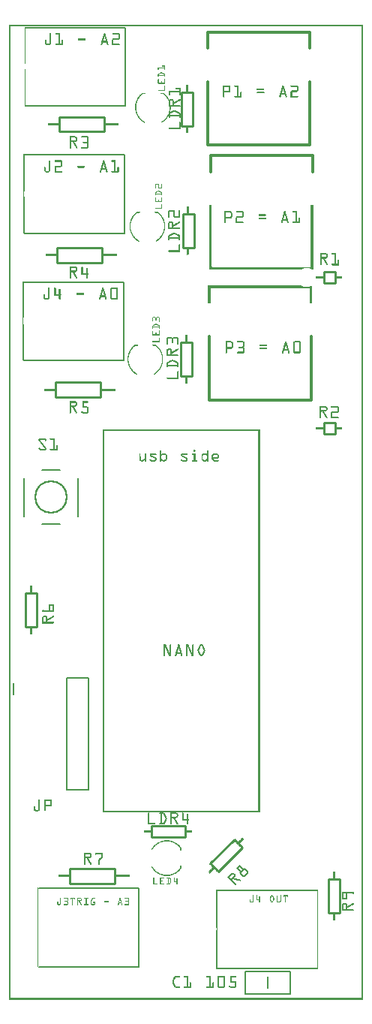
<source format=gto>
G04 MADE WITH FRITZING*
G04 WWW.FRITZING.ORG*
G04 DOUBLE SIDED*
G04 HOLES PLATED*
G04 CONTOUR ON CENTER OF CONTOUR VECTOR*
%ASAXBY*%
%FSLAX23Y23*%
%MOIN*%
%OFA0B0*%
%SFA1.0B1.0*%
%ADD10C,0.148000X0.132*%
%ADD11C,0.008000*%
%ADD12C,0.010000*%
%ADD13C,0.005000*%
%ADD14C,0.012500*%
%ADD15R,0.001000X0.001000*%
%LNSILK1*%
G90*
G70*
G54D10*
X186Y2232D03*
G54D11*
X66Y2317D02*
X66Y2147D01*
D02*
X306Y2147D02*
X306Y2317D01*
D02*
X147Y2352D02*
X226Y2352D01*
D02*
X146Y2112D02*
X226Y2112D01*
G54D12*
D02*
X470Y518D02*
X270Y518D01*
D02*
X270Y518D02*
X270Y584D01*
D02*
X270Y584D02*
X470Y584D01*
D02*
X470Y584D02*
X470Y518D01*
D02*
X406Y2676D02*
X206Y2676D01*
D02*
X206Y2676D02*
X206Y2742D01*
D02*
X206Y2742D02*
X406Y2742D01*
D02*
X406Y2742D02*
X406Y2676D01*
D02*
X413Y3274D02*
X213Y3274D01*
D02*
X213Y3274D02*
X213Y3340D01*
D02*
X213Y3340D02*
X413Y3340D01*
D02*
X413Y3340D02*
X413Y3274D01*
D02*
X422Y3855D02*
X222Y3855D01*
D02*
X222Y3855D02*
X222Y3921D01*
D02*
X222Y3921D02*
X422Y3921D01*
D02*
X422Y3921D02*
X422Y3855D01*
D02*
X1449Y3182D02*
X1399Y3182D01*
D02*
X1399Y3182D02*
X1399Y3232D01*
D02*
X1399Y3232D02*
X1449Y3232D01*
D02*
X1449Y3232D02*
X1449Y3182D01*
D02*
X1449Y2512D02*
X1399Y2512D01*
D02*
X1399Y2512D02*
X1399Y2562D01*
D02*
X1399Y2562D02*
X1449Y2562D01*
D02*
X1449Y2562D02*
X1449Y2512D01*
D02*
X123Y1805D02*
X123Y1655D01*
D02*
X123Y1655D02*
X73Y1655D01*
D02*
X73Y1655D02*
X73Y1805D01*
D02*
X73Y1805D02*
X123Y1805D01*
D02*
X1037Y676D02*
X931Y570D01*
D02*
X895Y605D02*
X1001Y711D01*
D02*
X1470Y535D02*
X1470Y385D01*
D02*
X1470Y385D02*
X1420Y385D01*
D02*
X1420Y385D02*
X1420Y535D01*
D02*
X1420Y535D02*
X1470Y535D01*
G54D11*
D02*
X1151Y103D02*
X1151Y53D01*
D02*
X1051Y128D02*
X1251Y128D01*
D02*
X1251Y128D02*
X1251Y28D01*
D02*
X1251Y28D02*
X1051Y28D01*
D02*
X1051Y28D02*
X1051Y128D01*
G54D13*
D02*
X132Y496D02*
X576Y496D01*
D02*
X576Y147D02*
X576Y496D01*
D02*
X132Y147D02*
X576Y147D01*
D02*
X67Y3188D02*
X511Y3188D01*
D02*
X511Y2839D02*
X511Y3188D01*
D02*
X67Y2839D02*
X511Y2839D01*
D02*
X70Y3753D02*
X514Y3753D01*
D02*
X514Y3404D02*
X514Y3753D01*
D02*
X70Y3404D02*
X514Y3404D01*
D02*
X75Y4318D02*
X518Y4318D01*
D02*
X518Y3969D02*
X518Y4318D01*
D02*
X74Y3969D02*
X518Y3969D01*
D02*
X1369Y140D02*
X925Y140D01*
D02*
X1369Y488D02*
X925Y488D01*
G54D12*
D02*
X783Y723D02*
X633Y723D01*
D02*
X633Y723D02*
X633Y773D01*
D02*
X633Y773D02*
X783Y773D01*
D02*
X783Y773D02*
X783Y723D01*
D02*
X765Y2769D02*
X765Y2919D01*
D02*
X765Y2919D02*
X815Y2919D01*
D02*
X815Y2919D02*
X815Y2769D01*
D02*
X815Y2769D02*
X765Y2769D01*
D02*
X772Y3339D02*
X772Y3489D01*
D02*
X772Y3489D02*
X822Y3489D01*
D02*
X822Y3489D02*
X822Y3339D01*
D02*
X822Y3339D02*
X772Y3339D01*
D02*
X768Y3880D02*
X768Y4030D01*
D02*
X768Y4030D02*
X818Y4030D01*
D02*
X818Y4030D02*
X818Y3880D01*
D02*
X818Y3880D02*
X768Y3880D01*
G54D11*
D02*
X21Y1406D02*
X21Y1356D01*
D02*
X256Y1429D02*
X354Y1429D01*
D02*
X354Y1429D02*
X354Y933D01*
D02*
X354Y933D02*
X256Y933D01*
D02*
X256Y933D02*
X256Y1429D01*
G54D14*
X1343Y2945D02*
X1343Y2662D01*
X890Y2662D01*
X890Y2945D01*
D02*
X897Y3678D02*
X897Y3750D01*
X1349Y3750D01*
X1349Y3678D01*
D02*
X885Y4226D02*
X885Y4298D01*
X1338Y4298D01*
X1338Y4226D01*
D02*
X1338Y4078D02*
X1338Y3795D01*
X885Y3795D01*
X885Y4078D01*
D02*
G54D15*
X0Y4331D02*
X1573Y4331D01*
X0Y4330D02*
X1573Y4330D01*
X0Y4329D02*
X1573Y4329D01*
X0Y4328D02*
X1573Y4328D01*
X0Y4327D02*
X1573Y4327D01*
X0Y4326D02*
X1573Y4326D01*
X0Y4325D02*
X1573Y4325D01*
X0Y4324D02*
X1573Y4324D01*
X0Y4323D02*
X7Y4323D01*
X1566Y4323D02*
X1573Y4323D01*
X0Y4322D02*
X7Y4322D01*
X1566Y4322D02*
X1573Y4322D01*
X0Y4321D02*
X7Y4321D01*
X70Y4321D02*
X72Y4321D01*
X1566Y4321D02*
X1573Y4321D01*
X0Y4320D02*
X7Y4320D01*
X69Y4320D02*
X73Y4320D01*
X1566Y4320D02*
X1573Y4320D01*
X0Y4319D02*
X7Y4319D01*
X69Y4319D02*
X73Y4319D01*
X1566Y4319D02*
X1573Y4319D01*
X0Y4318D02*
X7Y4318D01*
X69Y4318D02*
X73Y4318D01*
X1566Y4318D02*
X1573Y4318D01*
X0Y4317D02*
X7Y4317D01*
X69Y4317D02*
X73Y4317D01*
X1566Y4317D02*
X1573Y4317D01*
X0Y4316D02*
X7Y4316D01*
X69Y4316D02*
X73Y4316D01*
X1566Y4316D02*
X1573Y4316D01*
X0Y4315D02*
X7Y4315D01*
X69Y4315D02*
X73Y4315D01*
X1566Y4315D02*
X1573Y4315D01*
X0Y4314D02*
X7Y4314D01*
X69Y4314D02*
X73Y4314D01*
X1566Y4314D02*
X1573Y4314D01*
X0Y4313D02*
X7Y4313D01*
X69Y4313D02*
X73Y4313D01*
X1566Y4313D02*
X1573Y4313D01*
X0Y4312D02*
X7Y4312D01*
X69Y4312D02*
X73Y4312D01*
X1566Y4312D02*
X1573Y4312D01*
X0Y4311D02*
X7Y4311D01*
X69Y4311D02*
X73Y4311D01*
X1566Y4311D02*
X1573Y4311D01*
X0Y4310D02*
X7Y4310D01*
X69Y4310D02*
X73Y4310D01*
X1566Y4310D02*
X1573Y4310D01*
X0Y4309D02*
X7Y4309D01*
X69Y4309D02*
X73Y4309D01*
X1566Y4309D02*
X1573Y4309D01*
X0Y4308D02*
X7Y4308D01*
X69Y4308D02*
X73Y4308D01*
X1566Y4308D02*
X1573Y4308D01*
X0Y4307D02*
X7Y4307D01*
X69Y4307D02*
X73Y4307D01*
X1566Y4307D02*
X1573Y4307D01*
X0Y4306D02*
X7Y4306D01*
X69Y4306D02*
X73Y4306D01*
X1566Y4306D02*
X1573Y4306D01*
X0Y4305D02*
X7Y4305D01*
X69Y4305D02*
X73Y4305D01*
X1566Y4305D02*
X1573Y4305D01*
X0Y4304D02*
X7Y4304D01*
X69Y4304D02*
X73Y4304D01*
X1566Y4304D02*
X1573Y4304D01*
X0Y4303D02*
X7Y4303D01*
X69Y4303D02*
X73Y4303D01*
X1566Y4303D02*
X1573Y4303D01*
X0Y4302D02*
X7Y4302D01*
X69Y4302D02*
X73Y4302D01*
X1566Y4302D02*
X1573Y4302D01*
X0Y4301D02*
X7Y4301D01*
X69Y4301D02*
X73Y4301D01*
X1566Y4301D02*
X1573Y4301D01*
X0Y4300D02*
X7Y4300D01*
X69Y4300D02*
X73Y4300D01*
X1566Y4300D02*
X1573Y4300D01*
X0Y4299D02*
X7Y4299D01*
X69Y4299D02*
X73Y4299D01*
X1566Y4299D02*
X1573Y4299D01*
X0Y4298D02*
X7Y4298D01*
X69Y4298D02*
X73Y4298D01*
X1566Y4298D02*
X1573Y4298D01*
X0Y4297D02*
X7Y4297D01*
X69Y4297D02*
X73Y4297D01*
X1566Y4297D02*
X1573Y4297D01*
X0Y4296D02*
X7Y4296D01*
X69Y4296D02*
X73Y4296D01*
X1566Y4296D02*
X1573Y4296D01*
X0Y4295D02*
X7Y4295D01*
X69Y4295D02*
X73Y4295D01*
X1566Y4295D02*
X1573Y4295D01*
X0Y4294D02*
X7Y4294D01*
X69Y4294D02*
X73Y4294D01*
X1566Y4294D02*
X1573Y4294D01*
X0Y4293D02*
X7Y4293D01*
X69Y4293D02*
X73Y4293D01*
X183Y4293D02*
X185Y4293D01*
X209Y4293D02*
X227Y4293D01*
X424Y4293D02*
X426Y4293D01*
X460Y4293D02*
X487Y4293D01*
X1566Y4293D02*
X1573Y4293D01*
X0Y4292D02*
X7Y4292D01*
X69Y4292D02*
X73Y4292D01*
X182Y4292D02*
X187Y4292D01*
X208Y4292D02*
X227Y4292D01*
X423Y4292D02*
X427Y4292D01*
X459Y4292D02*
X489Y4292D01*
X1566Y4292D02*
X1573Y4292D01*
X0Y4291D02*
X7Y4291D01*
X69Y4291D02*
X73Y4291D01*
X181Y4291D02*
X187Y4291D01*
X208Y4291D02*
X227Y4291D01*
X422Y4291D02*
X428Y4291D01*
X458Y4291D02*
X490Y4291D01*
X1566Y4291D02*
X1573Y4291D01*
X0Y4290D02*
X7Y4290D01*
X69Y4290D02*
X73Y4290D01*
X181Y4290D02*
X187Y4290D01*
X207Y4290D02*
X227Y4290D01*
X422Y4290D02*
X428Y4290D01*
X458Y4290D02*
X491Y4290D01*
X1566Y4290D02*
X1573Y4290D01*
X0Y4289D02*
X7Y4289D01*
X69Y4289D02*
X73Y4289D01*
X181Y4289D02*
X187Y4289D01*
X208Y4289D02*
X227Y4289D01*
X421Y4289D02*
X428Y4289D01*
X458Y4289D02*
X491Y4289D01*
X1566Y4289D02*
X1573Y4289D01*
X0Y4288D02*
X7Y4288D01*
X69Y4288D02*
X73Y4288D01*
X181Y4288D02*
X187Y4288D01*
X208Y4288D02*
X227Y4288D01*
X421Y4288D02*
X429Y4288D01*
X459Y4288D02*
X492Y4288D01*
X1566Y4288D02*
X1573Y4288D01*
X0Y4287D02*
X7Y4287D01*
X69Y4287D02*
X73Y4287D01*
X181Y4287D02*
X187Y4287D01*
X209Y4287D02*
X227Y4287D01*
X421Y4287D02*
X429Y4287D01*
X460Y4287D02*
X492Y4287D01*
X1566Y4287D02*
X1573Y4287D01*
X0Y4286D02*
X7Y4286D01*
X69Y4286D02*
X73Y4286D01*
X181Y4286D02*
X187Y4286D01*
X221Y4286D02*
X227Y4286D01*
X421Y4286D02*
X429Y4286D01*
X486Y4286D02*
X492Y4286D01*
X1566Y4286D02*
X1573Y4286D01*
X0Y4285D02*
X7Y4285D01*
X69Y4285D02*
X73Y4285D01*
X181Y4285D02*
X187Y4285D01*
X221Y4285D02*
X227Y4285D01*
X420Y4285D02*
X429Y4285D01*
X486Y4285D02*
X492Y4285D01*
X1566Y4285D02*
X1573Y4285D01*
X0Y4284D02*
X7Y4284D01*
X69Y4284D02*
X73Y4284D01*
X181Y4284D02*
X187Y4284D01*
X221Y4284D02*
X227Y4284D01*
X420Y4284D02*
X430Y4284D01*
X486Y4284D02*
X492Y4284D01*
X1566Y4284D02*
X1573Y4284D01*
X0Y4283D02*
X7Y4283D01*
X69Y4283D02*
X73Y4283D01*
X181Y4283D02*
X187Y4283D01*
X221Y4283D02*
X227Y4283D01*
X420Y4283D02*
X430Y4283D01*
X486Y4283D02*
X492Y4283D01*
X1566Y4283D02*
X1573Y4283D01*
X0Y4282D02*
X7Y4282D01*
X69Y4282D02*
X73Y4282D01*
X181Y4282D02*
X187Y4282D01*
X221Y4282D02*
X227Y4282D01*
X419Y4282D02*
X430Y4282D01*
X486Y4282D02*
X492Y4282D01*
X1566Y4282D02*
X1573Y4282D01*
X0Y4281D02*
X7Y4281D01*
X69Y4281D02*
X73Y4281D01*
X181Y4281D02*
X187Y4281D01*
X221Y4281D02*
X227Y4281D01*
X419Y4281D02*
X431Y4281D01*
X486Y4281D02*
X492Y4281D01*
X1566Y4281D02*
X1573Y4281D01*
X0Y4280D02*
X7Y4280D01*
X69Y4280D02*
X73Y4280D01*
X181Y4280D02*
X187Y4280D01*
X221Y4280D02*
X227Y4280D01*
X419Y4280D02*
X431Y4280D01*
X486Y4280D02*
X492Y4280D01*
X1566Y4280D02*
X1573Y4280D01*
X0Y4279D02*
X7Y4279D01*
X69Y4279D02*
X73Y4279D01*
X181Y4279D02*
X187Y4279D01*
X221Y4279D02*
X227Y4279D01*
X418Y4279D02*
X431Y4279D01*
X486Y4279D02*
X492Y4279D01*
X1566Y4279D02*
X1573Y4279D01*
X0Y4278D02*
X7Y4278D01*
X69Y4278D02*
X73Y4278D01*
X181Y4278D02*
X187Y4278D01*
X221Y4278D02*
X227Y4278D01*
X418Y4278D02*
X431Y4278D01*
X486Y4278D02*
X492Y4278D01*
X1566Y4278D02*
X1573Y4278D01*
X0Y4277D02*
X7Y4277D01*
X69Y4277D02*
X73Y4277D01*
X181Y4277D02*
X187Y4277D01*
X221Y4277D02*
X227Y4277D01*
X418Y4277D02*
X432Y4277D01*
X486Y4277D02*
X492Y4277D01*
X1566Y4277D02*
X1573Y4277D01*
X0Y4276D02*
X7Y4276D01*
X69Y4276D02*
X73Y4276D01*
X181Y4276D02*
X187Y4276D01*
X221Y4276D02*
X227Y4276D01*
X418Y4276D02*
X424Y4276D01*
X426Y4276D02*
X432Y4276D01*
X486Y4276D02*
X492Y4276D01*
X1566Y4276D02*
X1573Y4276D01*
X0Y4275D02*
X7Y4275D01*
X69Y4275D02*
X73Y4275D01*
X181Y4275D02*
X187Y4275D01*
X221Y4275D02*
X227Y4275D01*
X417Y4275D02*
X424Y4275D01*
X426Y4275D02*
X432Y4275D01*
X486Y4275D02*
X492Y4275D01*
X1566Y4275D02*
X1573Y4275D01*
X0Y4274D02*
X7Y4274D01*
X69Y4274D02*
X73Y4274D01*
X181Y4274D02*
X187Y4274D01*
X221Y4274D02*
X227Y4274D01*
X417Y4274D02*
X423Y4274D01*
X426Y4274D02*
X433Y4274D01*
X486Y4274D02*
X492Y4274D01*
X1566Y4274D02*
X1573Y4274D01*
X0Y4273D02*
X7Y4273D01*
X69Y4273D02*
X73Y4273D01*
X181Y4273D02*
X187Y4273D01*
X221Y4273D02*
X227Y4273D01*
X417Y4273D02*
X423Y4273D01*
X427Y4273D02*
X433Y4273D01*
X486Y4273D02*
X492Y4273D01*
X1566Y4273D02*
X1573Y4273D01*
X0Y4272D02*
X7Y4272D01*
X69Y4272D02*
X73Y4272D01*
X181Y4272D02*
X187Y4272D01*
X221Y4272D02*
X227Y4272D01*
X416Y4272D02*
X423Y4272D01*
X427Y4272D02*
X433Y4272D01*
X486Y4272D02*
X492Y4272D01*
X1566Y4272D02*
X1573Y4272D01*
X0Y4271D02*
X7Y4271D01*
X69Y4271D02*
X73Y4271D01*
X181Y4271D02*
X187Y4271D01*
X221Y4271D02*
X227Y4271D01*
X416Y4271D02*
X422Y4271D01*
X427Y4271D02*
X434Y4271D01*
X486Y4271D02*
X492Y4271D01*
X1566Y4271D02*
X1573Y4271D01*
X0Y4270D02*
X7Y4270D01*
X69Y4270D02*
X73Y4270D01*
X181Y4270D02*
X187Y4270D01*
X221Y4270D02*
X227Y4270D01*
X416Y4270D02*
X422Y4270D01*
X427Y4270D02*
X434Y4270D01*
X486Y4270D02*
X492Y4270D01*
X1566Y4270D02*
X1573Y4270D01*
X0Y4269D02*
X7Y4269D01*
X69Y4269D02*
X73Y4269D01*
X181Y4269D02*
X187Y4269D01*
X221Y4269D02*
X227Y4269D01*
X309Y4269D02*
X340Y4269D01*
X416Y4269D02*
X422Y4269D01*
X428Y4269D02*
X434Y4269D01*
X462Y4269D02*
X492Y4269D01*
X1566Y4269D02*
X1573Y4269D01*
X0Y4268D02*
X7Y4268D01*
X69Y4268D02*
X73Y4268D01*
X181Y4268D02*
X187Y4268D01*
X221Y4268D02*
X227Y4268D01*
X308Y4268D02*
X341Y4268D01*
X415Y4268D02*
X422Y4268D01*
X428Y4268D02*
X434Y4268D01*
X461Y4268D02*
X492Y4268D01*
X1566Y4268D02*
X1573Y4268D01*
X0Y4267D02*
X7Y4267D01*
X69Y4267D02*
X73Y4267D01*
X181Y4267D02*
X187Y4267D01*
X221Y4267D02*
X227Y4267D01*
X308Y4267D02*
X341Y4267D01*
X415Y4267D02*
X421Y4267D01*
X428Y4267D02*
X435Y4267D01*
X460Y4267D02*
X491Y4267D01*
X1566Y4267D02*
X1573Y4267D01*
X0Y4266D02*
X7Y4266D01*
X69Y4266D02*
X73Y4266D01*
X181Y4266D02*
X187Y4266D01*
X221Y4266D02*
X227Y4266D01*
X308Y4266D02*
X341Y4266D01*
X415Y4266D02*
X421Y4266D01*
X429Y4266D02*
X435Y4266D01*
X459Y4266D02*
X491Y4266D01*
X1566Y4266D02*
X1573Y4266D01*
X0Y4265D02*
X7Y4265D01*
X69Y4265D02*
X73Y4265D01*
X181Y4265D02*
X187Y4265D01*
X221Y4265D02*
X227Y4265D01*
X308Y4265D02*
X341Y4265D01*
X414Y4265D02*
X421Y4265D01*
X429Y4265D02*
X435Y4265D01*
X459Y4265D02*
X490Y4265D01*
X1566Y4265D02*
X1573Y4265D01*
X0Y4264D02*
X7Y4264D01*
X69Y4264D02*
X73Y4264D01*
X181Y4264D02*
X187Y4264D01*
X221Y4264D02*
X227Y4264D01*
X308Y4264D02*
X341Y4264D01*
X414Y4264D02*
X420Y4264D01*
X429Y4264D02*
X436Y4264D01*
X458Y4264D02*
X489Y4264D01*
X1566Y4264D02*
X1573Y4264D01*
X0Y4263D02*
X7Y4263D01*
X69Y4263D02*
X73Y4263D01*
X162Y4263D02*
X165Y4263D01*
X181Y4263D02*
X187Y4263D01*
X221Y4263D02*
X227Y4263D01*
X236Y4263D02*
X240Y4263D01*
X308Y4263D02*
X341Y4263D01*
X414Y4263D02*
X420Y4263D01*
X430Y4263D02*
X436Y4263D01*
X458Y4263D02*
X486Y4263D01*
X1566Y4263D02*
X1573Y4263D01*
X0Y4262D02*
X7Y4262D01*
X69Y4262D02*
X73Y4262D01*
X161Y4262D02*
X166Y4262D01*
X181Y4262D02*
X187Y4262D01*
X221Y4262D02*
X227Y4262D01*
X235Y4262D02*
X241Y4262D01*
X308Y4262D02*
X341Y4262D01*
X413Y4262D02*
X420Y4262D01*
X430Y4262D02*
X436Y4262D01*
X458Y4262D02*
X464Y4262D01*
X1566Y4262D02*
X1573Y4262D01*
X0Y4261D02*
X7Y4261D01*
X69Y4261D02*
X73Y4261D01*
X161Y4261D02*
X167Y4261D01*
X181Y4261D02*
X187Y4261D01*
X221Y4261D02*
X227Y4261D01*
X235Y4261D02*
X241Y4261D01*
X309Y4261D02*
X340Y4261D01*
X413Y4261D02*
X420Y4261D01*
X430Y4261D02*
X436Y4261D01*
X458Y4261D02*
X464Y4261D01*
X1566Y4261D02*
X1573Y4261D01*
X0Y4260D02*
X7Y4260D01*
X69Y4260D02*
X73Y4260D01*
X161Y4260D02*
X167Y4260D01*
X181Y4260D02*
X187Y4260D01*
X221Y4260D02*
X227Y4260D01*
X235Y4260D02*
X241Y4260D01*
X311Y4260D02*
X338Y4260D01*
X413Y4260D02*
X419Y4260D01*
X430Y4260D02*
X437Y4260D01*
X458Y4260D02*
X464Y4260D01*
X1566Y4260D02*
X1573Y4260D01*
X0Y4259D02*
X7Y4259D01*
X69Y4259D02*
X73Y4259D01*
X161Y4259D02*
X167Y4259D01*
X181Y4259D02*
X187Y4259D01*
X221Y4259D02*
X227Y4259D01*
X235Y4259D02*
X241Y4259D01*
X413Y4259D02*
X419Y4259D01*
X431Y4259D02*
X437Y4259D01*
X458Y4259D02*
X464Y4259D01*
X1566Y4259D02*
X1573Y4259D01*
X0Y4258D02*
X7Y4258D01*
X69Y4258D02*
X73Y4258D01*
X161Y4258D02*
X167Y4258D01*
X181Y4258D02*
X187Y4258D01*
X221Y4258D02*
X227Y4258D01*
X235Y4258D02*
X241Y4258D01*
X412Y4258D02*
X437Y4258D01*
X458Y4258D02*
X464Y4258D01*
X1566Y4258D02*
X1573Y4258D01*
X0Y4257D02*
X7Y4257D01*
X69Y4257D02*
X73Y4257D01*
X161Y4257D02*
X167Y4257D01*
X181Y4257D02*
X187Y4257D01*
X221Y4257D02*
X227Y4257D01*
X235Y4257D02*
X241Y4257D01*
X412Y4257D02*
X438Y4257D01*
X458Y4257D02*
X464Y4257D01*
X1566Y4257D02*
X1573Y4257D01*
X0Y4256D02*
X7Y4256D01*
X69Y4256D02*
X73Y4256D01*
X161Y4256D02*
X167Y4256D01*
X181Y4256D02*
X187Y4256D01*
X221Y4256D02*
X227Y4256D01*
X235Y4256D02*
X241Y4256D01*
X412Y4256D02*
X438Y4256D01*
X458Y4256D02*
X464Y4256D01*
X1566Y4256D02*
X1573Y4256D01*
X0Y4255D02*
X7Y4255D01*
X69Y4255D02*
X73Y4255D01*
X161Y4255D02*
X167Y4255D01*
X181Y4255D02*
X187Y4255D01*
X221Y4255D02*
X227Y4255D01*
X235Y4255D02*
X241Y4255D01*
X411Y4255D02*
X438Y4255D01*
X458Y4255D02*
X464Y4255D01*
X1566Y4255D02*
X1573Y4255D01*
X0Y4254D02*
X7Y4254D01*
X69Y4254D02*
X73Y4254D01*
X161Y4254D02*
X167Y4254D01*
X181Y4254D02*
X187Y4254D01*
X221Y4254D02*
X227Y4254D01*
X235Y4254D02*
X241Y4254D01*
X411Y4254D02*
X438Y4254D01*
X458Y4254D02*
X464Y4254D01*
X1566Y4254D02*
X1573Y4254D01*
X0Y4253D02*
X7Y4253D01*
X69Y4253D02*
X73Y4253D01*
X161Y4253D02*
X167Y4253D01*
X181Y4253D02*
X187Y4253D01*
X221Y4253D02*
X227Y4253D01*
X235Y4253D02*
X241Y4253D01*
X411Y4253D02*
X439Y4253D01*
X458Y4253D02*
X464Y4253D01*
X1566Y4253D02*
X1573Y4253D01*
X0Y4252D02*
X7Y4252D01*
X69Y4252D02*
X73Y4252D01*
X161Y4252D02*
X167Y4252D01*
X181Y4252D02*
X187Y4252D01*
X221Y4252D02*
X227Y4252D01*
X235Y4252D02*
X241Y4252D01*
X411Y4252D02*
X439Y4252D01*
X458Y4252D02*
X464Y4252D01*
X1566Y4252D02*
X1573Y4252D01*
X0Y4251D02*
X7Y4251D01*
X69Y4251D02*
X73Y4251D01*
X161Y4251D02*
X167Y4251D01*
X181Y4251D02*
X187Y4251D01*
X221Y4251D02*
X227Y4251D01*
X235Y4251D02*
X241Y4251D01*
X410Y4251D02*
X417Y4251D01*
X433Y4251D02*
X439Y4251D01*
X458Y4251D02*
X464Y4251D01*
X1566Y4251D02*
X1573Y4251D01*
X0Y4250D02*
X7Y4250D01*
X69Y4250D02*
X73Y4250D01*
X161Y4250D02*
X167Y4250D01*
X181Y4250D02*
X187Y4250D01*
X221Y4250D02*
X227Y4250D01*
X235Y4250D02*
X241Y4250D01*
X410Y4250D02*
X416Y4250D01*
X433Y4250D02*
X440Y4250D01*
X458Y4250D02*
X464Y4250D01*
X1566Y4250D02*
X1573Y4250D01*
X0Y4249D02*
X7Y4249D01*
X69Y4249D02*
X73Y4249D01*
X161Y4249D02*
X167Y4249D01*
X181Y4249D02*
X187Y4249D01*
X221Y4249D02*
X227Y4249D01*
X235Y4249D02*
X241Y4249D01*
X410Y4249D02*
X416Y4249D01*
X434Y4249D02*
X440Y4249D01*
X458Y4249D02*
X464Y4249D01*
X1566Y4249D02*
X1573Y4249D01*
X0Y4248D02*
X7Y4248D01*
X69Y4248D02*
X73Y4248D01*
X161Y4248D02*
X167Y4248D01*
X181Y4248D02*
X187Y4248D01*
X221Y4248D02*
X227Y4248D01*
X235Y4248D02*
X241Y4248D01*
X409Y4248D02*
X416Y4248D01*
X434Y4248D02*
X440Y4248D01*
X458Y4248D02*
X464Y4248D01*
X1566Y4248D02*
X1573Y4248D01*
X0Y4247D02*
X7Y4247D01*
X69Y4247D02*
X73Y4247D01*
X161Y4247D02*
X168Y4247D01*
X180Y4247D02*
X187Y4247D01*
X221Y4247D02*
X227Y4247D01*
X235Y4247D02*
X241Y4247D01*
X409Y4247D02*
X415Y4247D01*
X434Y4247D02*
X441Y4247D01*
X458Y4247D02*
X464Y4247D01*
X1566Y4247D02*
X1573Y4247D01*
X0Y4246D02*
X7Y4246D01*
X69Y4246D02*
X73Y4246D01*
X161Y4246D02*
X187Y4246D01*
X210Y4246D02*
X241Y4246D01*
X409Y4246D02*
X415Y4246D01*
X435Y4246D02*
X441Y4246D01*
X458Y4246D02*
X490Y4246D01*
X1566Y4246D02*
X1573Y4246D01*
X0Y4245D02*
X7Y4245D01*
X69Y4245D02*
X73Y4245D01*
X162Y4245D02*
X186Y4245D01*
X208Y4245D02*
X241Y4245D01*
X409Y4245D02*
X415Y4245D01*
X435Y4245D02*
X441Y4245D01*
X458Y4245D02*
X491Y4245D01*
X1566Y4245D02*
X1573Y4245D01*
X0Y4244D02*
X7Y4244D01*
X69Y4244D02*
X73Y4244D01*
X162Y4244D02*
X185Y4244D01*
X208Y4244D02*
X241Y4244D01*
X408Y4244D02*
X415Y4244D01*
X435Y4244D02*
X441Y4244D01*
X458Y4244D02*
X492Y4244D01*
X1566Y4244D02*
X1573Y4244D01*
X0Y4243D02*
X7Y4243D01*
X69Y4243D02*
X73Y4243D01*
X163Y4243D02*
X185Y4243D01*
X207Y4243D02*
X241Y4243D01*
X408Y4243D02*
X414Y4243D01*
X435Y4243D02*
X442Y4243D01*
X458Y4243D02*
X492Y4243D01*
X1566Y4243D02*
X1573Y4243D01*
X0Y4242D02*
X7Y4242D01*
X69Y4242D02*
X73Y4242D01*
X164Y4242D02*
X184Y4242D01*
X208Y4242D02*
X241Y4242D01*
X408Y4242D02*
X414Y4242D01*
X436Y4242D02*
X442Y4242D01*
X458Y4242D02*
X492Y4242D01*
X1566Y4242D02*
X1573Y4242D01*
X0Y4241D02*
X7Y4241D01*
X69Y4241D02*
X73Y4241D01*
X165Y4241D02*
X182Y4241D01*
X208Y4241D02*
X240Y4241D01*
X409Y4241D02*
X413Y4241D01*
X436Y4241D02*
X441Y4241D01*
X458Y4241D02*
X491Y4241D01*
X1566Y4241D02*
X1573Y4241D01*
X0Y4240D02*
X7Y4240D01*
X69Y4240D02*
X73Y4240D01*
X167Y4240D02*
X181Y4240D01*
X209Y4240D02*
X239Y4240D01*
X409Y4240D02*
X413Y4240D01*
X437Y4240D02*
X440Y4240D01*
X458Y4240D02*
X490Y4240D01*
X1566Y4240D02*
X1573Y4240D01*
X0Y4239D02*
X7Y4239D01*
X69Y4239D02*
X73Y4239D01*
X1566Y4239D02*
X1573Y4239D01*
X0Y4238D02*
X7Y4238D01*
X69Y4238D02*
X73Y4238D01*
X1566Y4238D02*
X1573Y4238D01*
X0Y4237D02*
X7Y4237D01*
X69Y4237D02*
X73Y4237D01*
X1566Y4237D02*
X1573Y4237D01*
X0Y4236D02*
X7Y4236D01*
X69Y4236D02*
X73Y4236D01*
X1566Y4236D02*
X1573Y4236D01*
X0Y4235D02*
X7Y4235D01*
X69Y4235D02*
X73Y4235D01*
X1566Y4235D02*
X1573Y4235D01*
X0Y4234D02*
X7Y4234D01*
X69Y4234D02*
X73Y4234D01*
X1566Y4234D02*
X1573Y4234D01*
X0Y4233D02*
X7Y4233D01*
X69Y4233D02*
X73Y4233D01*
X1566Y4233D02*
X1573Y4233D01*
X0Y4232D02*
X7Y4232D01*
X69Y4232D02*
X73Y4232D01*
X1566Y4232D02*
X1573Y4232D01*
X0Y4231D02*
X7Y4231D01*
X69Y4231D02*
X73Y4231D01*
X1566Y4231D02*
X1573Y4231D01*
X0Y4230D02*
X7Y4230D01*
X69Y4230D02*
X73Y4230D01*
X1566Y4230D02*
X1573Y4230D01*
X0Y4229D02*
X7Y4229D01*
X69Y4229D02*
X73Y4229D01*
X1566Y4229D02*
X1573Y4229D01*
X0Y4228D02*
X7Y4228D01*
X69Y4228D02*
X73Y4228D01*
X1566Y4228D02*
X1573Y4228D01*
X0Y4227D02*
X7Y4227D01*
X69Y4227D02*
X73Y4227D01*
X1566Y4227D02*
X1573Y4227D01*
X0Y4226D02*
X7Y4226D01*
X69Y4226D02*
X73Y4226D01*
X1566Y4226D02*
X1573Y4226D01*
X0Y4225D02*
X7Y4225D01*
X69Y4225D02*
X73Y4225D01*
X1566Y4225D02*
X1573Y4225D01*
X0Y4224D02*
X7Y4224D01*
X69Y4224D02*
X73Y4224D01*
X1566Y4224D02*
X1573Y4224D01*
X0Y4223D02*
X7Y4223D01*
X69Y4223D02*
X73Y4223D01*
X1566Y4223D02*
X1573Y4223D01*
X0Y4222D02*
X7Y4222D01*
X69Y4222D02*
X73Y4222D01*
X1566Y4222D02*
X1573Y4222D01*
X0Y4221D02*
X7Y4221D01*
X69Y4221D02*
X73Y4221D01*
X1566Y4221D02*
X1573Y4221D01*
X0Y4220D02*
X7Y4220D01*
X69Y4220D02*
X73Y4220D01*
X1566Y4220D02*
X1573Y4220D01*
X0Y4219D02*
X7Y4219D01*
X69Y4219D02*
X73Y4219D01*
X1566Y4219D02*
X1573Y4219D01*
X0Y4218D02*
X7Y4218D01*
X69Y4218D02*
X73Y4218D01*
X1566Y4218D02*
X1573Y4218D01*
X0Y4217D02*
X7Y4217D01*
X69Y4217D02*
X73Y4217D01*
X1566Y4217D02*
X1573Y4217D01*
X0Y4216D02*
X7Y4216D01*
X69Y4216D02*
X73Y4216D01*
X1566Y4216D02*
X1573Y4216D01*
X0Y4215D02*
X7Y4215D01*
X69Y4215D02*
X73Y4215D01*
X1566Y4215D02*
X1573Y4215D01*
X0Y4214D02*
X7Y4214D01*
X69Y4214D02*
X73Y4214D01*
X1566Y4214D02*
X1573Y4214D01*
X0Y4213D02*
X7Y4213D01*
X69Y4213D02*
X73Y4213D01*
X1566Y4213D02*
X1573Y4213D01*
X0Y4212D02*
X7Y4212D01*
X69Y4212D02*
X73Y4212D01*
X1566Y4212D02*
X1573Y4212D01*
X0Y4211D02*
X7Y4211D01*
X69Y4211D02*
X73Y4211D01*
X1566Y4211D02*
X1573Y4211D01*
X0Y4210D02*
X7Y4210D01*
X69Y4210D02*
X73Y4210D01*
X1566Y4210D02*
X1573Y4210D01*
X0Y4209D02*
X7Y4209D01*
X69Y4209D02*
X73Y4209D01*
X1566Y4209D02*
X1573Y4209D01*
X0Y4208D02*
X7Y4208D01*
X69Y4208D02*
X73Y4208D01*
X1566Y4208D02*
X1573Y4208D01*
X0Y4207D02*
X7Y4207D01*
X69Y4207D02*
X73Y4207D01*
X1566Y4207D02*
X1573Y4207D01*
X0Y4206D02*
X7Y4206D01*
X69Y4206D02*
X73Y4206D01*
X1566Y4206D02*
X1573Y4206D01*
X0Y4205D02*
X7Y4205D01*
X69Y4205D02*
X73Y4205D01*
X1566Y4205D02*
X1573Y4205D01*
X0Y4204D02*
X7Y4204D01*
X69Y4204D02*
X73Y4204D01*
X1566Y4204D02*
X1573Y4204D01*
X0Y4203D02*
X7Y4203D01*
X69Y4203D02*
X73Y4203D01*
X1566Y4203D02*
X1573Y4203D01*
X0Y4202D02*
X7Y4202D01*
X69Y4202D02*
X73Y4202D01*
X1566Y4202D02*
X1573Y4202D01*
X0Y4201D02*
X7Y4201D01*
X69Y4201D02*
X73Y4201D01*
X1566Y4201D02*
X1573Y4201D01*
X0Y4200D02*
X7Y4200D01*
X69Y4200D02*
X73Y4200D01*
X1566Y4200D02*
X1573Y4200D01*
X0Y4199D02*
X7Y4199D01*
X69Y4199D02*
X73Y4199D01*
X1566Y4199D02*
X1573Y4199D01*
X0Y4198D02*
X7Y4198D01*
X69Y4198D02*
X73Y4198D01*
X1566Y4198D02*
X1573Y4198D01*
X0Y4197D02*
X7Y4197D01*
X69Y4197D02*
X73Y4197D01*
X1566Y4197D02*
X1573Y4197D01*
X0Y4196D02*
X7Y4196D01*
X69Y4196D02*
X73Y4196D01*
X1566Y4196D02*
X1573Y4196D01*
X0Y4195D02*
X7Y4195D01*
X69Y4195D02*
X73Y4195D01*
X1566Y4195D02*
X1573Y4195D01*
X0Y4194D02*
X7Y4194D01*
X69Y4194D02*
X73Y4194D01*
X1566Y4194D02*
X1573Y4194D01*
X0Y4193D02*
X7Y4193D01*
X69Y4193D02*
X73Y4193D01*
X1566Y4193D02*
X1573Y4193D01*
X0Y4192D02*
X7Y4192D01*
X69Y4192D02*
X73Y4192D01*
X1566Y4192D02*
X1573Y4192D01*
X0Y4191D02*
X7Y4191D01*
X69Y4191D02*
X73Y4191D01*
X1566Y4191D02*
X1573Y4191D01*
X0Y4190D02*
X7Y4190D01*
X69Y4190D02*
X73Y4190D01*
X1566Y4190D02*
X1573Y4190D01*
X0Y4189D02*
X7Y4189D01*
X69Y4189D02*
X73Y4189D01*
X1566Y4189D02*
X1573Y4189D01*
X0Y4188D02*
X7Y4188D01*
X69Y4188D02*
X73Y4188D01*
X1566Y4188D02*
X1573Y4188D01*
X0Y4187D02*
X7Y4187D01*
X69Y4187D02*
X73Y4187D01*
X1566Y4187D02*
X1573Y4187D01*
X0Y4186D02*
X7Y4186D01*
X69Y4186D02*
X73Y4186D01*
X1566Y4186D02*
X1573Y4186D01*
X0Y4185D02*
X7Y4185D01*
X69Y4185D02*
X73Y4185D01*
X1566Y4185D02*
X1573Y4185D01*
X0Y4184D02*
X7Y4184D01*
X69Y4184D02*
X73Y4184D01*
X1566Y4184D02*
X1573Y4184D01*
X0Y4183D02*
X7Y4183D01*
X69Y4183D02*
X73Y4183D01*
X1566Y4183D02*
X1573Y4183D01*
X0Y4182D02*
X7Y4182D01*
X69Y4182D02*
X73Y4182D01*
X1566Y4182D02*
X1573Y4182D01*
X0Y4181D02*
X7Y4181D01*
X69Y4181D02*
X73Y4181D01*
X1566Y4181D02*
X1573Y4181D01*
X0Y4180D02*
X7Y4180D01*
X69Y4180D02*
X73Y4180D01*
X1566Y4180D02*
X1573Y4180D01*
X0Y4179D02*
X7Y4179D01*
X69Y4179D02*
X73Y4179D01*
X1566Y4179D02*
X1573Y4179D01*
X0Y4178D02*
X7Y4178D01*
X69Y4178D02*
X73Y4178D01*
X1566Y4178D02*
X1573Y4178D01*
X0Y4177D02*
X7Y4177D01*
X69Y4177D02*
X73Y4177D01*
X1566Y4177D02*
X1573Y4177D01*
X0Y4176D02*
X7Y4176D01*
X69Y4176D02*
X73Y4176D01*
X1566Y4176D02*
X1573Y4176D01*
X0Y4175D02*
X7Y4175D01*
X69Y4175D02*
X73Y4175D01*
X1566Y4175D02*
X1573Y4175D01*
X0Y4174D02*
X7Y4174D01*
X69Y4174D02*
X73Y4174D01*
X1566Y4174D02*
X1573Y4174D01*
X0Y4173D02*
X7Y4173D01*
X69Y4173D02*
X73Y4173D01*
X1566Y4173D02*
X1573Y4173D01*
X0Y4172D02*
X7Y4172D01*
X69Y4172D02*
X73Y4172D01*
X1566Y4172D02*
X1573Y4172D01*
X0Y4171D02*
X7Y4171D01*
X69Y4171D02*
X73Y4171D01*
X1566Y4171D02*
X1573Y4171D01*
X0Y4170D02*
X7Y4170D01*
X69Y4170D02*
X73Y4170D01*
X1566Y4170D02*
X1573Y4170D01*
X0Y4169D02*
X7Y4169D01*
X69Y4169D02*
X73Y4169D01*
X1566Y4169D02*
X1573Y4169D01*
X0Y4168D02*
X7Y4168D01*
X69Y4168D02*
X73Y4168D01*
X1566Y4168D02*
X1573Y4168D01*
X0Y4167D02*
X7Y4167D01*
X69Y4167D02*
X73Y4167D01*
X1566Y4167D02*
X1573Y4167D01*
X0Y4166D02*
X7Y4166D01*
X69Y4166D02*
X73Y4166D01*
X1566Y4166D02*
X1573Y4166D01*
X0Y4165D02*
X7Y4165D01*
X69Y4165D02*
X73Y4165D01*
X1566Y4165D02*
X1573Y4165D01*
X0Y4164D02*
X7Y4164D01*
X69Y4164D02*
X73Y4164D01*
X1566Y4164D02*
X1573Y4164D01*
X0Y4163D02*
X7Y4163D01*
X69Y4163D02*
X73Y4163D01*
X1566Y4163D02*
X1573Y4163D01*
X0Y4162D02*
X7Y4162D01*
X69Y4162D02*
X73Y4162D01*
X1566Y4162D02*
X1573Y4162D01*
X0Y4161D02*
X7Y4161D01*
X69Y4161D02*
X73Y4161D01*
X1566Y4161D02*
X1573Y4161D01*
X0Y4160D02*
X7Y4160D01*
X69Y4160D02*
X72Y4160D01*
X1566Y4160D02*
X1573Y4160D01*
X0Y4159D02*
X7Y4159D01*
X69Y4159D02*
X72Y4159D01*
X1566Y4159D02*
X1573Y4159D01*
X0Y4158D02*
X7Y4158D01*
X69Y4158D02*
X72Y4158D01*
X1566Y4158D02*
X1573Y4158D01*
X0Y4157D02*
X7Y4157D01*
X69Y4157D02*
X72Y4157D01*
X1566Y4157D02*
X1573Y4157D01*
X0Y4156D02*
X7Y4156D01*
X69Y4156D02*
X71Y4156D01*
X1566Y4156D02*
X1573Y4156D01*
X0Y4155D02*
X7Y4155D01*
X69Y4155D02*
X71Y4155D01*
X1566Y4155D02*
X1573Y4155D01*
X0Y4154D02*
X7Y4154D01*
X69Y4154D02*
X71Y4154D01*
X1566Y4154D02*
X1573Y4154D01*
X0Y4153D02*
X7Y4153D01*
X69Y4153D02*
X71Y4153D01*
X1566Y4153D02*
X1573Y4153D01*
X0Y4152D02*
X7Y4152D01*
X69Y4152D02*
X71Y4152D01*
X1566Y4152D02*
X1573Y4152D01*
X0Y4151D02*
X7Y4151D01*
X69Y4151D02*
X71Y4151D01*
X1566Y4151D02*
X1573Y4151D01*
X0Y4150D02*
X7Y4150D01*
X69Y4150D02*
X71Y4150D01*
X1566Y4150D02*
X1573Y4150D01*
X0Y4149D02*
X7Y4149D01*
X69Y4149D02*
X71Y4149D01*
X1566Y4149D02*
X1573Y4149D01*
X0Y4148D02*
X7Y4148D01*
X69Y4148D02*
X70Y4148D01*
X681Y4148D02*
X693Y4148D01*
X1566Y4148D02*
X1573Y4148D01*
X0Y4147D02*
X7Y4147D01*
X69Y4147D02*
X70Y4147D01*
X680Y4147D02*
X694Y4147D01*
X1566Y4147D02*
X1573Y4147D01*
X0Y4146D02*
X7Y4146D01*
X69Y4146D02*
X70Y4146D01*
X680Y4146D02*
X694Y4146D01*
X1566Y4146D02*
X1573Y4146D01*
X0Y4145D02*
X7Y4145D01*
X69Y4145D02*
X70Y4145D01*
X681Y4145D02*
X694Y4145D01*
X1566Y4145D02*
X1573Y4145D01*
X0Y4144D02*
X7Y4144D01*
X69Y4144D02*
X70Y4144D01*
X691Y4144D02*
X694Y4144D01*
X1566Y4144D02*
X1573Y4144D01*
X0Y4143D02*
X7Y4143D01*
X69Y4143D02*
X70Y4143D01*
X691Y4143D02*
X694Y4143D01*
X1566Y4143D02*
X1573Y4143D01*
X0Y4142D02*
X7Y4142D01*
X69Y4142D02*
X70Y4142D01*
X691Y4142D02*
X694Y4142D01*
X1566Y4142D02*
X1573Y4142D01*
X0Y4141D02*
X7Y4141D01*
X69Y4141D02*
X70Y4141D01*
X691Y4141D02*
X694Y4141D01*
X1566Y4141D02*
X1573Y4141D01*
X0Y4140D02*
X7Y4140D01*
X69Y4140D02*
X71Y4140D01*
X662Y4140D02*
X694Y4140D01*
X1566Y4140D02*
X1573Y4140D01*
X0Y4139D02*
X7Y4139D01*
X69Y4139D02*
X71Y4139D01*
X662Y4139D02*
X694Y4139D01*
X1566Y4139D02*
X1573Y4139D01*
X0Y4138D02*
X7Y4138D01*
X69Y4138D02*
X71Y4138D01*
X662Y4138D02*
X694Y4138D01*
X1566Y4138D02*
X1573Y4138D01*
X0Y4137D02*
X7Y4137D01*
X69Y4137D02*
X71Y4137D01*
X662Y4137D02*
X694Y4137D01*
X1566Y4137D02*
X1573Y4137D01*
X0Y4136D02*
X7Y4136D01*
X69Y4136D02*
X71Y4136D01*
X662Y4136D02*
X666Y4136D01*
X691Y4136D02*
X694Y4136D01*
X1566Y4136D02*
X1573Y4136D01*
X0Y4135D02*
X7Y4135D01*
X69Y4135D02*
X71Y4135D01*
X662Y4135D02*
X666Y4135D01*
X691Y4135D02*
X694Y4135D01*
X1566Y4135D02*
X1573Y4135D01*
X0Y4134D02*
X7Y4134D01*
X69Y4134D02*
X71Y4134D01*
X662Y4134D02*
X666Y4134D01*
X691Y4134D02*
X694Y4134D01*
X1566Y4134D02*
X1573Y4134D01*
X0Y4133D02*
X7Y4133D01*
X69Y4133D02*
X72Y4133D01*
X662Y4133D02*
X666Y4133D01*
X691Y4133D02*
X694Y4133D01*
X1566Y4133D02*
X1573Y4133D01*
X0Y4132D02*
X7Y4132D01*
X69Y4132D02*
X72Y4132D01*
X662Y4132D02*
X666Y4132D01*
X691Y4132D02*
X694Y4132D01*
X1566Y4132D02*
X1573Y4132D01*
X0Y4131D02*
X7Y4131D01*
X69Y4131D02*
X72Y4131D01*
X662Y4131D02*
X666Y4131D01*
X691Y4131D02*
X694Y4131D01*
X1566Y4131D02*
X1573Y4131D01*
X0Y4130D02*
X7Y4130D01*
X69Y4130D02*
X72Y4130D01*
X662Y4130D02*
X666Y4130D01*
X691Y4130D02*
X694Y4130D01*
X1566Y4130D02*
X1573Y4130D01*
X0Y4129D02*
X7Y4129D01*
X69Y4129D02*
X73Y4129D01*
X663Y4129D02*
X665Y4129D01*
X691Y4129D02*
X693Y4129D01*
X1566Y4129D02*
X1573Y4129D01*
X0Y4128D02*
X7Y4128D01*
X69Y4128D02*
X73Y4128D01*
X1566Y4128D02*
X1573Y4128D01*
X0Y4127D02*
X7Y4127D01*
X69Y4127D02*
X73Y4127D01*
X1566Y4127D02*
X1573Y4127D01*
X0Y4126D02*
X7Y4126D01*
X69Y4126D02*
X73Y4126D01*
X1566Y4126D02*
X1573Y4126D01*
X0Y4125D02*
X7Y4125D01*
X69Y4125D02*
X73Y4125D01*
X1566Y4125D02*
X1573Y4125D01*
X0Y4124D02*
X7Y4124D01*
X69Y4124D02*
X73Y4124D01*
X1566Y4124D02*
X1573Y4124D01*
X0Y4123D02*
X7Y4123D01*
X69Y4123D02*
X73Y4123D01*
X1566Y4123D02*
X1573Y4123D01*
X0Y4122D02*
X7Y4122D01*
X69Y4122D02*
X73Y4122D01*
X1566Y4122D02*
X1573Y4122D01*
X0Y4121D02*
X7Y4121D01*
X69Y4121D02*
X73Y4121D01*
X1566Y4121D02*
X1573Y4121D01*
X0Y4120D02*
X7Y4120D01*
X69Y4120D02*
X73Y4120D01*
X1566Y4120D02*
X1573Y4120D01*
X0Y4119D02*
X7Y4119D01*
X69Y4119D02*
X73Y4119D01*
X1566Y4119D02*
X1573Y4119D01*
X0Y4118D02*
X7Y4118D01*
X69Y4118D02*
X73Y4118D01*
X675Y4118D02*
X681Y4118D01*
X1566Y4118D02*
X1573Y4118D01*
X0Y4117D02*
X7Y4117D01*
X69Y4117D02*
X73Y4117D01*
X673Y4117D02*
X683Y4117D01*
X1566Y4117D02*
X1573Y4117D01*
X0Y4116D02*
X7Y4116D01*
X69Y4116D02*
X73Y4116D01*
X671Y4116D02*
X685Y4116D01*
X1566Y4116D02*
X1573Y4116D01*
X0Y4115D02*
X7Y4115D01*
X69Y4115D02*
X73Y4115D01*
X669Y4115D02*
X687Y4115D01*
X1566Y4115D02*
X1573Y4115D01*
X0Y4114D02*
X7Y4114D01*
X69Y4114D02*
X73Y4114D01*
X667Y4114D02*
X675Y4114D01*
X681Y4114D02*
X689Y4114D01*
X1566Y4114D02*
X1573Y4114D01*
X0Y4113D02*
X7Y4113D01*
X69Y4113D02*
X73Y4113D01*
X665Y4113D02*
X673Y4113D01*
X683Y4113D02*
X691Y4113D01*
X1566Y4113D02*
X1573Y4113D01*
X0Y4112D02*
X7Y4112D01*
X69Y4112D02*
X73Y4112D01*
X664Y4112D02*
X671Y4112D01*
X685Y4112D02*
X692Y4112D01*
X1566Y4112D02*
X1573Y4112D01*
X0Y4111D02*
X7Y4111D01*
X69Y4111D02*
X73Y4111D01*
X663Y4111D02*
X669Y4111D01*
X687Y4111D02*
X693Y4111D01*
X1566Y4111D02*
X1573Y4111D01*
X0Y4110D02*
X7Y4110D01*
X69Y4110D02*
X73Y4110D01*
X663Y4110D02*
X668Y4110D01*
X689Y4110D02*
X693Y4110D01*
X1566Y4110D02*
X1573Y4110D01*
X0Y4109D02*
X7Y4109D01*
X69Y4109D02*
X73Y4109D01*
X663Y4109D02*
X666Y4109D01*
X690Y4109D02*
X694Y4109D01*
X1566Y4109D02*
X1573Y4109D01*
X0Y4108D02*
X7Y4108D01*
X69Y4108D02*
X73Y4108D01*
X662Y4108D02*
X666Y4108D01*
X691Y4108D02*
X694Y4108D01*
X1566Y4108D02*
X1573Y4108D01*
X0Y4107D02*
X7Y4107D01*
X69Y4107D02*
X73Y4107D01*
X662Y4107D02*
X666Y4107D01*
X691Y4107D02*
X694Y4107D01*
X1566Y4107D02*
X1573Y4107D01*
X0Y4106D02*
X7Y4106D01*
X69Y4106D02*
X73Y4106D01*
X662Y4106D02*
X694Y4106D01*
X1566Y4106D02*
X1573Y4106D01*
X0Y4105D02*
X7Y4105D01*
X69Y4105D02*
X73Y4105D01*
X662Y4105D02*
X694Y4105D01*
X1566Y4105D02*
X1573Y4105D01*
X0Y4104D02*
X7Y4104D01*
X69Y4104D02*
X73Y4104D01*
X662Y4104D02*
X694Y4104D01*
X1566Y4104D02*
X1573Y4104D01*
X0Y4103D02*
X7Y4103D01*
X69Y4103D02*
X73Y4103D01*
X662Y4103D02*
X694Y4103D01*
X1566Y4103D02*
X1573Y4103D01*
X0Y4102D02*
X7Y4102D01*
X69Y4102D02*
X73Y4102D01*
X662Y4102D02*
X666Y4102D01*
X690Y4102D02*
X694Y4102D01*
X1566Y4102D02*
X1573Y4102D01*
X0Y4101D02*
X7Y4101D01*
X69Y4101D02*
X73Y4101D01*
X662Y4101D02*
X666Y4101D01*
X691Y4101D02*
X694Y4101D01*
X1566Y4101D02*
X1573Y4101D01*
X0Y4100D02*
X7Y4100D01*
X69Y4100D02*
X73Y4100D01*
X662Y4100D02*
X666Y4100D01*
X691Y4100D02*
X694Y4100D01*
X1566Y4100D02*
X1573Y4100D01*
X0Y4099D02*
X7Y4099D01*
X69Y4099D02*
X73Y4099D01*
X663Y4099D02*
X665Y4099D01*
X691Y4099D02*
X694Y4099D01*
X1566Y4099D02*
X1573Y4099D01*
X0Y4098D02*
X7Y4098D01*
X69Y4098D02*
X73Y4098D01*
X1566Y4098D02*
X1573Y4098D01*
X0Y4097D02*
X7Y4097D01*
X69Y4097D02*
X73Y4097D01*
X1566Y4097D02*
X1573Y4097D01*
X0Y4096D02*
X7Y4096D01*
X69Y4096D02*
X73Y4096D01*
X1566Y4096D02*
X1573Y4096D01*
X0Y4095D02*
X7Y4095D01*
X69Y4095D02*
X73Y4095D01*
X1566Y4095D02*
X1573Y4095D01*
X0Y4094D02*
X7Y4094D01*
X69Y4094D02*
X73Y4094D01*
X1566Y4094D02*
X1573Y4094D01*
X0Y4093D02*
X7Y4093D01*
X69Y4093D02*
X73Y4093D01*
X1566Y4093D02*
X1573Y4093D01*
X0Y4092D02*
X7Y4092D01*
X69Y4092D02*
X73Y4092D01*
X1566Y4092D02*
X1573Y4092D01*
X0Y4091D02*
X7Y4091D01*
X69Y4091D02*
X73Y4091D01*
X1566Y4091D02*
X1573Y4091D01*
X0Y4090D02*
X7Y4090D01*
X69Y4090D02*
X73Y4090D01*
X1566Y4090D02*
X1573Y4090D01*
X0Y4089D02*
X7Y4089D01*
X69Y4089D02*
X73Y4089D01*
X1566Y4089D02*
X1573Y4089D01*
X0Y4088D02*
X7Y4088D01*
X69Y4088D02*
X73Y4088D01*
X663Y4088D02*
X665Y4088D01*
X691Y4088D02*
X693Y4088D01*
X1566Y4088D02*
X1573Y4088D01*
X0Y4087D02*
X7Y4087D01*
X69Y4087D02*
X73Y4087D01*
X663Y4087D02*
X666Y4087D01*
X691Y4087D02*
X694Y4087D01*
X1566Y4087D02*
X1573Y4087D01*
X0Y4086D02*
X7Y4086D01*
X69Y4086D02*
X73Y4086D01*
X662Y4086D02*
X666Y4086D01*
X691Y4086D02*
X694Y4086D01*
X1566Y4086D02*
X1573Y4086D01*
X0Y4085D02*
X7Y4085D01*
X69Y4085D02*
X73Y4085D01*
X662Y4085D02*
X666Y4085D01*
X691Y4085D02*
X694Y4085D01*
X1566Y4085D02*
X1573Y4085D01*
X0Y4084D02*
X7Y4084D01*
X69Y4084D02*
X73Y4084D01*
X662Y4084D02*
X666Y4084D01*
X691Y4084D02*
X694Y4084D01*
X1566Y4084D02*
X1573Y4084D01*
X0Y4083D02*
X7Y4083D01*
X69Y4083D02*
X73Y4083D01*
X662Y4083D02*
X666Y4083D01*
X691Y4083D02*
X694Y4083D01*
X1566Y4083D02*
X1573Y4083D01*
X0Y4082D02*
X7Y4082D01*
X69Y4082D02*
X73Y4082D01*
X662Y4082D02*
X666Y4082D01*
X691Y4082D02*
X694Y4082D01*
X1566Y4082D02*
X1573Y4082D01*
X0Y4081D02*
X7Y4081D01*
X69Y4081D02*
X73Y4081D01*
X662Y4081D02*
X666Y4081D01*
X691Y4081D02*
X694Y4081D01*
X1566Y4081D02*
X1573Y4081D01*
X0Y4080D02*
X7Y4080D01*
X69Y4080D02*
X73Y4080D01*
X662Y4080D02*
X666Y4080D01*
X678Y4080D02*
X679Y4080D01*
X691Y4080D02*
X694Y4080D01*
X1566Y4080D02*
X1573Y4080D01*
X0Y4079D02*
X7Y4079D01*
X69Y4079D02*
X73Y4079D01*
X662Y4079D02*
X666Y4079D01*
X677Y4079D02*
X680Y4079D01*
X691Y4079D02*
X694Y4079D01*
X1566Y4079D02*
X1573Y4079D01*
X0Y4078D02*
X7Y4078D01*
X69Y4078D02*
X73Y4078D01*
X662Y4078D02*
X666Y4078D01*
X677Y4078D02*
X680Y4078D01*
X691Y4078D02*
X694Y4078D01*
X1566Y4078D02*
X1573Y4078D01*
X0Y4077D02*
X7Y4077D01*
X69Y4077D02*
X73Y4077D01*
X662Y4077D02*
X666Y4077D01*
X677Y4077D02*
X680Y4077D01*
X691Y4077D02*
X694Y4077D01*
X1566Y4077D02*
X1573Y4077D01*
X0Y4076D02*
X7Y4076D01*
X69Y4076D02*
X73Y4076D01*
X662Y4076D02*
X666Y4076D01*
X677Y4076D02*
X680Y4076D01*
X691Y4076D02*
X694Y4076D01*
X1566Y4076D02*
X1573Y4076D01*
X0Y4075D02*
X7Y4075D01*
X69Y4075D02*
X73Y4075D01*
X662Y4075D02*
X666Y4075D01*
X677Y4075D02*
X680Y4075D01*
X691Y4075D02*
X694Y4075D01*
X1566Y4075D02*
X1573Y4075D01*
X0Y4074D02*
X7Y4074D01*
X69Y4074D02*
X73Y4074D01*
X662Y4074D02*
X666Y4074D01*
X677Y4074D02*
X680Y4074D01*
X691Y4074D02*
X694Y4074D01*
X1566Y4074D02*
X1573Y4074D01*
X0Y4073D02*
X7Y4073D01*
X69Y4073D02*
X73Y4073D01*
X662Y4073D02*
X666Y4073D01*
X677Y4073D02*
X680Y4073D01*
X691Y4073D02*
X694Y4073D01*
X1566Y4073D02*
X1573Y4073D01*
X0Y4072D02*
X7Y4072D01*
X69Y4072D02*
X73Y4072D01*
X662Y4072D02*
X694Y4072D01*
X1566Y4072D02*
X1573Y4072D01*
X0Y4071D02*
X7Y4071D01*
X69Y4071D02*
X73Y4071D01*
X662Y4071D02*
X694Y4071D01*
X1566Y4071D02*
X1573Y4071D01*
X0Y4070D02*
X7Y4070D01*
X69Y4070D02*
X73Y4070D01*
X662Y4070D02*
X694Y4070D01*
X1566Y4070D02*
X1573Y4070D01*
X0Y4069D02*
X7Y4069D01*
X69Y4069D02*
X73Y4069D01*
X662Y4069D02*
X694Y4069D01*
X1566Y4069D02*
X1573Y4069D01*
X0Y4068D02*
X7Y4068D01*
X69Y4068D02*
X73Y4068D01*
X663Y4068D02*
X694Y4068D01*
X1566Y4068D02*
X1573Y4068D01*
X0Y4067D02*
X7Y4067D01*
X69Y4067D02*
X73Y4067D01*
X1566Y4067D02*
X1573Y4067D01*
X0Y4066D02*
X7Y4066D01*
X69Y4066D02*
X73Y4066D01*
X1566Y4066D02*
X1573Y4066D01*
X0Y4065D02*
X7Y4065D01*
X69Y4065D02*
X73Y4065D01*
X1566Y4065D02*
X1573Y4065D01*
X0Y4064D02*
X7Y4064D01*
X69Y4064D02*
X73Y4064D01*
X1566Y4064D02*
X1573Y4064D01*
X0Y4063D02*
X7Y4063D01*
X69Y4063D02*
X73Y4063D01*
X788Y4063D02*
X797Y4063D01*
X1566Y4063D02*
X1573Y4063D01*
X0Y4062D02*
X7Y4062D01*
X69Y4062D02*
X73Y4062D01*
X788Y4062D02*
X797Y4062D01*
X1566Y4062D02*
X1573Y4062D01*
X0Y4061D02*
X7Y4061D01*
X69Y4061D02*
X73Y4061D01*
X788Y4061D02*
X797Y4061D01*
X951Y4061D02*
X978Y4061D01*
X1002Y4061D02*
X1021Y4061D01*
X1217Y4061D02*
X1220Y4061D01*
X1253Y4061D02*
X1281Y4061D01*
X1566Y4061D02*
X1573Y4061D01*
X0Y4060D02*
X7Y4060D01*
X69Y4060D02*
X73Y4060D01*
X788Y4060D02*
X797Y4060D01*
X951Y4060D02*
X979Y4060D01*
X1001Y4060D02*
X1021Y4060D01*
X1216Y4060D02*
X1221Y4060D01*
X1252Y4060D02*
X1283Y4060D01*
X1566Y4060D02*
X1573Y4060D01*
X0Y4059D02*
X7Y4059D01*
X69Y4059D02*
X73Y4059D01*
X788Y4059D02*
X797Y4059D01*
X951Y4059D02*
X981Y4059D01*
X1001Y4059D02*
X1021Y4059D01*
X1215Y4059D02*
X1221Y4059D01*
X1252Y4059D02*
X1284Y4059D01*
X1566Y4059D02*
X1573Y4059D01*
X0Y4058D02*
X7Y4058D01*
X69Y4058D02*
X73Y4058D01*
X692Y4058D02*
X693Y4058D01*
X788Y4058D02*
X797Y4058D01*
X951Y4058D02*
X982Y4058D01*
X1001Y4058D02*
X1021Y4058D01*
X1215Y4058D02*
X1221Y4058D01*
X1252Y4058D02*
X1284Y4058D01*
X1566Y4058D02*
X1573Y4058D01*
X0Y4057D02*
X7Y4057D01*
X69Y4057D02*
X73Y4057D01*
X691Y4057D02*
X694Y4057D01*
X788Y4057D02*
X797Y4057D01*
X951Y4057D02*
X982Y4057D01*
X1001Y4057D02*
X1021Y4057D01*
X1215Y4057D02*
X1222Y4057D01*
X1252Y4057D02*
X1285Y4057D01*
X1566Y4057D02*
X1573Y4057D01*
X0Y4056D02*
X7Y4056D01*
X69Y4056D02*
X73Y4056D01*
X691Y4056D02*
X694Y4056D01*
X788Y4056D02*
X797Y4056D01*
X951Y4056D02*
X983Y4056D01*
X1002Y4056D02*
X1021Y4056D01*
X1214Y4056D02*
X1222Y4056D01*
X1253Y4056D02*
X1285Y4056D01*
X1566Y4056D02*
X1573Y4056D01*
X0Y4055D02*
X7Y4055D01*
X69Y4055D02*
X73Y4055D01*
X691Y4055D02*
X694Y4055D01*
X788Y4055D02*
X797Y4055D01*
X951Y4055D02*
X983Y4055D01*
X1003Y4055D02*
X1021Y4055D01*
X1214Y4055D02*
X1222Y4055D01*
X1254Y4055D02*
X1285Y4055D01*
X1566Y4055D02*
X1573Y4055D01*
X0Y4054D02*
X7Y4054D01*
X69Y4054D02*
X73Y4054D01*
X691Y4054D02*
X694Y4054D01*
X788Y4054D02*
X797Y4054D01*
X951Y4054D02*
X957Y4054D01*
X977Y4054D02*
X984Y4054D01*
X1014Y4054D02*
X1021Y4054D01*
X1214Y4054D02*
X1223Y4054D01*
X1279Y4054D02*
X1285Y4054D01*
X1566Y4054D02*
X1573Y4054D01*
X0Y4053D02*
X7Y4053D01*
X69Y4053D02*
X73Y4053D01*
X691Y4053D02*
X694Y4053D01*
X788Y4053D02*
X797Y4053D01*
X951Y4053D02*
X957Y4053D01*
X978Y4053D02*
X984Y4053D01*
X1014Y4053D02*
X1021Y4053D01*
X1214Y4053D02*
X1223Y4053D01*
X1279Y4053D02*
X1285Y4053D01*
X1566Y4053D02*
X1573Y4053D01*
X0Y4052D02*
X7Y4052D01*
X69Y4052D02*
X73Y4052D01*
X691Y4052D02*
X694Y4052D01*
X788Y4052D02*
X797Y4052D01*
X951Y4052D02*
X957Y4052D01*
X978Y4052D02*
X984Y4052D01*
X1014Y4052D02*
X1021Y4052D01*
X1213Y4052D02*
X1223Y4052D01*
X1279Y4052D02*
X1285Y4052D01*
X1566Y4052D02*
X1573Y4052D01*
X0Y4051D02*
X7Y4051D01*
X69Y4051D02*
X73Y4051D01*
X691Y4051D02*
X694Y4051D01*
X788Y4051D02*
X797Y4051D01*
X951Y4051D02*
X957Y4051D01*
X978Y4051D02*
X984Y4051D01*
X1014Y4051D02*
X1021Y4051D01*
X1213Y4051D02*
X1224Y4051D01*
X1279Y4051D02*
X1285Y4051D01*
X1566Y4051D02*
X1573Y4051D01*
X0Y4050D02*
X7Y4050D01*
X69Y4050D02*
X73Y4050D01*
X691Y4050D02*
X694Y4050D01*
X740Y4050D02*
X760Y4050D01*
X788Y4050D02*
X797Y4050D01*
X951Y4050D02*
X957Y4050D01*
X978Y4050D02*
X984Y4050D01*
X1014Y4050D02*
X1021Y4050D01*
X1213Y4050D02*
X1224Y4050D01*
X1279Y4050D02*
X1285Y4050D01*
X1566Y4050D02*
X1573Y4050D01*
X0Y4049D02*
X7Y4049D01*
X69Y4049D02*
X73Y4049D01*
X691Y4049D02*
X694Y4049D01*
X739Y4049D02*
X761Y4049D01*
X788Y4049D02*
X797Y4049D01*
X951Y4049D02*
X957Y4049D01*
X978Y4049D02*
X984Y4049D01*
X1014Y4049D02*
X1021Y4049D01*
X1212Y4049D02*
X1224Y4049D01*
X1279Y4049D02*
X1285Y4049D01*
X1566Y4049D02*
X1573Y4049D01*
X0Y4048D02*
X7Y4048D01*
X69Y4048D02*
X73Y4048D01*
X691Y4048D02*
X694Y4048D01*
X739Y4048D02*
X762Y4048D01*
X788Y4048D02*
X797Y4048D01*
X951Y4048D02*
X957Y4048D01*
X978Y4048D02*
X984Y4048D01*
X1014Y4048D02*
X1021Y4048D01*
X1212Y4048D02*
X1224Y4048D01*
X1279Y4048D02*
X1285Y4048D01*
X1566Y4048D02*
X1573Y4048D01*
X0Y4047D02*
X7Y4047D01*
X69Y4047D02*
X73Y4047D01*
X691Y4047D02*
X694Y4047D01*
X738Y4047D02*
X762Y4047D01*
X788Y4047D02*
X797Y4047D01*
X951Y4047D02*
X957Y4047D01*
X978Y4047D02*
X984Y4047D01*
X1014Y4047D02*
X1021Y4047D01*
X1104Y4047D02*
X1131Y4047D01*
X1212Y4047D02*
X1225Y4047D01*
X1279Y4047D02*
X1285Y4047D01*
X1566Y4047D02*
X1573Y4047D01*
X0Y4046D02*
X7Y4046D01*
X69Y4046D02*
X73Y4046D01*
X691Y4046D02*
X694Y4046D01*
X738Y4046D02*
X762Y4046D01*
X788Y4046D02*
X797Y4046D01*
X951Y4046D02*
X957Y4046D01*
X978Y4046D02*
X984Y4046D01*
X1014Y4046D02*
X1021Y4046D01*
X1102Y4046D02*
X1134Y4046D01*
X1211Y4046D02*
X1225Y4046D01*
X1279Y4046D02*
X1285Y4046D01*
X1566Y4046D02*
X1573Y4046D01*
X0Y4045D02*
X7Y4045D01*
X69Y4045D02*
X73Y4045D01*
X691Y4045D02*
X694Y4045D01*
X739Y4045D02*
X762Y4045D01*
X788Y4045D02*
X797Y4045D01*
X951Y4045D02*
X957Y4045D01*
X978Y4045D02*
X984Y4045D01*
X1014Y4045D02*
X1021Y4045D01*
X1101Y4045D02*
X1134Y4045D01*
X1211Y4045D02*
X1225Y4045D01*
X1279Y4045D02*
X1285Y4045D01*
X1566Y4045D02*
X1573Y4045D01*
X0Y4044D02*
X7Y4044D01*
X69Y4044D02*
X73Y4044D01*
X691Y4044D02*
X694Y4044D01*
X740Y4044D02*
X762Y4044D01*
X788Y4044D02*
X797Y4044D01*
X951Y4044D02*
X957Y4044D01*
X978Y4044D02*
X984Y4044D01*
X1014Y4044D02*
X1021Y4044D01*
X1101Y4044D02*
X1135Y4044D01*
X1211Y4044D02*
X1217Y4044D01*
X1219Y4044D02*
X1226Y4044D01*
X1279Y4044D02*
X1285Y4044D01*
X1566Y4044D02*
X1573Y4044D01*
X0Y4043D02*
X7Y4043D01*
X69Y4043D02*
X73Y4043D01*
X691Y4043D02*
X694Y4043D01*
X756Y4043D02*
X762Y4043D01*
X788Y4043D02*
X797Y4043D01*
X951Y4043D02*
X957Y4043D01*
X978Y4043D02*
X984Y4043D01*
X1014Y4043D02*
X1021Y4043D01*
X1101Y4043D02*
X1135Y4043D01*
X1211Y4043D02*
X1217Y4043D01*
X1219Y4043D02*
X1226Y4043D01*
X1279Y4043D02*
X1285Y4043D01*
X1566Y4043D02*
X1573Y4043D01*
X0Y4042D02*
X7Y4042D01*
X69Y4042D02*
X73Y4042D01*
X690Y4042D02*
X694Y4042D01*
X756Y4042D02*
X762Y4042D01*
X788Y4042D02*
X797Y4042D01*
X951Y4042D02*
X957Y4042D01*
X978Y4042D02*
X984Y4042D01*
X1014Y4042D02*
X1021Y4042D01*
X1102Y4042D02*
X1134Y4042D01*
X1210Y4042D02*
X1217Y4042D01*
X1220Y4042D02*
X1226Y4042D01*
X1279Y4042D02*
X1285Y4042D01*
X1566Y4042D02*
X1573Y4042D01*
X0Y4041D02*
X7Y4041D01*
X69Y4041D02*
X73Y4041D01*
X663Y4041D02*
X694Y4041D01*
X756Y4041D02*
X762Y4041D01*
X788Y4041D02*
X797Y4041D01*
X951Y4041D02*
X957Y4041D01*
X978Y4041D02*
X984Y4041D01*
X1014Y4041D02*
X1021Y4041D01*
X1102Y4041D02*
X1133Y4041D01*
X1210Y4041D02*
X1216Y4041D01*
X1220Y4041D02*
X1226Y4041D01*
X1279Y4041D02*
X1285Y4041D01*
X1566Y4041D02*
X1573Y4041D01*
X0Y4040D02*
X7Y4040D01*
X69Y4040D02*
X73Y4040D01*
X662Y4040D02*
X694Y4040D01*
X756Y4040D02*
X762Y4040D01*
X788Y4040D02*
X797Y4040D01*
X951Y4040D02*
X957Y4040D01*
X978Y4040D02*
X984Y4040D01*
X1014Y4040D02*
X1021Y4040D01*
X1210Y4040D02*
X1216Y4040D01*
X1220Y4040D02*
X1227Y4040D01*
X1279Y4040D02*
X1285Y4040D01*
X1566Y4040D02*
X1573Y4040D01*
X0Y4039D02*
X7Y4039D01*
X69Y4039D02*
X73Y4039D01*
X663Y4039D02*
X694Y4039D01*
X756Y4039D02*
X762Y4039D01*
X788Y4039D02*
X797Y4039D01*
X951Y4039D02*
X957Y4039D01*
X978Y4039D02*
X984Y4039D01*
X1014Y4039D02*
X1021Y4039D01*
X1209Y4039D02*
X1216Y4039D01*
X1221Y4039D02*
X1227Y4039D01*
X1279Y4039D02*
X1285Y4039D01*
X1566Y4039D02*
X1573Y4039D01*
X0Y4038D02*
X7Y4038D01*
X69Y4038D02*
X73Y4038D01*
X664Y4038D02*
X694Y4038D01*
X756Y4038D02*
X762Y4038D01*
X788Y4038D02*
X797Y4038D01*
X951Y4038D02*
X957Y4038D01*
X978Y4038D02*
X984Y4038D01*
X1014Y4038D02*
X1021Y4038D01*
X1209Y4038D02*
X1215Y4038D01*
X1221Y4038D02*
X1227Y4038D01*
X1257Y4038D02*
X1285Y4038D01*
X1566Y4038D02*
X1573Y4038D01*
X0Y4037D02*
X7Y4037D01*
X69Y4037D02*
X73Y4037D01*
X756Y4037D02*
X762Y4037D01*
X788Y4037D02*
X797Y4037D01*
X951Y4037D02*
X957Y4037D01*
X978Y4037D02*
X984Y4037D01*
X1014Y4037D02*
X1021Y4037D01*
X1209Y4037D02*
X1215Y4037D01*
X1221Y4037D02*
X1228Y4037D01*
X1255Y4037D02*
X1285Y4037D01*
X1566Y4037D02*
X1573Y4037D01*
X0Y4036D02*
X7Y4036D01*
X69Y4036D02*
X73Y4036D01*
X709Y4036D02*
X762Y4036D01*
X788Y4036D02*
X797Y4036D01*
X951Y4036D02*
X957Y4036D01*
X977Y4036D02*
X984Y4036D01*
X1014Y4036D02*
X1021Y4036D01*
X1209Y4036D02*
X1215Y4036D01*
X1222Y4036D02*
X1228Y4036D01*
X1254Y4036D02*
X1285Y4036D01*
X1566Y4036D02*
X1573Y4036D01*
X0Y4035D02*
X7Y4035D01*
X69Y4035D02*
X73Y4035D01*
X709Y4035D02*
X762Y4035D01*
X788Y4035D02*
X797Y4035D01*
X951Y4035D02*
X983Y4035D01*
X1014Y4035D02*
X1021Y4035D01*
X1208Y4035D02*
X1215Y4035D01*
X1222Y4035D02*
X1228Y4035D01*
X1253Y4035D02*
X1284Y4035D01*
X1566Y4035D02*
X1573Y4035D01*
X0Y4034D02*
X7Y4034D01*
X69Y4034D02*
X73Y4034D01*
X709Y4034D02*
X762Y4034D01*
X788Y4034D02*
X797Y4034D01*
X951Y4034D02*
X983Y4034D01*
X1014Y4034D02*
X1021Y4034D01*
X1208Y4034D02*
X1214Y4034D01*
X1222Y4034D02*
X1228Y4034D01*
X1252Y4034D02*
X1284Y4034D01*
X1566Y4034D02*
X1573Y4034D01*
X0Y4033D02*
X7Y4033D01*
X69Y4033D02*
X73Y4033D01*
X709Y4033D02*
X762Y4033D01*
X788Y4033D02*
X797Y4033D01*
X951Y4033D02*
X982Y4033D01*
X1014Y4033D02*
X1021Y4033D01*
X1208Y4033D02*
X1214Y4033D01*
X1222Y4033D02*
X1229Y4033D01*
X1252Y4033D02*
X1283Y4033D01*
X1566Y4033D02*
X1573Y4033D01*
X0Y4032D02*
X7Y4032D01*
X69Y4032D02*
X73Y4032D01*
X709Y4032D02*
X762Y4032D01*
X788Y4032D02*
X797Y4032D01*
X951Y4032D02*
X982Y4032D01*
X1014Y4032D02*
X1021Y4032D01*
X1030Y4032D02*
X1032Y4032D01*
X1103Y4032D02*
X1133Y4032D01*
X1207Y4032D02*
X1214Y4032D01*
X1223Y4032D02*
X1229Y4032D01*
X1252Y4032D02*
X1281Y4032D01*
X1566Y4032D02*
X1573Y4032D01*
X0Y4031D02*
X7Y4031D01*
X69Y4031D02*
X73Y4031D01*
X709Y4031D02*
X762Y4031D01*
X788Y4031D02*
X797Y4031D01*
X951Y4031D02*
X981Y4031D01*
X1014Y4031D02*
X1021Y4031D01*
X1029Y4031D02*
X1033Y4031D01*
X1102Y4031D02*
X1134Y4031D01*
X1207Y4031D02*
X1213Y4031D01*
X1223Y4031D02*
X1229Y4031D01*
X1252Y4031D02*
X1258Y4031D01*
X1566Y4031D02*
X1573Y4031D01*
X0Y4030D02*
X7Y4030D01*
X69Y4030D02*
X73Y4030D01*
X709Y4030D02*
X762Y4030D01*
X951Y4030D02*
X979Y4030D01*
X1014Y4030D02*
X1021Y4030D01*
X1029Y4030D02*
X1034Y4030D01*
X1101Y4030D02*
X1134Y4030D01*
X1207Y4030D02*
X1213Y4030D01*
X1223Y4030D02*
X1230Y4030D01*
X1252Y4030D02*
X1258Y4030D01*
X1566Y4030D02*
X1573Y4030D01*
X0Y4029D02*
X7Y4029D01*
X69Y4029D02*
X73Y4029D01*
X709Y4029D02*
X715Y4029D01*
X756Y4029D02*
X762Y4029D01*
X951Y4029D02*
X977Y4029D01*
X1014Y4029D02*
X1021Y4029D01*
X1028Y4029D02*
X1034Y4029D01*
X1101Y4029D02*
X1135Y4029D01*
X1206Y4029D02*
X1213Y4029D01*
X1224Y4029D02*
X1230Y4029D01*
X1252Y4029D02*
X1258Y4029D01*
X1566Y4029D02*
X1573Y4029D01*
X0Y4028D02*
X7Y4028D01*
X69Y4028D02*
X73Y4028D01*
X709Y4028D02*
X715Y4028D01*
X756Y4028D02*
X762Y4028D01*
X951Y4028D02*
X957Y4028D01*
X1014Y4028D02*
X1021Y4028D01*
X1028Y4028D02*
X1034Y4028D01*
X1101Y4028D02*
X1135Y4028D01*
X1206Y4028D02*
X1213Y4028D01*
X1224Y4028D02*
X1230Y4028D01*
X1252Y4028D02*
X1258Y4028D01*
X1566Y4028D02*
X1573Y4028D01*
X0Y4027D02*
X7Y4027D01*
X69Y4027D02*
X73Y4027D01*
X592Y4027D02*
X607Y4027D01*
X672Y4027D02*
X687Y4027D01*
X709Y4027D02*
X715Y4027D01*
X756Y4027D02*
X762Y4027D01*
X951Y4027D02*
X957Y4027D01*
X1014Y4027D02*
X1021Y4027D01*
X1028Y4027D02*
X1034Y4027D01*
X1102Y4027D02*
X1134Y4027D01*
X1206Y4027D02*
X1212Y4027D01*
X1224Y4027D02*
X1230Y4027D01*
X1252Y4027D02*
X1258Y4027D01*
X1566Y4027D02*
X1573Y4027D01*
X0Y4026D02*
X7Y4026D01*
X69Y4026D02*
X73Y4026D01*
X591Y4026D02*
X607Y4026D01*
X672Y4026D02*
X688Y4026D01*
X709Y4026D02*
X715Y4026D01*
X756Y4026D02*
X762Y4026D01*
X951Y4026D02*
X957Y4026D01*
X1014Y4026D02*
X1021Y4026D01*
X1028Y4026D02*
X1034Y4026D01*
X1103Y4026D02*
X1133Y4026D01*
X1206Y4026D02*
X1231Y4026D01*
X1252Y4026D02*
X1258Y4026D01*
X1566Y4026D02*
X1573Y4026D01*
X0Y4025D02*
X7Y4025D01*
X69Y4025D02*
X73Y4025D01*
X590Y4025D02*
X607Y4025D01*
X673Y4025D02*
X689Y4025D01*
X709Y4025D02*
X715Y4025D01*
X756Y4025D02*
X762Y4025D01*
X951Y4025D02*
X957Y4025D01*
X1014Y4025D02*
X1021Y4025D01*
X1028Y4025D02*
X1034Y4025D01*
X1205Y4025D02*
X1231Y4025D01*
X1252Y4025D02*
X1258Y4025D01*
X1566Y4025D02*
X1573Y4025D01*
X0Y4024D02*
X7Y4024D01*
X69Y4024D02*
X73Y4024D01*
X589Y4024D02*
X606Y4024D01*
X673Y4024D02*
X691Y4024D01*
X709Y4024D02*
X715Y4024D01*
X756Y4024D02*
X762Y4024D01*
X951Y4024D02*
X957Y4024D01*
X1014Y4024D02*
X1021Y4024D01*
X1028Y4024D02*
X1034Y4024D01*
X1205Y4024D02*
X1231Y4024D01*
X1252Y4024D02*
X1258Y4024D01*
X1566Y4024D02*
X1573Y4024D01*
X0Y4023D02*
X7Y4023D01*
X69Y4023D02*
X73Y4023D01*
X588Y4023D02*
X606Y4023D01*
X674Y4023D02*
X692Y4023D01*
X709Y4023D02*
X715Y4023D01*
X756Y4023D02*
X762Y4023D01*
X951Y4023D02*
X957Y4023D01*
X1014Y4023D02*
X1021Y4023D01*
X1028Y4023D02*
X1034Y4023D01*
X1205Y4023D02*
X1232Y4023D01*
X1252Y4023D02*
X1258Y4023D01*
X1566Y4023D02*
X1573Y4023D01*
X0Y4022D02*
X7Y4022D01*
X69Y4022D02*
X73Y4022D01*
X586Y4022D02*
X593Y4022D01*
X686Y4022D02*
X693Y4022D01*
X709Y4022D02*
X715Y4022D01*
X756Y4022D02*
X762Y4022D01*
X951Y4022D02*
X957Y4022D01*
X1014Y4022D02*
X1021Y4022D01*
X1028Y4022D02*
X1034Y4022D01*
X1204Y4022D02*
X1232Y4022D01*
X1252Y4022D02*
X1258Y4022D01*
X1566Y4022D02*
X1573Y4022D01*
X0Y4021D02*
X7Y4021D01*
X69Y4021D02*
X73Y4021D01*
X585Y4021D02*
X592Y4021D01*
X687Y4021D02*
X694Y4021D01*
X709Y4021D02*
X715Y4021D01*
X756Y4021D02*
X762Y4021D01*
X951Y4021D02*
X957Y4021D01*
X1014Y4021D02*
X1021Y4021D01*
X1028Y4021D02*
X1034Y4021D01*
X1204Y4021D02*
X1232Y4021D01*
X1252Y4021D02*
X1258Y4021D01*
X1566Y4021D02*
X1573Y4021D01*
X0Y4020D02*
X7Y4020D01*
X69Y4020D02*
X73Y4020D01*
X584Y4020D02*
X591Y4020D01*
X688Y4020D02*
X695Y4020D01*
X709Y4020D02*
X715Y4020D01*
X756Y4020D02*
X762Y4020D01*
X951Y4020D02*
X957Y4020D01*
X1014Y4020D02*
X1021Y4020D01*
X1028Y4020D02*
X1034Y4020D01*
X1204Y4020D02*
X1233Y4020D01*
X1252Y4020D02*
X1258Y4020D01*
X1566Y4020D02*
X1573Y4020D01*
X0Y4019D02*
X7Y4019D01*
X69Y4019D02*
X73Y4019D01*
X583Y4019D02*
X590Y4019D01*
X690Y4019D02*
X696Y4019D01*
X709Y4019D02*
X715Y4019D01*
X756Y4019D02*
X762Y4019D01*
X951Y4019D02*
X957Y4019D01*
X1014Y4019D02*
X1021Y4019D01*
X1028Y4019D02*
X1034Y4019D01*
X1204Y4019D02*
X1210Y4019D01*
X1227Y4019D02*
X1233Y4019D01*
X1252Y4019D02*
X1258Y4019D01*
X1566Y4019D02*
X1573Y4019D01*
X0Y4018D02*
X7Y4018D01*
X69Y4018D02*
X73Y4018D01*
X582Y4018D02*
X589Y4018D01*
X691Y4018D02*
X697Y4018D01*
X709Y4018D02*
X715Y4018D01*
X756Y4018D02*
X762Y4018D01*
X951Y4018D02*
X957Y4018D01*
X1014Y4018D02*
X1021Y4018D01*
X1028Y4018D02*
X1034Y4018D01*
X1203Y4018D02*
X1210Y4018D01*
X1227Y4018D02*
X1233Y4018D01*
X1252Y4018D02*
X1258Y4018D01*
X1566Y4018D02*
X1573Y4018D01*
X0Y4017D02*
X7Y4017D01*
X69Y4017D02*
X73Y4017D01*
X582Y4017D02*
X588Y4017D01*
X692Y4017D02*
X698Y4017D01*
X710Y4017D02*
X714Y4017D01*
X757Y4017D02*
X761Y4017D01*
X951Y4017D02*
X957Y4017D01*
X1014Y4017D02*
X1021Y4017D01*
X1028Y4017D02*
X1034Y4017D01*
X1203Y4017D02*
X1209Y4017D01*
X1227Y4017D02*
X1233Y4017D01*
X1252Y4017D02*
X1258Y4017D01*
X1566Y4017D02*
X1573Y4017D01*
X0Y4016D02*
X7Y4016D01*
X69Y4016D02*
X73Y4016D01*
X581Y4016D02*
X587Y4016D01*
X693Y4016D02*
X699Y4016D01*
X711Y4016D02*
X712Y4016D01*
X758Y4016D02*
X760Y4016D01*
X951Y4016D02*
X957Y4016D01*
X1014Y4016D02*
X1021Y4016D01*
X1028Y4016D02*
X1034Y4016D01*
X1203Y4016D02*
X1209Y4016D01*
X1227Y4016D02*
X1234Y4016D01*
X1252Y4016D02*
X1258Y4016D01*
X1566Y4016D02*
X1573Y4016D01*
X0Y4015D02*
X7Y4015D01*
X69Y4015D02*
X73Y4015D01*
X580Y4015D02*
X586Y4015D01*
X694Y4015D02*
X700Y4015D01*
X951Y4015D02*
X957Y4015D01*
X1014Y4015D02*
X1021Y4015D01*
X1028Y4015D02*
X1034Y4015D01*
X1202Y4015D02*
X1209Y4015D01*
X1228Y4015D02*
X1234Y4015D01*
X1252Y4015D02*
X1258Y4015D01*
X1566Y4015D02*
X1573Y4015D01*
X0Y4014D02*
X7Y4014D01*
X69Y4014D02*
X73Y4014D01*
X579Y4014D02*
X585Y4014D01*
X695Y4014D02*
X700Y4014D01*
X951Y4014D02*
X957Y4014D01*
X1002Y4014D02*
X1034Y4014D01*
X1202Y4014D02*
X1208Y4014D01*
X1228Y4014D02*
X1234Y4014D01*
X1252Y4014D02*
X1284Y4014D01*
X1566Y4014D02*
X1573Y4014D01*
X0Y4013D02*
X7Y4013D01*
X69Y4013D02*
X73Y4013D01*
X578Y4013D02*
X584Y4013D01*
X696Y4013D02*
X701Y4013D01*
X951Y4013D02*
X957Y4013D01*
X1001Y4013D02*
X1034Y4013D01*
X1202Y4013D02*
X1208Y4013D01*
X1228Y4013D02*
X1235Y4013D01*
X1252Y4013D02*
X1285Y4013D01*
X1566Y4013D02*
X1573Y4013D01*
X0Y4012D02*
X7Y4012D01*
X69Y4012D02*
X73Y4012D01*
X577Y4012D02*
X583Y4012D01*
X697Y4012D02*
X702Y4012D01*
X951Y4012D02*
X957Y4012D01*
X1001Y4012D02*
X1034Y4012D01*
X1202Y4012D02*
X1208Y4012D01*
X1229Y4012D02*
X1235Y4012D01*
X1252Y4012D02*
X1285Y4012D01*
X1566Y4012D02*
X1573Y4012D01*
X0Y4011D02*
X7Y4011D01*
X69Y4011D02*
X73Y4011D01*
X577Y4011D02*
X582Y4011D01*
X697Y4011D02*
X703Y4011D01*
X951Y4011D02*
X957Y4011D01*
X1001Y4011D02*
X1034Y4011D01*
X1201Y4011D02*
X1208Y4011D01*
X1229Y4011D02*
X1235Y4011D01*
X1252Y4011D02*
X1285Y4011D01*
X1566Y4011D02*
X1573Y4011D01*
X0Y4010D02*
X7Y4010D01*
X69Y4010D02*
X73Y4010D01*
X576Y4010D02*
X581Y4010D01*
X698Y4010D02*
X703Y4010D01*
X951Y4010D02*
X956Y4010D01*
X1001Y4010D02*
X1034Y4010D01*
X1202Y4010D02*
X1207Y4010D01*
X1229Y4010D02*
X1235Y4010D01*
X1252Y4010D02*
X1285Y4010D01*
X1566Y4010D02*
X1573Y4010D01*
X0Y4009D02*
X7Y4009D01*
X69Y4009D02*
X73Y4009D01*
X575Y4009D02*
X580Y4009D01*
X699Y4009D02*
X704Y4009D01*
X951Y4009D02*
X956Y4009D01*
X1002Y4009D02*
X1033Y4009D01*
X1202Y4009D02*
X1207Y4009D01*
X1230Y4009D02*
X1234Y4009D01*
X1252Y4009D02*
X1284Y4009D01*
X1566Y4009D02*
X1573Y4009D01*
X0Y4008D02*
X7Y4008D01*
X69Y4008D02*
X73Y4008D01*
X575Y4008D02*
X580Y4008D01*
X700Y4008D02*
X705Y4008D01*
X953Y4008D02*
X955Y4008D01*
X1003Y4008D02*
X1032Y4008D01*
X1203Y4008D02*
X1205Y4008D01*
X1231Y4008D02*
X1233Y4008D01*
X1252Y4008D02*
X1283Y4008D01*
X1566Y4008D02*
X1573Y4008D01*
X0Y4007D02*
X7Y4007D01*
X69Y4007D02*
X73Y4007D01*
X574Y4007D02*
X579Y4007D01*
X701Y4007D02*
X705Y4007D01*
X1566Y4007D02*
X1573Y4007D01*
X0Y4006D02*
X7Y4006D01*
X69Y4006D02*
X73Y4006D01*
X573Y4006D02*
X578Y4006D01*
X701Y4006D02*
X706Y4006D01*
X1566Y4006D02*
X1573Y4006D01*
X0Y4005D02*
X7Y4005D01*
X69Y4005D02*
X73Y4005D01*
X572Y4005D02*
X578Y4005D01*
X702Y4005D02*
X707Y4005D01*
X1566Y4005D02*
X1573Y4005D01*
X0Y4004D02*
X7Y4004D01*
X69Y4004D02*
X73Y4004D01*
X572Y4004D02*
X577Y4004D01*
X702Y4004D02*
X707Y4004D01*
X1566Y4004D02*
X1573Y4004D01*
X0Y4003D02*
X7Y4003D01*
X69Y4003D02*
X73Y4003D01*
X571Y4003D02*
X576Y4003D01*
X703Y4003D02*
X708Y4003D01*
X1566Y4003D02*
X1573Y4003D01*
X0Y4002D02*
X7Y4002D01*
X69Y4002D02*
X73Y4002D01*
X571Y4002D02*
X576Y4002D01*
X704Y4002D02*
X708Y4002D01*
X1566Y4002D02*
X1573Y4002D01*
X0Y4001D02*
X7Y4001D01*
X69Y4001D02*
X73Y4001D01*
X570Y4001D02*
X575Y4001D01*
X704Y4001D02*
X709Y4001D01*
X1566Y4001D02*
X1573Y4001D01*
X0Y4000D02*
X7Y4000D01*
X69Y4000D02*
X73Y4000D01*
X570Y4000D02*
X575Y4000D01*
X705Y4000D02*
X709Y4000D01*
X718Y4000D02*
X724Y4000D01*
X759Y4000D02*
X759Y4000D01*
X1566Y4000D02*
X1573Y4000D01*
X0Y3999D02*
X7Y3999D01*
X69Y3999D02*
X73Y3999D01*
X569Y3999D02*
X574Y3999D01*
X705Y3999D02*
X710Y3999D01*
X715Y3999D02*
X727Y3999D01*
X757Y3999D02*
X761Y3999D01*
X1566Y3999D02*
X1573Y3999D01*
X0Y3998D02*
X7Y3998D01*
X69Y3998D02*
X73Y3998D01*
X569Y3998D02*
X573Y3998D01*
X706Y3998D02*
X710Y3998D01*
X713Y3998D02*
X728Y3998D01*
X755Y3998D02*
X762Y3998D01*
X1566Y3998D02*
X1573Y3998D01*
X0Y3997D02*
X7Y3997D01*
X69Y3997D02*
X73Y3997D01*
X568Y3997D02*
X573Y3997D01*
X707Y3997D02*
X729Y3997D01*
X753Y3997D02*
X762Y3997D01*
X1566Y3997D02*
X1573Y3997D01*
X0Y3996D02*
X7Y3996D01*
X69Y3996D02*
X73Y3996D01*
X568Y3996D02*
X572Y3996D01*
X707Y3996D02*
X730Y3996D01*
X751Y3996D02*
X762Y3996D01*
X1566Y3996D02*
X1573Y3996D01*
X0Y3995D02*
X7Y3995D01*
X69Y3995D02*
X73Y3995D01*
X567Y3995D02*
X572Y3995D01*
X708Y3995D02*
X731Y3995D01*
X750Y3995D02*
X762Y3995D01*
X1566Y3995D02*
X1573Y3995D01*
X0Y3994D02*
X7Y3994D01*
X69Y3994D02*
X73Y3994D01*
X567Y3994D02*
X571Y3994D01*
X708Y3994D02*
X732Y3994D01*
X748Y3994D02*
X761Y3994D01*
X1566Y3994D02*
X1573Y3994D01*
X0Y3993D02*
X7Y3993D01*
X69Y3993D02*
X73Y3993D01*
X567Y3993D02*
X571Y3993D01*
X708Y3993D02*
X718Y3993D01*
X724Y3993D02*
X732Y3993D01*
X746Y3993D02*
X759Y3993D01*
X1566Y3993D02*
X1573Y3993D01*
X0Y3992D02*
X7Y3992D01*
X69Y3992D02*
X73Y3992D01*
X566Y3992D02*
X571Y3992D01*
X709Y3992D02*
X716Y3992D01*
X726Y3992D02*
X732Y3992D01*
X745Y3992D02*
X758Y3992D01*
X1566Y3992D02*
X1573Y3992D01*
X0Y3991D02*
X7Y3991D01*
X69Y3991D02*
X73Y3991D01*
X566Y3991D02*
X570Y3991D01*
X709Y3991D02*
X715Y3991D01*
X726Y3991D02*
X732Y3991D01*
X743Y3991D02*
X756Y3991D01*
X1566Y3991D02*
X1573Y3991D01*
X0Y3990D02*
X7Y3990D01*
X69Y3990D02*
X73Y3990D01*
X565Y3990D02*
X570Y3990D01*
X709Y3990D02*
X715Y3990D01*
X727Y3990D02*
X733Y3990D01*
X741Y3990D02*
X754Y3990D01*
X1566Y3990D02*
X1573Y3990D01*
X0Y3989D02*
X7Y3989D01*
X69Y3989D02*
X73Y3989D01*
X565Y3989D02*
X569Y3989D01*
X709Y3989D02*
X715Y3989D01*
X727Y3989D02*
X733Y3989D01*
X739Y3989D02*
X752Y3989D01*
X1566Y3989D02*
X1573Y3989D01*
X0Y3988D02*
X7Y3988D01*
X69Y3988D02*
X73Y3988D01*
X565Y3988D02*
X569Y3988D01*
X709Y3988D02*
X715Y3988D01*
X727Y3988D02*
X733Y3988D01*
X738Y3988D02*
X751Y3988D01*
X1566Y3988D02*
X1573Y3988D01*
X0Y3987D02*
X7Y3987D01*
X69Y3987D02*
X73Y3987D01*
X565Y3987D02*
X569Y3987D01*
X709Y3987D02*
X715Y3987D01*
X727Y3987D02*
X733Y3987D01*
X736Y3987D02*
X749Y3987D01*
X1566Y3987D02*
X1573Y3987D01*
X0Y3986D02*
X7Y3986D01*
X69Y3986D02*
X73Y3986D01*
X564Y3986D02*
X568Y3986D01*
X709Y3986D02*
X715Y3986D01*
X727Y3986D02*
X747Y3986D01*
X1566Y3986D02*
X1573Y3986D01*
X0Y3985D02*
X7Y3985D01*
X69Y3985D02*
X73Y3985D01*
X564Y3985D02*
X568Y3985D01*
X709Y3985D02*
X715Y3985D01*
X727Y3985D02*
X746Y3985D01*
X1566Y3985D02*
X1573Y3985D01*
X0Y3984D02*
X7Y3984D01*
X69Y3984D02*
X73Y3984D01*
X564Y3984D02*
X568Y3984D01*
X709Y3984D02*
X716Y3984D01*
X727Y3984D02*
X744Y3984D01*
X1566Y3984D02*
X1573Y3984D01*
X0Y3983D02*
X7Y3983D01*
X69Y3983D02*
X73Y3983D01*
X563Y3983D02*
X567Y3983D01*
X709Y3983D02*
X716Y3983D01*
X727Y3983D02*
X742Y3983D01*
X1566Y3983D02*
X1573Y3983D01*
X0Y3982D02*
X7Y3982D01*
X69Y3982D02*
X73Y3982D01*
X563Y3982D02*
X567Y3982D01*
X709Y3982D02*
X716Y3982D01*
X727Y3982D02*
X740Y3982D01*
X1566Y3982D02*
X1573Y3982D01*
X0Y3981D02*
X7Y3981D01*
X69Y3981D02*
X73Y3981D01*
X563Y3981D02*
X567Y3981D01*
X709Y3981D02*
X716Y3981D01*
X727Y3981D02*
X739Y3981D01*
X1566Y3981D02*
X1573Y3981D01*
X0Y3980D02*
X7Y3980D01*
X69Y3980D02*
X73Y3980D01*
X563Y3980D02*
X567Y3980D01*
X709Y3980D02*
X717Y3980D01*
X727Y3980D02*
X737Y3980D01*
X1566Y3980D02*
X1573Y3980D01*
X0Y3979D02*
X7Y3979D01*
X69Y3979D02*
X73Y3979D01*
X563Y3979D02*
X567Y3979D01*
X709Y3979D02*
X717Y3979D01*
X727Y3979D02*
X735Y3979D01*
X1566Y3979D02*
X1573Y3979D01*
X0Y3978D02*
X7Y3978D01*
X69Y3978D02*
X73Y3978D01*
X562Y3978D02*
X566Y3978D01*
X709Y3978D02*
X717Y3978D01*
X727Y3978D02*
X734Y3978D01*
X1566Y3978D02*
X1573Y3978D01*
X0Y3977D02*
X7Y3977D01*
X69Y3977D02*
X73Y3977D01*
X562Y3977D02*
X566Y3977D01*
X709Y3977D02*
X717Y3977D01*
X727Y3977D02*
X733Y3977D01*
X1566Y3977D02*
X1573Y3977D01*
X0Y3976D02*
X7Y3976D01*
X69Y3976D02*
X73Y3976D01*
X562Y3976D02*
X566Y3976D01*
X709Y3976D02*
X717Y3976D01*
X727Y3976D02*
X733Y3976D01*
X1566Y3976D02*
X1573Y3976D01*
X0Y3975D02*
X7Y3975D01*
X69Y3975D02*
X73Y3975D01*
X562Y3975D02*
X566Y3975D01*
X709Y3975D02*
X717Y3975D01*
X727Y3975D02*
X733Y3975D01*
X1566Y3975D02*
X1573Y3975D01*
X0Y3974D02*
X7Y3974D01*
X69Y3974D02*
X73Y3974D01*
X562Y3974D02*
X566Y3974D01*
X709Y3974D02*
X718Y3974D01*
X727Y3974D02*
X733Y3974D01*
X1566Y3974D02*
X1573Y3974D01*
X0Y3973D02*
X7Y3973D01*
X69Y3973D02*
X73Y3973D01*
X562Y3973D02*
X565Y3973D01*
X709Y3973D02*
X718Y3973D01*
X727Y3973D02*
X733Y3973D01*
X1566Y3973D02*
X1573Y3973D01*
X0Y3972D02*
X7Y3972D01*
X69Y3972D02*
X73Y3972D01*
X562Y3972D02*
X565Y3972D01*
X709Y3972D02*
X760Y3972D01*
X1566Y3972D02*
X1573Y3972D01*
X0Y3971D02*
X7Y3971D01*
X69Y3971D02*
X73Y3971D01*
X561Y3971D02*
X565Y3971D01*
X709Y3971D02*
X761Y3971D01*
X1566Y3971D02*
X1573Y3971D01*
X0Y3970D02*
X7Y3970D01*
X69Y3970D02*
X73Y3970D01*
X561Y3970D02*
X565Y3970D01*
X709Y3970D02*
X762Y3970D01*
X1566Y3970D02*
X1573Y3970D01*
X0Y3969D02*
X7Y3969D01*
X69Y3969D02*
X72Y3969D01*
X561Y3969D02*
X565Y3969D01*
X709Y3969D02*
X762Y3969D01*
X1566Y3969D02*
X1573Y3969D01*
X0Y3968D02*
X7Y3968D01*
X70Y3968D02*
X71Y3968D01*
X561Y3968D02*
X565Y3968D01*
X709Y3968D02*
X762Y3968D01*
X1566Y3968D02*
X1573Y3968D01*
X0Y3967D02*
X7Y3967D01*
X561Y3967D02*
X565Y3967D01*
X709Y3967D02*
X761Y3967D01*
X1566Y3967D02*
X1573Y3967D01*
X0Y3966D02*
X7Y3966D01*
X561Y3966D02*
X565Y3966D01*
X709Y3966D02*
X760Y3966D01*
X1566Y3966D02*
X1573Y3966D01*
X0Y3965D02*
X7Y3965D01*
X561Y3965D02*
X565Y3965D01*
X714Y3965D02*
X718Y3965D01*
X1566Y3965D02*
X1573Y3965D01*
X0Y3964D02*
X7Y3964D01*
X561Y3964D02*
X565Y3964D01*
X714Y3964D02*
X718Y3964D01*
X1566Y3964D02*
X1573Y3964D01*
X0Y3963D02*
X7Y3963D01*
X561Y3963D02*
X565Y3963D01*
X714Y3963D02*
X718Y3963D01*
X1566Y3963D02*
X1573Y3963D01*
X0Y3962D02*
X7Y3962D01*
X561Y3962D02*
X565Y3962D01*
X714Y3962D02*
X718Y3962D01*
X1566Y3962D02*
X1573Y3962D01*
X0Y3961D02*
X7Y3961D01*
X561Y3961D02*
X565Y3961D01*
X714Y3961D02*
X718Y3961D01*
X1566Y3961D02*
X1573Y3961D01*
X0Y3960D02*
X7Y3960D01*
X561Y3960D02*
X565Y3960D01*
X714Y3960D02*
X718Y3960D01*
X1566Y3960D02*
X1573Y3960D01*
X0Y3959D02*
X7Y3959D01*
X561Y3959D02*
X565Y3959D01*
X714Y3959D02*
X718Y3959D01*
X1566Y3959D02*
X1573Y3959D01*
X0Y3958D02*
X7Y3958D01*
X561Y3958D02*
X565Y3958D01*
X714Y3958D02*
X718Y3958D01*
X1566Y3958D02*
X1573Y3958D01*
X0Y3957D02*
X7Y3957D01*
X561Y3957D02*
X565Y3957D01*
X714Y3957D02*
X718Y3957D01*
X1566Y3957D02*
X1573Y3957D01*
X0Y3956D02*
X7Y3956D01*
X561Y3956D02*
X565Y3956D01*
X714Y3956D02*
X718Y3956D01*
X1566Y3956D02*
X1573Y3956D01*
X0Y3955D02*
X7Y3955D01*
X562Y3955D02*
X565Y3955D01*
X714Y3955D02*
X718Y3955D01*
X1566Y3955D02*
X1573Y3955D01*
X0Y3954D02*
X7Y3954D01*
X562Y3954D02*
X565Y3954D01*
X714Y3954D02*
X718Y3954D01*
X1566Y3954D02*
X1573Y3954D01*
X0Y3953D02*
X7Y3953D01*
X562Y3953D02*
X566Y3953D01*
X714Y3953D02*
X718Y3953D01*
X1566Y3953D02*
X1573Y3953D01*
X0Y3952D02*
X7Y3952D01*
X562Y3952D02*
X566Y3952D01*
X714Y3952D02*
X717Y3952D01*
X1566Y3952D02*
X1573Y3952D01*
X0Y3951D02*
X7Y3951D01*
X562Y3951D02*
X566Y3951D01*
X713Y3951D02*
X717Y3951D01*
X1566Y3951D02*
X1573Y3951D01*
X0Y3950D02*
X7Y3950D01*
X562Y3950D02*
X566Y3950D01*
X713Y3950D02*
X717Y3950D01*
X1566Y3950D02*
X1573Y3950D01*
X0Y3949D02*
X7Y3949D01*
X562Y3949D02*
X566Y3949D01*
X713Y3949D02*
X717Y3949D01*
X731Y3949D02*
X740Y3949D01*
X1566Y3949D02*
X1573Y3949D01*
X0Y3948D02*
X7Y3948D01*
X563Y3948D02*
X567Y3948D01*
X713Y3948D02*
X717Y3948D01*
X728Y3948D02*
X743Y3948D01*
X1566Y3948D02*
X1573Y3948D01*
X0Y3947D02*
X7Y3947D01*
X563Y3947D02*
X567Y3947D01*
X713Y3947D02*
X717Y3947D01*
X726Y3947D02*
X745Y3947D01*
X1566Y3947D02*
X1573Y3947D01*
X0Y3946D02*
X7Y3946D01*
X563Y3946D02*
X567Y3946D01*
X712Y3946D02*
X716Y3946D01*
X724Y3946D02*
X747Y3946D01*
X1566Y3946D02*
X1573Y3946D01*
X0Y3945D02*
X7Y3945D01*
X563Y3945D02*
X567Y3945D01*
X712Y3945D02*
X716Y3945D01*
X722Y3945D02*
X749Y3945D01*
X1566Y3945D02*
X1573Y3945D01*
X0Y3944D02*
X7Y3944D01*
X564Y3944D02*
X568Y3944D01*
X712Y3944D02*
X716Y3944D01*
X720Y3944D02*
X751Y3944D01*
X1566Y3944D02*
X1573Y3944D01*
X0Y3943D02*
X7Y3943D01*
X564Y3943D02*
X568Y3943D01*
X711Y3943D02*
X716Y3943D01*
X718Y3943D02*
X753Y3943D01*
X1566Y3943D02*
X1573Y3943D01*
X0Y3942D02*
X7Y3942D01*
X564Y3942D02*
X568Y3942D01*
X711Y3942D02*
X731Y3942D01*
X740Y3942D02*
X755Y3942D01*
X1566Y3942D02*
X1573Y3942D01*
X0Y3941D02*
X7Y3941D01*
X564Y3941D02*
X568Y3941D01*
X711Y3941D02*
X729Y3941D01*
X742Y3941D02*
X757Y3941D01*
X1566Y3941D02*
X1573Y3941D01*
X0Y3940D02*
X7Y3940D01*
X565Y3940D02*
X569Y3940D01*
X711Y3940D02*
X727Y3940D01*
X744Y3940D02*
X758Y3940D01*
X1566Y3940D02*
X1573Y3940D01*
X0Y3939D02*
X7Y3939D01*
X565Y3939D02*
X569Y3939D01*
X710Y3939D02*
X725Y3939D01*
X746Y3939D02*
X759Y3939D01*
X1566Y3939D02*
X1573Y3939D01*
X0Y3938D02*
X7Y3938D01*
X565Y3938D02*
X569Y3938D01*
X710Y3938D02*
X723Y3938D01*
X748Y3938D02*
X760Y3938D01*
X1566Y3938D02*
X1573Y3938D01*
X0Y3937D02*
X7Y3937D01*
X566Y3937D02*
X570Y3937D01*
X709Y3937D02*
X721Y3937D01*
X750Y3937D02*
X761Y3937D01*
X1566Y3937D02*
X1573Y3937D01*
X0Y3936D02*
X7Y3936D01*
X566Y3936D02*
X570Y3936D01*
X709Y3936D02*
X719Y3936D01*
X752Y3936D02*
X761Y3936D01*
X1566Y3936D02*
X1573Y3936D01*
X0Y3935D02*
X7Y3935D01*
X566Y3935D02*
X571Y3935D01*
X709Y3935D02*
X717Y3935D01*
X754Y3935D02*
X762Y3935D01*
X1566Y3935D02*
X1573Y3935D01*
X0Y3934D02*
X7Y3934D01*
X567Y3934D02*
X571Y3934D01*
X708Y3934D02*
X716Y3934D01*
X755Y3934D02*
X762Y3934D01*
X1566Y3934D02*
X1573Y3934D01*
X0Y3933D02*
X7Y3933D01*
X567Y3933D02*
X571Y3933D01*
X708Y3933D02*
X715Y3933D01*
X756Y3933D02*
X762Y3933D01*
X1566Y3933D02*
X1573Y3933D01*
X0Y3932D02*
X7Y3932D01*
X568Y3932D02*
X572Y3932D01*
X707Y3932D02*
X715Y3932D01*
X756Y3932D02*
X762Y3932D01*
X1566Y3932D02*
X1573Y3932D01*
X0Y3931D02*
X7Y3931D01*
X568Y3931D02*
X572Y3931D01*
X707Y3931D02*
X715Y3931D01*
X756Y3931D02*
X762Y3931D01*
X1566Y3931D02*
X1573Y3931D01*
X0Y3930D02*
X7Y3930D01*
X569Y3930D02*
X573Y3930D01*
X706Y3930D02*
X715Y3930D01*
X756Y3930D02*
X762Y3930D01*
X1566Y3930D02*
X1573Y3930D01*
X0Y3929D02*
X7Y3929D01*
X569Y3929D02*
X573Y3929D01*
X706Y3929D02*
X762Y3929D01*
X1566Y3929D02*
X1573Y3929D01*
X0Y3928D02*
X7Y3928D01*
X570Y3928D02*
X574Y3928D01*
X705Y3928D02*
X762Y3928D01*
X1566Y3928D02*
X1573Y3928D01*
X0Y3927D02*
X7Y3927D01*
X570Y3927D02*
X575Y3927D01*
X705Y3927D02*
X762Y3927D01*
X1566Y3927D02*
X1573Y3927D01*
X0Y3926D02*
X7Y3926D01*
X571Y3926D02*
X575Y3926D01*
X704Y3926D02*
X762Y3926D01*
X1566Y3926D02*
X1573Y3926D01*
X0Y3925D02*
X7Y3925D01*
X571Y3925D02*
X576Y3925D01*
X704Y3925D02*
X762Y3925D01*
X1566Y3925D02*
X1573Y3925D01*
X0Y3924D02*
X7Y3924D01*
X572Y3924D02*
X576Y3924D01*
X703Y3924D02*
X762Y3924D01*
X1566Y3924D02*
X1573Y3924D01*
X0Y3923D02*
X7Y3923D01*
X572Y3923D02*
X577Y3923D01*
X702Y3923D02*
X707Y3923D01*
X709Y3923D02*
X762Y3923D01*
X1566Y3923D02*
X1573Y3923D01*
X0Y3922D02*
X7Y3922D01*
X573Y3922D02*
X578Y3922D01*
X702Y3922D02*
X707Y3922D01*
X709Y3922D02*
X715Y3922D01*
X756Y3922D02*
X762Y3922D01*
X1566Y3922D02*
X1573Y3922D01*
X0Y3921D02*
X7Y3921D01*
X573Y3921D02*
X578Y3921D01*
X701Y3921D02*
X706Y3921D01*
X709Y3921D02*
X715Y3921D01*
X756Y3921D02*
X762Y3921D01*
X1566Y3921D02*
X1573Y3921D01*
X0Y3920D02*
X7Y3920D01*
X574Y3920D02*
X579Y3920D01*
X700Y3920D02*
X705Y3920D01*
X709Y3920D02*
X715Y3920D01*
X756Y3920D02*
X762Y3920D01*
X1566Y3920D02*
X1573Y3920D01*
X0Y3919D02*
X7Y3919D01*
X575Y3919D02*
X580Y3919D01*
X699Y3919D02*
X705Y3919D01*
X709Y3919D02*
X715Y3919D01*
X756Y3919D02*
X762Y3919D01*
X1566Y3919D02*
X1573Y3919D01*
X0Y3918D02*
X7Y3918D01*
X575Y3918D02*
X581Y3918D01*
X699Y3918D02*
X704Y3918D01*
X709Y3918D02*
X715Y3918D01*
X756Y3918D02*
X762Y3918D01*
X1566Y3918D02*
X1573Y3918D01*
X0Y3917D02*
X7Y3917D01*
X576Y3917D02*
X581Y3917D01*
X698Y3917D02*
X703Y3917D01*
X710Y3917D02*
X714Y3917D01*
X757Y3917D02*
X761Y3917D01*
X1566Y3917D02*
X1573Y3917D01*
X0Y3916D02*
X7Y3916D01*
X577Y3916D02*
X582Y3916D01*
X697Y3916D02*
X703Y3916D01*
X711Y3916D02*
X713Y3916D01*
X758Y3916D02*
X760Y3916D01*
X1566Y3916D02*
X1573Y3916D01*
X0Y3915D02*
X7Y3915D01*
X578Y3915D02*
X583Y3915D01*
X696Y3915D02*
X702Y3915D01*
X1566Y3915D02*
X1573Y3915D01*
X0Y3914D02*
X7Y3914D01*
X578Y3914D02*
X584Y3914D01*
X695Y3914D02*
X701Y3914D01*
X1566Y3914D02*
X1573Y3914D01*
X0Y3913D02*
X7Y3913D01*
X579Y3913D02*
X585Y3913D01*
X694Y3913D02*
X700Y3913D01*
X1566Y3913D02*
X1573Y3913D01*
X0Y3912D02*
X7Y3912D01*
X580Y3912D02*
X586Y3912D01*
X693Y3912D02*
X699Y3912D01*
X1566Y3912D02*
X1573Y3912D01*
X0Y3911D02*
X7Y3911D01*
X581Y3911D02*
X587Y3911D01*
X692Y3911D02*
X698Y3911D01*
X1566Y3911D02*
X1573Y3911D01*
X0Y3910D02*
X7Y3910D01*
X582Y3910D02*
X588Y3910D01*
X691Y3910D02*
X698Y3910D01*
X1566Y3910D02*
X1573Y3910D01*
X0Y3909D02*
X7Y3909D01*
X583Y3909D02*
X589Y3909D01*
X690Y3909D02*
X697Y3909D01*
X1566Y3909D02*
X1573Y3909D01*
X0Y3908D02*
X7Y3908D01*
X584Y3908D02*
X590Y3908D01*
X689Y3908D02*
X696Y3908D01*
X1566Y3908D02*
X1573Y3908D01*
X0Y3907D02*
X7Y3907D01*
X585Y3907D02*
X591Y3907D01*
X688Y3907D02*
X695Y3907D01*
X1566Y3907D02*
X1573Y3907D01*
X0Y3906D02*
X7Y3906D01*
X586Y3906D02*
X593Y3906D01*
X687Y3906D02*
X694Y3906D01*
X1566Y3906D02*
X1573Y3906D01*
X0Y3905D02*
X7Y3905D01*
X587Y3905D02*
X594Y3905D01*
X686Y3905D02*
X693Y3905D01*
X1566Y3905D02*
X1573Y3905D01*
X0Y3904D02*
X7Y3904D01*
X588Y3904D02*
X595Y3904D01*
X684Y3904D02*
X691Y3904D01*
X1566Y3904D02*
X1573Y3904D01*
X0Y3903D02*
X7Y3903D01*
X589Y3903D02*
X596Y3903D01*
X683Y3903D02*
X690Y3903D01*
X1566Y3903D02*
X1573Y3903D01*
X0Y3902D02*
X7Y3902D01*
X590Y3902D02*
X598Y3902D01*
X681Y3902D02*
X689Y3902D01*
X1566Y3902D02*
X1573Y3902D01*
X0Y3901D02*
X7Y3901D01*
X592Y3901D02*
X599Y3901D01*
X680Y3901D02*
X688Y3901D01*
X1566Y3901D02*
X1573Y3901D01*
X0Y3900D02*
X7Y3900D01*
X593Y3900D02*
X601Y3900D01*
X678Y3900D02*
X687Y3900D01*
X1566Y3900D02*
X1573Y3900D01*
X0Y3899D02*
X7Y3899D01*
X594Y3899D02*
X603Y3899D01*
X677Y3899D02*
X685Y3899D01*
X757Y3899D02*
X761Y3899D01*
X1566Y3899D02*
X1573Y3899D01*
X0Y3898D02*
X7Y3898D01*
X596Y3898D02*
X603Y3898D01*
X677Y3898D02*
X684Y3898D01*
X757Y3898D02*
X761Y3898D01*
X1566Y3898D02*
X1573Y3898D01*
X0Y3897D02*
X7Y3897D01*
X597Y3897D02*
X603Y3897D01*
X677Y3897D02*
X682Y3897D01*
X756Y3897D02*
X762Y3897D01*
X1566Y3897D02*
X1573Y3897D01*
X0Y3896D02*
X7Y3896D01*
X599Y3896D02*
X603Y3896D01*
X678Y3896D02*
X681Y3896D01*
X756Y3896D02*
X762Y3896D01*
X1566Y3896D02*
X1573Y3896D01*
X0Y3895D02*
X7Y3895D01*
X600Y3895D02*
X602Y3895D01*
X756Y3895D02*
X762Y3895D01*
X1566Y3895D02*
X1573Y3895D01*
X0Y3894D02*
X7Y3894D01*
X756Y3894D02*
X762Y3894D01*
X1566Y3894D02*
X1573Y3894D01*
X0Y3893D02*
X7Y3893D01*
X173Y3893D02*
X220Y3893D01*
X421Y3893D02*
X488Y3893D01*
X756Y3893D02*
X762Y3893D01*
X1566Y3893D02*
X1573Y3893D01*
X0Y3892D02*
X7Y3892D01*
X173Y3892D02*
X220Y3892D01*
X421Y3892D02*
X487Y3892D01*
X756Y3892D02*
X762Y3892D01*
X1566Y3892D02*
X1573Y3892D01*
X0Y3891D02*
X7Y3891D01*
X173Y3891D02*
X220Y3891D01*
X421Y3891D02*
X487Y3891D01*
X756Y3891D02*
X762Y3891D01*
X1566Y3891D02*
X1573Y3891D01*
X0Y3890D02*
X7Y3890D01*
X173Y3890D02*
X220Y3890D01*
X421Y3890D02*
X487Y3890D01*
X756Y3890D02*
X762Y3890D01*
X1566Y3890D02*
X1573Y3890D01*
X0Y3889D02*
X7Y3889D01*
X173Y3889D02*
X220Y3889D01*
X421Y3889D02*
X487Y3889D01*
X756Y3889D02*
X762Y3889D01*
X1566Y3889D02*
X1573Y3889D01*
X0Y3888D02*
X7Y3888D01*
X173Y3888D02*
X220Y3888D01*
X421Y3888D02*
X487Y3888D01*
X756Y3888D02*
X762Y3888D01*
X1566Y3888D02*
X1573Y3888D01*
X0Y3887D02*
X7Y3887D01*
X173Y3887D02*
X220Y3887D01*
X421Y3887D02*
X487Y3887D01*
X756Y3887D02*
X762Y3887D01*
X1566Y3887D02*
X1573Y3887D01*
X0Y3886D02*
X7Y3886D01*
X173Y3886D02*
X220Y3886D01*
X421Y3886D02*
X487Y3886D01*
X756Y3886D02*
X762Y3886D01*
X1566Y3886D02*
X1573Y3886D01*
X0Y3885D02*
X7Y3885D01*
X173Y3885D02*
X220Y3885D01*
X421Y3885D02*
X487Y3885D01*
X756Y3885D02*
X762Y3885D01*
X1566Y3885D02*
X1573Y3885D01*
X0Y3884D02*
X7Y3884D01*
X173Y3884D02*
X220Y3884D01*
X422Y3884D02*
X488Y3884D01*
X756Y3884D02*
X762Y3884D01*
X1566Y3884D02*
X1573Y3884D01*
X0Y3883D02*
X7Y3883D01*
X756Y3883D02*
X762Y3883D01*
X1566Y3883D02*
X1573Y3883D01*
X0Y3882D02*
X7Y3882D01*
X756Y3882D02*
X762Y3882D01*
X1566Y3882D02*
X1573Y3882D01*
X0Y3881D02*
X7Y3881D01*
X756Y3881D02*
X762Y3881D01*
X1566Y3881D02*
X1573Y3881D01*
X0Y3880D02*
X7Y3880D01*
X756Y3880D02*
X762Y3880D01*
X788Y3880D02*
X797Y3880D01*
X1566Y3880D02*
X1573Y3880D01*
X0Y3879D02*
X7Y3879D01*
X756Y3879D02*
X762Y3879D01*
X788Y3879D02*
X797Y3879D01*
X1566Y3879D02*
X1573Y3879D01*
X0Y3878D02*
X7Y3878D01*
X756Y3878D02*
X762Y3878D01*
X788Y3878D02*
X797Y3878D01*
X1566Y3878D02*
X1573Y3878D01*
X0Y3877D02*
X7Y3877D01*
X756Y3877D02*
X762Y3877D01*
X788Y3877D02*
X797Y3877D01*
X1566Y3877D02*
X1573Y3877D01*
X0Y3876D02*
X7Y3876D01*
X756Y3876D02*
X762Y3876D01*
X788Y3876D02*
X797Y3876D01*
X1566Y3876D02*
X1573Y3876D01*
X0Y3875D02*
X7Y3875D01*
X756Y3875D02*
X762Y3875D01*
X788Y3875D02*
X797Y3875D01*
X1566Y3875D02*
X1573Y3875D01*
X0Y3874D02*
X7Y3874D01*
X756Y3874D02*
X762Y3874D01*
X788Y3874D02*
X797Y3874D01*
X1566Y3874D02*
X1573Y3874D01*
X0Y3873D02*
X7Y3873D01*
X756Y3873D02*
X762Y3873D01*
X788Y3873D02*
X797Y3873D01*
X1566Y3873D02*
X1573Y3873D01*
X0Y3872D02*
X7Y3872D01*
X711Y3872D02*
X762Y3872D01*
X788Y3872D02*
X797Y3872D01*
X1566Y3872D02*
X1573Y3872D01*
X0Y3871D02*
X7Y3871D01*
X710Y3871D02*
X762Y3871D01*
X788Y3871D02*
X797Y3871D01*
X1566Y3871D02*
X1573Y3871D01*
X0Y3870D02*
X7Y3870D01*
X709Y3870D02*
X762Y3870D01*
X788Y3870D02*
X797Y3870D01*
X1566Y3870D02*
X1573Y3870D01*
X0Y3869D02*
X7Y3869D01*
X709Y3869D02*
X762Y3869D01*
X788Y3869D02*
X797Y3869D01*
X1566Y3869D02*
X1573Y3869D01*
X0Y3868D02*
X7Y3868D01*
X709Y3868D02*
X762Y3868D01*
X788Y3868D02*
X797Y3868D01*
X1566Y3868D02*
X1573Y3868D01*
X0Y3867D02*
X7Y3867D01*
X709Y3867D02*
X762Y3867D01*
X788Y3867D02*
X797Y3867D01*
X1566Y3867D02*
X1573Y3867D01*
X0Y3866D02*
X7Y3866D01*
X710Y3866D02*
X762Y3866D01*
X788Y3866D02*
X797Y3866D01*
X1566Y3866D02*
X1573Y3866D01*
X0Y3865D02*
X7Y3865D01*
X788Y3865D02*
X797Y3865D01*
X1566Y3865D02*
X1573Y3865D01*
X0Y3864D02*
X7Y3864D01*
X788Y3864D02*
X797Y3864D01*
X1566Y3864D02*
X1573Y3864D01*
X0Y3863D02*
X7Y3863D01*
X788Y3863D02*
X797Y3863D01*
X1566Y3863D02*
X1573Y3863D01*
X0Y3862D02*
X7Y3862D01*
X788Y3862D02*
X797Y3862D01*
X1566Y3862D02*
X1573Y3862D01*
X0Y3861D02*
X7Y3861D01*
X788Y3861D02*
X797Y3861D01*
X1566Y3861D02*
X1573Y3861D01*
X0Y3860D02*
X7Y3860D01*
X788Y3860D02*
X797Y3860D01*
X1566Y3860D02*
X1573Y3860D01*
X0Y3859D02*
X7Y3859D01*
X788Y3859D02*
X797Y3859D01*
X1566Y3859D02*
X1573Y3859D01*
X0Y3858D02*
X7Y3858D01*
X788Y3858D02*
X797Y3858D01*
X1566Y3858D02*
X1573Y3858D01*
X0Y3857D02*
X7Y3857D01*
X788Y3857D02*
X797Y3857D01*
X1566Y3857D02*
X1573Y3857D01*
X0Y3856D02*
X7Y3856D01*
X788Y3856D02*
X797Y3856D01*
X1566Y3856D02*
X1573Y3856D01*
X0Y3855D02*
X7Y3855D01*
X788Y3855D02*
X797Y3855D01*
X1566Y3855D02*
X1573Y3855D01*
X0Y3854D02*
X7Y3854D01*
X788Y3854D02*
X797Y3854D01*
X1566Y3854D02*
X1573Y3854D01*
X0Y3853D02*
X7Y3853D01*
X788Y3853D02*
X797Y3853D01*
X1566Y3853D02*
X1573Y3853D01*
X0Y3852D02*
X7Y3852D01*
X788Y3852D02*
X797Y3852D01*
X1566Y3852D02*
X1573Y3852D01*
X0Y3851D02*
X7Y3851D01*
X788Y3851D02*
X797Y3851D01*
X1566Y3851D02*
X1573Y3851D01*
X0Y3850D02*
X7Y3850D01*
X788Y3850D02*
X797Y3850D01*
X1566Y3850D02*
X1573Y3850D01*
X0Y3849D02*
X7Y3849D01*
X788Y3849D02*
X797Y3849D01*
X1566Y3849D02*
X1573Y3849D01*
X0Y3848D02*
X7Y3848D01*
X1566Y3848D02*
X1573Y3848D01*
X0Y3847D02*
X7Y3847D01*
X1566Y3847D02*
X1573Y3847D01*
X0Y3846D02*
X7Y3846D01*
X1566Y3846D02*
X1573Y3846D01*
X0Y3845D02*
X7Y3845D01*
X1566Y3845D02*
X1573Y3845D01*
X0Y3844D02*
X7Y3844D01*
X1566Y3844D02*
X1573Y3844D01*
X0Y3843D02*
X7Y3843D01*
X1566Y3843D02*
X1573Y3843D01*
X0Y3842D02*
X7Y3842D01*
X1566Y3842D02*
X1573Y3842D01*
X0Y3841D02*
X7Y3841D01*
X1566Y3841D02*
X1573Y3841D01*
X0Y3840D02*
X7Y3840D01*
X1566Y3840D02*
X1573Y3840D01*
X0Y3839D02*
X7Y3839D01*
X1566Y3839D02*
X1573Y3839D01*
X0Y3838D02*
X7Y3838D01*
X1566Y3838D02*
X1573Y3838D01*
X0Y3837D02*
X7Y3837D01*
X1566Y3837D02*
X1573Y3837D01*
X0Y3836D02*
X7Y3836D01*
X1566Y3836D02*
X1573Y3836D01*
X0Y3835D02*
X7Y3835D01*
X271Y3835D02*
X294Y3835D01*
X324Y3835D02*
X348Y3835D01*
X1566Y3835D02*
X1573Y3835D01*
X0Y3834D02*
X7Y3834D01*
X271Y3834D02*
X298Y3834D01*
X322Y3834D02*
X351Y3834D01*
X1566Y3834D02*
X1573Y3834D01*
X0Y3833D02*
X7Y3833D01*
X271Y3833D02*
X300Y3833D01*
X321Y3833D02*
X352Y3833D01*
X1566Y3833D02*
X1573Y3833D01*
X0Y3832D02*
X7Y3832D01*
X271Y3832D02*
X301Y3832D01*
X321Y3832D02*
X353Y3832D01*
X1566Y3832D02*
X1573Y3832D01*
X0Y3831D02*
X7Y3831D01*
X271Y3831D02*
X302Y3831D01*
X321Y3831D02*
X354Y3831D01*
X1566Y3831D02*
X1573Y3831D01*
X0Y3830D02*
X7Y3830D01*
X271Y3830D02*
X303Y3830D01*
X321Y3830D02*
X354Y3830D01*
X1566Y3830D02*
X1573Y3830D01*
X0Y3829D02*
X7Y3829D01*
X271Y3829D02*
X303Y3829D01*
X322Y3829D02*
X354Y3829D01*
X1566Y3829D02*
X1573Y3829D01*
X0Y3828D02*
X7Y3828D01*
X271Y3828D02*
X277Y3828D01*
X295Y3828D02*
X304Y3828D01*
X348Y3828D02*
X354Y3828D01*
X1566Y3828D02*
X1573Y3828D01*
X0Y3827D02*
X7Y3827D01*
X271Y3827D02*
X277Y3827D01*
X297Y3827D02*
X304Y3827D01*
X348Y3827D02*
X354Y3827D01*
X1566Y3827D02*
X1573Y3827D01*
X0Y3826D02*
X7Y3826D01*
X271Y3826D02*
X277Y3826D01*
X298Y3826D02*
X304Y3826D01*
X348Y3826D02*
X354Y3826D01*
X1566Y3826D02*
X1573Y3826D01*
X0Y3825D02*
X7Y3825D01*
X271Y3825D02*
X277Y3825D01*
X298Y3825D02*
X304Y3825D01*
X348Y3825D02*
X354Y3825D01*
X1566Y3825D02*
X1573Y3825D01*
X0Y3824D02*
X7Y3824D01*
X271Y3824D02*
X277Y3824D01*
X298Y3824D02*
X304Y3824D01*
X348Y3824D02*
X354Y3824D01*
X1566Y3824D02*
X1573Y3824D01*
X0Y3823D02*
X7Y3823D01*
X271Y3823D02*
X277Y3823D01*
X298Y3823D02*
X304Y3823D01*
X348Y3823D02*
X354Y3823D01*
X1566Y3823D02*
X1573Y3823D01*
X0Y3822D02*
X7Y3822D01*
X271Y3822D02*
X277Y3822D01*
X298Y3822D02*
X304Y3822D01*
X348Y3822D02*
X354Y3822D01*
X1566Y3822D02*
X1573Y3822D01*
X0Y3821D02*
X7Y3821D01*
X271Y3821D02*
X277Y3821D01*
X298Y3821D02*
X304Y3821D01*
X348Y3821D02*
X354Y3821D01*
X1566Y3821D02*
X1573Y3821D01*
X0Y3820D02*
X7Y3820D01*
X271Y3820D02*
X277Y3820D01*
X298Y3820D02*
X304Y3820D01*
X348Y3820D02*
X354Y3820D01*
X1566Y3820D02*
X1573Y3820D01*
X0Y3819D02*
X7Y3819D01*
X271Y3819D02*
X277Y3819D01*
X298Y3819D02*
X304Y3819D01*
X348Y3819D02*
X354Y3819D01*
X1566Y3819D02*
X1573Y3819D01*
X0Y3818D02*
X7Y3818D01*
X271Y3818D02*
X277Y3818D01*
X297Y3818D02*
X304Y3818D01*
X348Y3818D02*
X354Y3818D01*
X1566Y3818D02*
X1573Y3818D01*
X0Y3817D02*
X7Y3817D01*
X271Y3817D02*
X303Y3817D01*
X348Y3817D02*
X354Y3817D01*
X1566Y3817D02*
X1573Y3817D01*
X0Y3816D02*
X7Y3816D01*
X271Y3816D02*
X303Y3816D01*
X348Y3816D02*
X354Y3816D01*
X1566Y3816D02*
X1573Y3816D01*
X0Y3815D02*
X7Y3815D01*
X271Y3815D02*
X302Y3815D01*
X348Y3815D02*
X354Y3815D01*
X1566Y3815D02*
X1573Y3815D01*
X0Y3814D02*
X7Y3814D01*
X271Y3814D02*
X302Y3814D01*
X348Y3814D02*
X354Y3814D01*
X1566Y3814D02*
X1573Y3814D01*
X0Y3813D02*
X7Y3813D01*
X271Y3813D02*
X301Y3813D01*
X348Y3813D02*
X354Y3813D01*
X1566Y3813D02*
X1573Y3813D01*
X0Y3812D02*
X7Y3812D01*
X271Y3812D02*
X299Y3812D01*
X347Y3812D02*
X354Y3812D01*
X1566Y3812D02*
X1573Y3812D01*
X0Y3811D02*
X7Y3811D01*
X271Y3811D02*
X297Y3811D01*
X330Y3811D02*
X354Y3811D01*
X1566Y3811D02*
X1573Y3811D01*
X0Y3810D02*
X7Y3810D01*
X271Y3810D02*
X277Y3810D01*
X283Y3810D02*
X290Y3810D01*
X328Y3810D02*
X353Y3810D01*
X1566Y3810D02*
X1573Y3810D01*
X0Y3809D02*
X7Y3809D01*
X271Y3809D02*
X277Y3809D01*
X283Y3809D02*
X290Y3809D01*
X328Y3809D02*
X352Y3809D01*
X1566Y3809D02*
X1573Y3809D01*
X0Y3808D02*
X7Y3808D01*
X271Y3808D02*
X277Y3808D01*
X284Y3808D02*
X291Y3808D01*
X328Y3808D02*
X352Y3808D01*
X1566Y3808D02*
X1573Y3808D01*
X0Y3807D02*
X7Y3807D01*
X271Y3807D02*
X277Y3807D01*
X284Y3807D02*
X292Y3807D01*
X328Y3807D02*
X352Y3807D01*
X1566Y3807D02*
X1573Y3807D01*
X0Y3806D02*
X7Y3806D01*
X271Y3806D02*
X277Y3806D01*
X285Y3806D02*
X292Y3806D01*
X328Y3806D02*
X353Y3806D01*
X1566Y3806D02*
X1573Y3806D01*
X0Y3805D02*
X7Y3805D01*
X271Y3805D02*
X277Y3805D01*
X286Y3805D02*
X293Y3805D01*
X329Y3805D02*
X354Y3805D01*
X1566Y3805D02*
X1573Y3805D01*
X0Y3804D02*
X7Y3804D01*
X271Y3804D02*
X277Y3804D01*
X286Y3804D02*
X293Y3804D01*
X346Y3804D02*
X354Y3804D01*
X1566Y3804D02*
X1573Y3804D01*
X0Y3803D02*
X7Y3803D01*
X271Y3803D02*
X277Y3803D01*
X287Y3803D02*
X294Y3803D01*
X348Y3803D02*
X354Y3803D01*
X1566Y3803D02*
X1573Y3803D01*
X0Y3802D02*
X7Y3802D01*
X271Y3802D02*
X277Y3802D01*
X287Y3802D02*
X295Y3802D01*
X348Y3802D02*
X354Y3802D01*
X1566Y3802D02*
X1573Y3802D01*
X0Y3801D02*
X7Y3801D01*
X271Y3801D02*
X277Y3801D01*
X288Y3801D02*
X295Y3801D01*
X348Y3801D02*
X354Y3801D01*
X1566Y3801D02*
X1573Y3801D01*
X0Y3800D02*
X7Y3800D01*
X271Y3800D02*
X277Y3800D01*
X288Y3800D02*
X296Y3800D01*
X348Y3800D02*
X354Y3800D01*
X1566Y3800D02*
X1573Y3800D01*
X0Y3799D02*
X7Y3799D01*
X271Y3799D02*
X277Y3799D01*
X289Y3799D02*
X296Y3799D01*
X348Y3799D02*
X354Y3799D01*
X1566Y3799D02*
X1573Y3799D01*
X0Y3798D02*
X7Y3798D01*
X271Y3798D02*
X277Y3798D01*
X290Y3798D02*
X297Y3798D01*
X348Y3798D02*
X354Y3798D01*
X1566Y3798D02*
X1573Y3798D01*
X0Y3797D02*
X7Y3797D01*
X271Y3797D02*
X277Y3797D01*
X290Y3797D02*
X297Y3797D01*
X348Y3797D02*
X354Y3797D01*
X1566Y3797D02*
X1573Y3797D01*
X0Y3796D02*
X7Y3796D01*
X271Y3796D02*
X277Y3796D01*
X291Y3796D02*
X298Y3796D01*
X348Y3796D02*
X354Y3796D01*
X1566Y3796D02*
X1573Y3796D01*
X0Y3795D02*
X7Y3795D01*
X271Y3795D02*
X277Y3795D01*
X291Y3795D02*
X299Y3795D01*
X348Y3795D02*
X354Y3795D01*
X1566Y3795D02*
X1573Y3795D01*
X0Y3794D02*
X7Y3794D01*
X271Y3794D02*
X277Y3794D01*
X292Y3794D02*
X299Y3794D01*
X348Y3794D02*
X354Y3794D01*
X1566Y3794D02*
X1573Y3794D01*
X0Y3793D02*
X7Y3793D01*
X271Y3793D02*
X277Y3793D01*
X293Y3793D02*
X300Y3793D01*
X348Y3793D02*
X354Y3793D01*
X1566Y3793D02*
X1573Y3793D01*
X0Y3792D02*
X7Y3792D01*
X271Y3792D02*
X277Y3792D01*
X293Y3792D02*
X300Y3792D01*
X348Y3792D02*
X354Y3792D01*
X1566Y3792D02*
X1573Y3792D01*
X0Y3791D02*
X7Y3791D01*
X271Y3791D02*
X277Y3791D01*
X294Y3791D02*
X301Y3791D01*
X348Y3791D02*
X354Y3791D01*
X1566Y3791D02*
X1573Y3791D01*
X0Y3790D02*
X7Y3790D01*
X271Y3790D02*
X277Y3790D01*
X294Y3790D02*
X302Y3790D01*
X348Y3790D02*
X354Y3790D01*
X1566Y3790D02*
X1573Y3790D01*
X0Y3789D02*
X7Y3789D01*
X271Y3789D02*
X277Y3789D01*
X295Y3789D02*
X302Y3789D01*
X348Y3789D02*
X354Y3789D01*
X1566Y3789D02*
X1573Y3789D01*
X0Y3788D02*
X7Y3788D01*
X271Y3788D02*
X277Y3788D01*
X296Y3788D02*
X303Y3788D01*
X348Y3788D02*
X354Y3788D01*
X1566Y3788D02*
X1573Y3788D01*
X0Y3787D02*
X7Y3787D01*
X271Y3787D02*
X277Y3787D01*
X296Y3787D02*
X303Y3787D01*
X322Y3787D02*
X354Y3787D01*
X1566Y3787D02*
X1573Y3787D01*
X0Y3786D02*
X7Y3786D01*
X271Y3786D02*
X277Y3786D01*
X297Y3786D02*
X304Y3786D01*
X321Y3786D02*
X354Y3786D01*
X1566Y3786D02*
X1573Y3786D01*
X0Y3785D02*
X7Y3785D01*
X271Y3785D02*
X277Y3785D01*
X297Y3785D02*
X304Y3785D01*
X321Y3785D02*
X354Y3785D01*
X1566Y3785D02*
X1573Y3785D01*
X0Y3784D02*
X7Y3784D01*
X271Y3784D02*
X277Y3784D01*
X298Y3784D02*
X304Y3784D01*
X321Y3784D02*
X353Y3784D01*
X1566Y3784D02*
X1573Y3784D01*
X0Y3783D02*
X7Y3783D01*
X271Y3783D02*
X276Y3783D01*
X298Y3783D02*
X304Y3783D01*
X321Y3783D02*
X352Y3783D01*
X1566Y3783D02*
X1573Y3783D01*
X0Y3782D02*
X7Y3782D01*
X272Y3782D02*
X276Y3782D01*
X299Y3782D02*
X303Y3782D01*
X322Y3782D02*
X351Y3782D01*
X1566Y3782D02*
X1573Y3782D01*
X0Y3781D02*
X7Y3781D01*
X274Y3781D02*
X274Y3781D01*
X301Y3781D02*
X301Y3781D01*
X324Y3781D02*
X349Y3781D01*
X1566Y3781D02*
X1573Y3781D01*
X0Y3780D02*
X7Y3780D01*
X1566Y3780D02*
X1573Y3780D01*
X0Y3779D02*
X7Y3779D01*
X1566Y3779D02*
X1573Y3779D01*
X0Y3778D02*
X7Y3778D01*
X1566Y3778D02*
X1573Y3778D01*
X0Y3777D02*
X7Y3777D01*
X1566Y3777D02*
X1573Y3777D01*
X0Y3776D02*
X7Y3776D01*
X1566Y3776D02*
X1573Y3776D01*
X0Y3775D02*
X7Y3775D01*
X1566Y3775D02*
X1573Y3775D01*
X0Y3774D02*
X7Y3774D01*
X1566Y3774D02*
X1573Y3774D01*
X0Y3773D02*
X7Y3773D01*
X1566Y3773D02*
X1573Y3773D01*
X0Y3772D02*
X7Y3772D01*
X1566Y3772D02*
X1573Y3772D01*
X0Y3771D02*
X7Y3771D01*
X1566Y3771D02*
X1573Y3771D01*
X0Y3770D02*
X7Y3770D01*
X1566Y3770D02*
X1573Y3770D01*
X0Y3769D02*
X7Y3769D01*
X1566Y3769D02*
X1573Y3769D01*
X0Y3768D02*
X7Y3768D01*
X1566Y3768D02*
X1573Y3768D01*
X0Y3767D02*
X7Y3767D01*
X1566Y3767D02*
X1573Y3767D01*
X0Y3766D02*
X7Y3766D01*
X1566Y3766D02*
X1573Y3766D01*
X0Y3765D02*
X7Y3765D01*
X1566Y3765D02*
X1573Y3765D01*
X0Y3764D02*
X7Y3764D01*
X1566Y3764D02*
X1573Y3764D01*
X0Y3763D02*
X7Y3763D01*
X1566Y3763D02*
X1573Y3763D01*
X0Y3762D02*
X7Y3762D01*
X1566Y3762D02*
X1573Y3762D01*
X0Y3761D02*
X7Y3761D01*
X1566Y3761D02*
X1573Y3761D01*
X0Y3760D02*
X7Y3760D01*
X1566Y3760D02*
X1573Y3760D01*
X0Y3759D02*
X7Y3759D01*
X1566Y3759D02*
X1573Y3759D01*
X0Y3758D02*
X7Y3758D01*
X1566Y3758D02*
X1573Y3758D01*
X0Y3757D02*
X7Y3757D01*
X1566Y3757D02*
X1573Y3757D01*
X0Y3756D02*
X7Y3756D01*
X65Y3756D02*
X68Y3756D01*
X1566Y3756D02*
X1573Y3756D01*
X0Y3755D02*
X7Y3755D01*
X65Y3755D02*
X69Y3755D01*
X1566Y3755D02*
X1573Y3755D01*
X0Y3754D02*
X7Y3754D01*
X65Y3754D02*
X69Y3754D01*
X1566Y3754D02*
X1573Y3754D01*
X0Y3753D02*
X7Y3753D01*
X65Y3753D02*
X69Y3753D01*
X1566Y3753D02*
X1573Y3753D01*
X0Y3752D02*
X7Y3752D01*
X65Y3752D02*
X69Y3752D01*
X1566Y3752D02*
X1573Y3752D01*
X0Y3751D02*
X7Y3751D01*
X65Y3751D02*
X69Y3751D01*
X1566Y3751D02*
X1573Y3751D01*
X0Y3750D02*
X7Y3750D01*
X65Y3750D02*
X69Y3750D01*
X1566Y3750D02*
X1573Y3750D01*
X0Y3749D02*
X7Y3749D01*
X65Y3749D02*
X69Y3749D01*
X1566Y3749D02*
X1573Y3749D01*
X0Y3748D02*
X7Y3748D01*
X65Y3748D02*
X69Y3748D01*
X1566Y3748D02*
X1573Y3748D01*
X0Y3747D02*
X7Y3747D01*
X65Y3747D02*
X69Y3747D01*
X1566Y3747D02*
X1573Y3747D01*
X0Y3746D02*
X7Y3746D01*
X65Y3746D02*
X69Y3746D01*
X1566Y3746D02*
X1573Y3746D01*
X0Y3745D02*
X7Y3745D01*
X65Y3745D02*
X69Y3745D01*
X1566Y3745D02*
X1573Y3745D01*
X0Y3744D02*
X7Y3744D01*
X65Y3744D02*
X69Y3744D01*
X1566Y3744D02*
X1573Y3744D01*
X0Y3743D02*
X7Y3743D01*
X65Y3743D02*
X69Y3743D01*
X1566Y3743D02*
X1573Y3743D01*
X0Y3742D02*
X7Y3742D01*
X65Y3742D02*
X69Y3742D01*
X1566Y3742D02*
X1573Y3742D01*
X0Y3741D02*
X7Y3741D01*
X65Y3741D02*
X69Y3741D01*
X1566Y3741D02*
X1573Y3741D01*
X0Y3740D02*
X7Y3740D01*
X65Y3740D02*
X69Y3740D01*
X1566Y3740D02*
X1573Y3740D01*
X0Y3739D02*
X7Y3739D01*
X65Y3739D02*
X69Y3739D01*
X1566Y3739D02*
X1573Y3739D01*
X0Y3738D02*
X7Y3738D01*
X65Y3738D02*
X69Y3738D01*
X1566Y3738D02*
X1573Y3738D01*
X0Y3737D02*
X7Y3737D01*
X65Y3737D02*
X69Y3737D01*
X1566Y3737D02*
X1573Y3737D01*
X0Y3736D02*
X7Y3736D01*
X65Y3736D02*
X69Y3736D01*
X1566Y3736D02*
X1573Y3736D01*
X0Y3735D02*
X7Y3735D01*
X65Y3735D02*
X69Y3735D01*
X1566Y3735D02*
X1573Y3735D01*
X0Y3734D02*
X7Y3734D01*
X65Y3734D02*
X69Y3734D01*
X1566Y3734D02*
X1573Y3734D01*
X0Y3733D02*
X7Y3733D01*
X65Y3733D02*
X69Y3733D01*
X1566Y3733D02*
X1573Y3733D01*
X0Y3732D02*
X7Y3732D01*
X65Y3732D02*
X69Y3732D01*
X1566Y3732D02*
X1573Y3732D01*
X0Y3731D02*
X7Y3731D01*
X65Y3731D02*
X69Y3731D01*
X1566Y3731D02*
X1573Y3731D01*
X0Y3730D02*
X7Y3730D01*
X65Y3730D02*
X69Y3730D01*
X1566Y3730D02*
X1573Y3730D01*
X0Y3729D02*
X7Y3729D01*
X65Y3729D02*
X69Y3729D01*
X1566Y3729D02*
X1573Y3729D01*
X0Y3728D02*
X7Y3728D01*
X65Y3728D02*
X69Y3728D01*
X179Y3728D02*
X181Y3728D01*
X205Y3728D02*
X232Y3728D01*
X420Y3728D02*
X422Y3728D01*
X456Y3728D02*
X474Y3728D01*
X1566Y3728D02*
X1573Y3728D01*
X0Y3727D02*
X7Y3727D01*
X65Y3727D02*
X69Y3727D01*
X178Y3727D02*
X182Y3727D01*
X204Y3727D02*
X234Y3727D01*
X418Y3727D02*
X423Y3727D01*
X455Y3727D02*
X474Y3727D01*
X1566Y3727D02*
X1573Y3727D01*
X0Y3726D02*
X7Y3726D01*
X65Y3726D02*
X69Y3726D01*
X177Y3726D02*
X183Y3726D01*
X203Y3726D02*
X235Y3726D01*
X418Y3726D02*
X424Y3726D01*
X454Y3726D02*
X474Y3726D01*
X1566Y3726D02*
X1573Y3726D01*
X0Y3725D02*
X7Y3725D01*
X65Y3725D02*
X69Y3725D01*
X177Y3725D02*
X183Y3725D01*
X203Y3725D02*
X236Y3725D01*
X418Y3725D02*
X424Y3725D01*
X454Y3725D02*
X474Y3725D01*
X1566Y3725D02*
X1573Y3725D01*
X0Y3724D02*
X7Y3724D01*
X65Y3724D02*
X69Y3724D01*
X177Y3724D02*
X183Y3724D01*
X203Y3724D02*
X236Y3724D01*
X417Y3724D02*
X424Y3724D01*
X454Y3724D02*
X474Y3724D01*
X1566Y3724D02*
X1573Y3724D01*
X0Y3723D02*
X7Y3723D01*
X65Y3723D02*
X69Y3723D01*
X177Y3723D02*
X183Y3723D01*
X204Y3723D02*
X237Y3723D01*
X417Y3723D02*
X424Y3723D01*
X455Y3723D02*
X474Y3723D01*
X1566Y3723D02*
X1573Y3723D01*
X0Y3722D02*
X7Y3722D01*
X65Y3722D02*
X69Y3722D01*
X177Y3722D02*
X183Y3722D01*
X205Y3722D02*
X237Y3722D01*
X417Y3722D02*
X425Y3722D01*
X456Y3722D02*
X474Y3722D01*
X1566Y3722D02*
X1573Y3722D01*
X0Y3721D02*
X7Y3721D01*
X65Y3721D02*
X69Y3721D01*
X177Y3721D02*
X183Y3721D01*
X231Y3721D02*
X237Y3721D01*
X416Y3721D02*
X425Y3721D01*
X468Y3721D02*
X474Y3721D01*
X1566Y3721D02*
X1573Y3721D01*
X0Y3720D02*
X7Y3720D01*
X65Y3720D02*
X69Y3720D01*
X177Y3720D02*
X183Y3720D01*
X231Y3720D02*
X237Y3720D01*
X416Y3720D02*
X425Y3720D01*
X468Y3720D02*
X474Y3720D01*
X1566Y3720D02*
X1573Y3720D01*
X0Y3719D02*
X7Y3719D01*
X65Y3719D02*
X69Y3719D01*
X177Y3719D02*
X183Y3719D01*
X231Y3719D02*
X237Y3719D01*
X416Y3719D02*
X426Y3719D01*
X468Y3719D02*
X474Y3719D01*
X1566Y3719D02*
X1573Y3719D01*
X0Y3718D02*
X7Y3718D01*
X65Y3718D02*
X69Y3718D01*
X177Y3718D02*
X183Y3718D01*
X231Y3718D02*
X237Y3718D01*
X416Y3718D02*
X426Y3718D01*
X468Y3718D02*
X474Y3718D01*
X1566Y3718D02*
X1573Y3718D01*
X0Y3717D02*
X7Y3717D01*
X65Y3717D02*
X69Y3717D01*
X177Y3717D02*
X183Y3717D01*
X231Y3717D02*
X237Y3717D01*
X415Y3717D02*
X426Y3717D01*
X468Y3717D02*
X474Y3717D01*
X1566Y3717D02*
X1573Y3717D01*
X0Y3716D02*
X7Y3716D01*
X65Y3716D02*
X69Y3716D01*
X177Y3716D02*
X183Y3716D01*
X231Y3716D02*
X237Y3716D01*
X415Y3716D02*
X426Y3716D01*
X468Y3716D02*
X474Y3716D01*
X1566Y3716D02*
X1573Y3716D01*
X0Y3715D02*
X7Y3715D01*
X65Y3715D02*
X69Y3715D01*
X177Y3715D02*
X183Y3715D01*
X231Y3715D02*
X237Y3715D01*
X415Y3715D02*
X427Y3715D01*
X468Y3715D02*
X474Y3715D01*
X1566Y3715D02*
X1573Y3715D01*
X0Y3714D02*
X7Y3714D01*
X65Y3714D02*
X69Y3714D01*
X177Y3714D02*
X183Y3714D01*
X231Y3714D02*
X237Y3714D01*
X414Y3714D02*
X427Y3714D01*
X468Y3714D02*
X474Y3714D01*
X1566Y3714D02*
X1573Y3714D01*
X0Y3713D02*
X7Y3713D01*
X65Y3713D02*
X69Y3713D01*
X177Y3713D02*
X183Y3713D01*
X231Y3713D02*
X237Y3713D01*
X414Y3713D02*
X427Y3713D01*
X468Y3713D02*
X474Y3713D01*
X1566Y3713D02*
X1573Y3713D01*
X0Y3712D02*
X7Y3712D01*
X65Y3712D02*
X69Y3712D01*
X177Y3712D02*
X183Y3712D01*
X231Y3712D02*
X237Y3712D01*
X414Y3712D02*
X428Y3712D01*
X468Y3712D02*
X474Y3712D01*
X1566Y3712D02*
X1573Y3712D01*
X0Y3711D02*
X7Y3711D01*
X65Y3711D02*
X69Y3711D01*
X177Y3711D02*
X183Y3711D01*
X231Y3711D02*
X237Y3711D01*
X413Y3711D02*
X420Y3711D01*
X422Y3711D02*
X428Y3711D01*
X468Y3711D02*
X474Y3711D01*
X1566Y3711D02*
X1573Y3711D01*
X0Y3710D02*
X7Y3710D01*
X65Y3710D02*
X69Y3710D01*
X177Y3710D02*
X183Y3710D01*
X231Y3710D02*
X237Y3710D01*
X413Y3710D02*
X419Y3710D01*
X422Y3710D02*
X428Y3710D01*
X468Y3710D02*
X474Y3710D01*
X1566Y3710D02*
X1573Y3710D01*
X0Y3709D02*
X7Y3709D01*
X65Y3709D02*
X69Y3709D01*
X177Y3709D02*
X183Y3709D01*
X231Y3709D02*
X237Y3709D01*
X413Y3709D02*
X419Y3709D01*
X422Y3709D02*
X429Y3709D01*
X468Y3709D02*
X474Y3709D01*
X1566Y3709D02*
X1573Y3709D01*
X0Y3708D02*
X7Y3708D01*
X65Y3708D02*
X69Y3708D01*
X177Y3708D02*
X183Y3708D01*
X231Y3708D02*
X237Y3708D01*
X413Y3708D02*
X419Y3708D01*
X423Y3708D02*
X429Y3708D01*
X468Y3708D02*
X474Y3708D01*
X1566Y3708D02*
X1573Y3708D01*
X0Y3707D02*
X7Y3707D01*
X65Y3707D02*
X69Y3707D01*
X177Y3707D02*
X183Y3707D01*
X231Y3707D02*
X237Y3707D01*
X412Y3707D02*
X419Y3707D01*
X423Y3707D02*
X429Y3707D01*
X468Y3707D02*
X474Y3707D01*
X1566Y3707D02*
X1573Y3707D01*
X0Y3706D02*
X7Y3706D01*
X65Y3706D02*
X69Y3706D01*
X177Y3706D02*
X183Y3706D01*
X231Y3706D02*
X237Y3706D01*
X412Y3706D02*
X418Y3706D01*
X423Y3706D02*
X429Y3706D01*
X468Y3706D02*
X474Y3706D01*
X1566Y3706D02*
X1573Y3706D01*
X0Y3705D02*
X7Y3705D01*
X65Y3705D02*
X69Y3705D01*
X177Y3705D02*
X183Y3705D01*
X231Y3705D02*
X237Y3705D01*
X412Y3705D02*
X418Y3705D01*
X423Y3705D02*
X430Y3705D01*
X468Y3705D02*
X474Y3705D01*
X1566Y3705D02*
X1573Y3705D01*
X0Y3704D02*
X7Y3704D01*
X65Y3704D02*
X69Y3704D01*
X177Y3704D02*
X183Y3704D01*
X207Y3704D02*
X237Y3704D01*
X305Y3704D02*
X336Y3704D01*
X411Y3704D02*
X418Y3704D01*
X424Y3704D02*
X430Y3704D01*
X468Y3704D02*
X474Y3704D01*
X1566Y3704D02*
X1573Y3704D01*
X0Y3703D02*
X7Y3703D01*
X65Y3703D02*
X69Y3703D01*
X177Y3703D02*
X183Y3703D01*
X206Y3703D02*
X237Y3703D01*
X304Y3703D02*
X337Y3703D01*
X411Y3703D02*
X417Y3703D01*
X424Y3703D02*
X430Y3703D01*
X468Y3703D02*
X474Y3703D01*
X1566Y3703D02*
X1573Y3703D01*
X0Y3702D02*
X7Y3702D01*
X65Y3702D02*
X69Y3702D01*
X177Y3702D02*
X183Y3702D01*
X205Y3702D02*
X236Y3702D01*
X304Y3702D02*
X337Y3702D01*
X411Y3702D02*
X417Y3702D01*
X424Y3702D02*
X431Y3702D01*
X468Y3702D02*
X474Y3702D01*
X1566Y3702D02*
X1573Y3702D01*
X0Y3701D02*
X7Y3701D01*
X65Y3701D02*
X69Y3701D01*
X177Y3701D02*
X183Y3701D01*
X204Y3701D02*
X236Y3701D01*
X304Y3701D02*
X337Y3701D01*
X411Y3701D02*
X417Y3701D01*
X425Y3701D02*
X431Y3701D01*
X468Y3701D02*
X474Y3701D01*
X1566Y3701D02*
X1573Y3701D01*
X0Y3700D02*
X7Y3700D01*
X65Y3700D02*
X69Y3700D01*
X177Y3700D02*
X183Y3700D01*
X204Y3700D02*
X235Y3700D01*
X304Y3700D02*
X337Y3700D01*
X410Y3700D02*
X417Y3700D01*
X425Y3700D02*
X431Y3700D01*
X468Y3700D02*
X474Y3700D01*
X1566Y3700D02*
X1573Y3700D01*
X0Y3699D02*
X7Y3699D01*
X65Y3699D02*
X69Y3699D01*
X177Y3699D02*
X183Y3699D01*
X203Y3699D02*
X233Y3699D01*
X304Y3699D02*
X337Y3699D01*
X410Y3699D02*
X416Y3699D01*
X425Y3699D02*
X431Y3699D01*
X468Y3699D02*
X474Y3699D01*
X1566Y3699D02*
X1573Y3699D01*
X0Y3698D02*
X7Y3698D01*
X65Y3698D02*
X69Y3698D01*
X158Y3698D02*
X161Y3698D01*
X177Y3698D02*
X183Y3698D01*
X203Y3698D02*
X231Y3698D01*
X304Y3698D02*
X337Y3698D01*
X410Y3698D02*
X416Y3698D01*
X425Y3698D02*
X432Y3698D01*
X468Y3698D02*
X474Y3698D01*
X483Y3698D02*
X487Y3698D01*
X1566Y3698D02*
X1573Y3698D01*
X0Y3697D02*
X7Y3697D01*
X65Y3697D02*
X69Y3697D01*
X157Y3697D02*
X162Y3697D01*
X177Y3697D02*
X183Y3697D01*
X203Y3697D02*
X209Y3697D01*
X304Y3697D02*
X337Y3697D01*
X409Y3697D02*
X416Y3697D01*
X426Y3697D02*
X432Y3697D01*
X468Y3697D02*
X474Y3697D01*
X482Y3697D02*
X487Y3697D01*
X1566Y3697D02*
X1573Y3697D01*
X0Y3696D02*
X7Y3696D01*
X65Y3696D02*
X69Y3696D01*
X157Y3696D02*
X162Y3696D01*
X177Y3696D02*
X183Y3696D01*
X203Y3696D02*
X209Y3696D01*
X305Y3696D02*
X336Y3696D01*
X409Y3696D02*
X415Y3696D01*
X426Y3696D02*
X432Y3696D01*
X468Y3696D02*
X474Y3696D01*
X482Y3696D02*
X488Y3696D01*
X1566Y3696D02*
X1573Y3696D01*
X0Y3695D02*
X7Y3695D01*
X65Y3695D02*
X69Y3695D01*
X156Y3695D02*
X162Y3695D01*
X177Y3695D02*
X183Y3695D01*
X203Y3695D02*
X209Y3695D01*
X307Y3695D02*
X334Y3695D01*
X409Y3695D02*
X415Y3695D01*
X426Y3695D02*
X433Y3695D01*
X468Y3695D02*
X474Y3695D01*
X482Y3695D02*
X488Y3695D01*
X1566Y3695D02*
X1573Y3695D01*
X0Y3694D02*
X7Y3694D01*
X65Y3694D02*
X69Y3694D01*
X156Y3694D02*
X162Y3694D01*
X177Y3694D02*
X183Y3694D01*
X203Y3694D02*
X209Y3694D01*
X409Y3694D02*
X415Y3694D01*
X427Y3694D02*
X433Y3694D01*
X468Y3694D02*
X474Y3694D01*
X482Y3694D02*
X488Y3694D01*
X1566Y3694D02*
X1573Y3694D01*
X0Y3693D02*
X7Y3693D01*
X65Y3693D02*
X69Y3693D01*
X156Y3693D02*
X162Y3693D01*
X177Y3693D02*
X183Y3693D01*
X203Y3693D02*
X209Y3693D01*
X408Y3693D02*
X433Y3693D01*
X468Y3693D02*
X474Y3693D01*
X482Y3693D02*
X488Y3693D01*
X1566Y3693D02*
X1573Y3693D01*
X0Y3692D02*
X7Y3692D01*
X65Y3692D02*
X69Y3692D01*
X156Y3692D02*
X162Y3692D01*
X177Y3692D02*
X183Y3692D01*
X203Y3692D02*
X209Y3692D01*
X408Y3692D02*
X433Y3692D01*
X468Y3692D02*
X474Y3692D01*
X482Y3692D02*
X488Y3692D01*
X1566Y3692D02*
X1573Y3692D01*
X0Y3691D02*
X7Y3691D01*
X65Y3691D02*
X69Y3691D01*
X156Y3691D02*
X162Y3691D01*
X177Y3691D02*
X183Y3691D01*
X203Y3691D02*
X209Y3691D01*
X408Y3691D02*
X434Y3691D01*
X468Y3691D02*
X474Y3691D01*
X482Y3691D02*
X488Y3691D01*
X1566Y3691D02*
X1573Y3691D01*
X0Y3690D02*
X7Y3690D01*
X65Y3690D02*
X69Y3690D01*
X156Y3690D02*
X162Y3690D01*
X177Y3690D02*
X183Y3690D01*
X203Y3690D02*
X209Y3690D01*
X407Y3690D02*
X434Y3690D01*
X468Y3690D02*
X474Y3690D01*
X482Y3690D02*
X488Y3690D01*
X1566Y3690D02*
X1573Y3690D01*
X0Y3689D02*
X7Y3689D01*
X65Y3689D02*
X69Y3689D01*
X156Y3689D02*
X162Y3689D01*
X177Y3689D02*
X183Y3689D01*
X203Y3689D02*
X209Y3689D01*
X407Y3689D02*
X434Y3689D01*
X468Y3689D02*
X474Y3689D01*
X482Y3689D02*
X488Y3689D01*
X1566Y3689D02*
X1573Y3689D01*
X0Y3688D02*
X7Y3688D01*
X65Y3688D02*
X69Y3688D01*
X156Y3688D02*
X162Y3688D01*
X177Y3688D02*
X183Y3688D01*
X203Y3688D02*
X209Y3688D01*
X407Y3688D02*
X435Y3688D01*
X468Y3688D02*
X474Y3688D01*
X482Y3688D02*
X488Y3688D01*
X1566Y3688D02*
X1573Y3688D01*
X0Y3687D02*
X7Y3687D01*
X65Y3687D02*
X69Y3687D01*
X156Y3687D02*
X162Y3687D01*
X177Y3687D02*
X183Y3687D01*
X203Y3687D02*
X209Y3687D01*
X406Y3687D02*
X435Y3687D01*
X468Y3687D02*
X474Y3687D01*
X482Y3687D02*
X488Y3687D01*
X1566Y3687D02*
X1573Y3687D01*
X0Y3686D02*
X7Y3686D01*
X65Y3686D02*
X69Y3686D01*
X156Y3686D02*
X162Y3686D01*
X177Y3686D02*
X183Y3686D01*
X203Y3686D02*
X209Y3686D01*
X406Y3686D02*
X413Y3686D01*
X429Y3686D02*
X435Y3686D01*
X468Y3686D02*
X474Y3686D01*
X482Y3686D02*
X488Y3686D01*
X1566Y3686D02*
X1573Y3686D01*
X0Y3685D02*
X7Y3685D01*
X65Y3685D02*
X69Y3685D01*
X156Y3685D02*
X162Y3685D01*
X177Y3685D02*
X183Y3685D01*
X203Y3685D02*
X209Y3685D01*
X406Y3685D02*
X412Y3685D01*
X429Y3685D02*
X436Y3685D01*
X468Y3685D02*
X474Y3685D01*
X482Y3685D02*
X488Y3685D01*
X1566Y3685D02*
X1573Y3685D01*
X0Y3684D02*
X7Y3684D01*
X65Y3684D02*
X69Y3684D01*
X157Y3684D02*
X163Y3684D01*
X177Y3684D02*
X183Y3684D01*
X203Y3684D02*
X209Y3684D01*
X406Y3684D02*
X412Y3684D01*
X430Y3684D02*
X436Y3684D01*
X468Y3684D02*
X474Y3684D01*
X482Y3684D02*
X488Y3684D01*
X1566Y3684D02*
X1573Y3684D01*
X0Y3683D02*
X7Y3683D01*
X65Y3683D02*
X69Y3683D01*
X157Y3683D02*
X163Y3683D01*
X177Y3683D02*
X183Y3683D01*
X203Y3683D02*
X209Y3683D01*
X405Y3683D02*
X412Y3683D01*
X430Y3683D02*
X436Y3683D01*
X468Y3683D02*
X474Y3683D01*
X482Y3683D02*
X488Y3683D01*
X1566Y3683D02*
X1573Y3683D01*
X0Y3682D02*
X7Y3682D01*
X65Y3682D02*
X69Y3682D01*
X157Y3682D02*
X164Y3682D01*
X176Y3682D02*
X183Y3682D01*
X203Y3682D02*
X209Y3682D01*
X405Y3682D02*
X411Y3682D01*
X430Y3682D02*
X436Y3682D01*
X468Y3682D02*
X474Y3682D01*
X482Y3682D02*
X488Y3682D01*
X1566Y3682D02*
X1573Y3682D01*
X0Y3681D02*
X7Y3681D01*
X65Y3681D02*
X69Y3681D01*
X157Y3681D02*
X182Y3681D01*
X203Y3681D02*
X235Y3681D01*
X405Y3681D02*
X411Y3681D01*
X430Y3681D02*
X437Y3681D01*
X456Y3681D02*
X488Y3681D01*
X1566Y3681D02*
X1573Y3681D01*
X0Y3680D02*
X7Y3680D01*
X65Y3680D02*
X69Y3680D01*
X158Y3680D02*
X182Y3680D01*
X203Y3680D02*
X236Y3680D01*
X404Y3680D02*
X411Y3680D01*
X431Y3680D02*
X437Y3680D01*
X455Y3680D02*
X488Y3680D01*
X1566Y3680D02*
X1573Y3680D01*
X0Y3679D02*
X7Y3679D01*
X65Y3679D02*
X69Y3679D01*
X158Y3679D02*
X181Y3679D01*
X203Y3679D02*
X237Y3679D01*
X404Y3679D02*
X410Y3679D01*
X431Y3679D02*
X437Y3679D01*
X454Y3679D02*
X488Y3679D01*
X1566Y3679D02*
X1573Y3679D01*
X0Y3678D02*
X7Y3678D01*
X65Y3678D02*
X69Y3678D01*
X159Y3678D02*
X181Y3678D01*
X203Y3678D02*
X237Y3678D01*
X404Y3678D02*
X410Y3678D01*
X431Y3678D02*
X438Y3678D01*
X454Y3678D02*
X488Y3678D01*
X1566Y3678D02*
X1573Y3678D01*
X0Y3677D02*
X7Y3677D01*
X65Y3677D02*
X69Y3677D01*
X160Y3677D02*
X180Y3677D01*
X203Y3677D02*
X237Y3677D01*
X404Y3677D02*
X410Y3677D01*
X432Y3677D02*
X437Y3677D01*
X454Y3677D02*
X488Y3677D01*
X1566Y3677D02*
X1573Y3677D01*
X0Y3676D02*
X7Y3676D01*
X65Y3676D02*
X69Y3676D01*
X161Y3676D02*
X178Y3676D01*
X203Y3676D02*
X236Y3676D01*
X404Y3676D02*
X409Y3676D01*
X432Y3676D02*
X437Y3676D01*
X455Y3676D02*
X487Y3676D01*
X1566Y3676D02*
X1573Y3676D01*
X0Y3675D02*
X7Y3675D01*
X65Y3675D02*
X69Y3675D01*
X163Y3675D02*
X176Y3675D01*
X203Y3675D02*
X235Y3675D01*
X405Y3675D02*
X408Y3675D01*
X433Y3675D02*
X436Y3675D01*
X456Y3675D02*
X486Y3675D01*
X1566Y3675D02*
X1573Y3675D01*
X0Y3674D02*
X7Y3674D01*
X65Y3674D02*
X69Y3674D01*
X1566Y3674D02*
X1573Y3674D01*
X0Y3673D02*
X7Y3673D01*
X65Y3673D02*
X69Y3673D01*
X1566Y3673D02*
X1573Y3673D01*
X0Y3672D02*
X7Y3672D01*
X65Y3672D02*
X69Y3672D01*
X1566Y3672D02*
X1573Y3672D01*
X0Y3671D02*
X7Y3671D01*
X65Y3671D02*
X69Y3671D01*
X1566Y3671D02*
X1573Y3671D01*
X0Y3670D02*
X7Y3670D01*
X65Y3670D02*
X69Y3670D01*
X1566Y3670D02*
X1573Y3670D01*
X0Y3669D02*
X7Y3669D01*
X65Y3669D02*
X69Y3669D01*
X1566Y3669D02*
X1573Y3669D01*
X0Y3668D02*
X7Y3668D01*
X65Y3668D02*
X69Y3668D01*
X1566Y3668D02*
X1573Y3668D01*
X0Y3667D02*
X7Y3667D01*
X65Y3667D02*
X69Y3667D01*
X1566Y3667D02*
X1573Y3667D01*
X0Y3666D02*
X7Y3666D01*
X65Y3666D02*
X69Y3666D01*
X1566Y3666D02*
X1573Y3666D01*
X0Y3665D02*
X7Y3665D01*
X65Y3665D02*
X69Y3665D01*
X1566Y3665D02*
X1573Y3665D01*
X0Y3664D02*
X7Y3664D01*
X65Y3664D02*
X69Y3664D01*
X1566Y3664D02*
X1573Y3664D01*
X0Y3663D02*
X7Y3663D01*
X65Y3663D02*
X69Y3663D01*
X1566Y3663D02*
X1573Y3663D01*
X0Y3662D02*
X7Y3662D01*
X65Y3662D02*
X69Y3662D01*
X1566Y3662D02*
X1573Y3662D01*
X0Y3661D02*
X7Y3661D01*
X65Y3661D02*
X69Y3661D01*
X1566Y3661D02*
X1573Y3661D01*
X0Y3660D02*
X7Y3660D01*
X65Y3660D02*
X69Y3660D01*
X1566Y3660D02*
X1573Y3660D01*
X0Y3659D02*
X7Y3659D01*
X65Y3659D02*
X69Y3659D01*
X1566Y3659D02*
X1573Y3659D01*
X0Y3658D02*
X7Y3658D01*
X65Y3658D02*
X69Y3658D01*
X1566Y3658D02*
X1573Y3658D01*
X0Y3657D02*
X7Y3657D01*
X65Y3657D02*
X69Y3657D01*
X1566Y3657D02*
X1573Y3657D01*
X0Y3656D02*
X7Y3656D01*
X65Y3656D02*
X69Y3656D01*
X1566Y3656D02*
X1573Y3656D01*
X0Y3655D02*
X7Y3655D01*
X65Y3655D02*
X69Y3655D01*
X1566Y3655D02*
X1573Y3655D01*
X0Y3654D02*
X7Y3654D01*
X65Y3654D02*
X69Y3654D01*
X1566Y3654D02*
X1573Y3654D01*
X0Y3653D02*
X7Y3653D01*
X65Y3653D02*
X69Y3653D01*
X1566Y3653D02*
X1573Y3653D01*
X0Y3652D02*
X7Y3652D01*
X65Y3652D02*
X69Y3652D01*
X1566Y3652D02*
X1573Y3652D01*
X0Y3651D02*
X7Y3651D01*
X65Y3651D02*
X69Y3651D01*
X1566Y3651D02*
X1573Y3651D01*
X0Y3650D02*
X7Y3650D01*
X65Y3650D02*
X69Y3650D01*
X1566Y3650D02*
X1573Y3650D01*
X0Y3649D02*
X7Y3649D01*
X65Y3649D02*
X69Y3649D01*
X1566Y3649D02*
X1573Y3649D01*
X0Y3648D02*
X7Y3648D01*
X65Y3648D02*
X69Y3648D01*
X1566Y3648D02*
X1573Y3648D01*
X0Y3647D02*
X7Y3647D01*
X65Y3647D02*
X69Y3647D01*
X1566Y3647D02*
X1573Y3647D01*
X0Y3646D02*
X7Y3646D01*
X65Y3646D02*
X69Y3646D01*
X1566Y3646D02*
X1573Y3646D01*
X0Y3645D02*
X7Y3645D01*
X65Y3645D02*
X69Y3645D01*
X1566Y3645D02*
X1573Y3645D01*
X0Y3644D02*
X7Y3644D01*
X65Y3644D02*
X69Y3644D01*
X1566Y3644D02*
X1573Y3644D01*
X0Y3643D02*
X7Y3643D01*
X65Y3643D02*
X69Y3643D01*
X1566Y3643D02*
X1573Y3643D01*
X0Y3642D02*
X7Y3642D01*
X65Y3642D02*
X69Y3642D01*
X1566Y3642D02*
X1573Y3642D01*
X0Y3641D02*
X7Y3641D01*
X65Y3641D02*
X69Y3641D01*
X1566Y3641D02*
X1573Y3641D01*
X0Y3640D02*
X7Y3640D01*
X65Y3640D02*
X69Y3640D01*
X1566Y3640D02*
X1573Y3640D01*
X0Y3639D02*
X7Y3639D01*
X65Y3639D02*
X69Y3639D01*
X1566Y3639D02*
X1573Y3639D01*
X0Y3638D02*
X7Y3638D01*
X65Y3638D02*
X69Y3638D01*
X1566Y3638D02*
X1573Y3638D01*
X0Y3637D02*
X7Y3637D01*
X65Y3637D02*
X69Y3637D01*
X1566Y3637D02*
X1573Y3637D01*
X0Y3636D02*
X7Y3636D01*
X65Y3636D02*
X69Y3636D01*
X1566Y3636D02*
X1573Y3636D01*
X0Y3635D02*
X7Y3635D01*
X65Y3635D02*
X69Y3635D01*
X1566Y3635D02*
X1573Y3635D01*
X0Y3634D02*
X7Y3634D01*
X65Y3634D02*
X69Y3634D01*
X1566Y3634D02*
X1573Y3634D01*
X0Y3633D02*
X7Y3633D01*
X65Y3633D02*
X69Y3633D01*
X1566Y3633D02*
X1573Y3633D01*
X0Y3632D02*
X7Y3632D01*
X65Y3632D02*
X69Y3632D01*
X1566Y3632D02*
X1573Y3632D01*
X0Y3631D02*
X7Y3631D01*
X65Y3631D02*
X69Y3631D01*
X1566Y3631D02*
X1573Y3631D01*
X0Y3630D02*
X7Y3630D01*
X65Y3630D02*
X69Y3630D01*
X1566Y3630D02*
X1573Y3630D01*
X0Y3629D02*
X7Y3629D01*
X65Y3629D02*
X69Y3629D01*
X1566Y3629D02*
X1573Y3629D01*
X0Y3628D02*
X7Y3628D01*
X65Y3628D02*
X69Y3628D01*
X1566Y3628D02*
X1573Y3628D01*
X0Y3627D02*
X7Y3627D01*
X65Y3627D02*
X69Y3627D01*
X1566Y3627D02*
X1573Y3627D01*
X0Y3626D02*
X7Y3626D01*
X65Y3626D02*
X69Y3626D01*
X1566Y3626D02*
X1573Y3626D01*
X0Y3625D02*
X7Y3625D01*
X65Y3625D02*
X69Y3625D01*
X1566Y3625D02*
X1573Y3625D01*
X0Y3624D02*
X7Y3624D01*
X65Y3624D02*
X69Y3624D01*
X1566Y3624D02*
X1573Y3624D01*
X0Y3623D02*
X7Y3623D01*
X65Y3623D02*
X69Y3623D01*
X652Y3623D02*
X663Y3623D01*
X678Y3623D02*
X679Y3623D01*
X1566Y3623D02*
X1573Y3623D01*
X0Y3622D02*
X7Y3622D01*
X65Y3622D02*
X69Y3622D01*
X650Y3622D02*
X665Y3622D01*
X677Y3622D02*
X680Y3622D01*
X1566Y3622D02*
X1573Y3622D01*
X0Y3621D02*
X7Y3621D01*
X65Y3621D02*
X69Y3621D01*
X649Y3621D02*
X666Y3621D01*
X677Y3621D02*
X680Y3621D01*
X1566Y3621D02*
X1573Y3621D01*
X0Y3620D02*
X7Y3620D01*
X65Y3620D02*
X69Y3620D01*
X649Y3620D02*
X666Y3620D01*
X677Y3620D02*
X680Y3620D01*
X1566Y3620D02*
X1573Y3620D01*
X0Y3619D02*
X7Y3619D01*
X65Y3619D02*
X69Y3619D01*
X649Y3619D02*
X666Y3619D01*
X677Y3619D02*
X680Y3619D01*
X1566Y3619D02*
X1573Y3619D01*
X0Y3618D02*
X7Y3618D01*
X65Y3618D02*
X69Y3618D01*
X649Y3618D02*
X652Y3618D01*
X663Y3618D02*
X666Y3618D01*
X677Y3618D02*
X680Y3618D01*
X1566Y3618D02*
X1573Y3618D01*
X0Y3617D02*
X7Y3617D01*
X65Y3617D02*
X69Y3617D01*
X649Y3617D02*
X652Y3617D01*
X663Y3617D02*
X666Y3617D01*
X677Y3617D02*
X680Y3617D01*
X1566Y3617D02*
X1573Y3617D01*
X0Y3616D02*
X7Y3616D01*
X65Y3616D02*
X69Y3616D01*
X649Y3616D02*
X652Y3616D01*
X663Y3616D02*
X666Y3616D01*
X677Y3616D02*
X680Y3616D01*
X1566Y3616D02*
X1573Y3616D01*
X0Y3615D02*
X7Y3615D01*
X65Y3615D02*
X69Y3615D01*
X649Y3615D02*
X652Y3615D01*
X663Y3615D02*
X666Y3615D01*
X677Y3615D02*
X680Y3615D01*
X1566Y3615D02*
X1573Y3615D01*
X0Y3614D02*
X7Y3614D01*
X65Y3614D02*
X69Y3614D01*
X649Y3614D02*
X652Y3614D01*
X663Y3614D02*
X666Y3614D01*
X677Y3614D02*
X680Y3614D01*
X1566Y3614D02*
X1573Y3614D01*
X0Y3613D02*
X7Y3613D01*
X65Y3613D02*
X69Y3613D01*
X649Y3613D02*
X652Y3613D01*
X663Y3613D02*
X666Y3613D01*
X677Y3613D02*
X680Y3613D01*
X1566Y3613D02*
X1573Y3613D01*
X0Y3612D02*
X7Y3612D01*
X65Y3612D02*
X69Y3612D01*
X649Y3612D02*
X652Y3612D01*
X663Y3612D02*
X666Y3612D01*
X677Y3612D02*
X680Y3612D01*
X1566Y3612D02*
X1573Y3612D01*
X0Y3611D02*
X7Y3611D01*
X65Y3611D02*
X69Y3611D01*
X649Y3611D02*
X652Y3611D01*
X663Y3611D02*
X666Y3611D01*
X677Y3611D02*
X680Y3611D01*
X1566Y3611D02*
X1573Y3611D01*
X0Y3610D02*
X7Y3610D01*
X65Y3610D02*
X69Y3610D01*
X649Y3610D02*
X652Y3610D01*
X663Y3610D02*
X666Y3610D01*
X677Y3610D02*
X680Y3610D01*
X1566Y3610D02*
X1573Y3610D01*
X0Y3609D02*
X7Y3609D01*
X65Y3609D02*
X69Y3609D01*
X649Y3609D02*
X652Y3609D01*
X663Y3609D02*
X666Y3609D01*
X677Y3609D02*
X680Y3609D01*
X1566Y3609D02*
X1573Y3609D01*
X0Y3608D02*
X7Y3608D01*
X65Y3608D02*
X69Y3608D01*
X649Y3608D02*
X652Y3608D01*
X663Y3608D02*
X666Y3608D01*
X677Y3608D02*
X680Y3608D01*
X1566Y3608D02*
X1573Y3608D01*
X0Y3607D02*
X7Y3607D01*
X65Y3607D02*
X69Y3607D01*
X649Y3607D02*
X652Y3607D01*
X663Y3607D02*
X666Y3607D01*
X677Y3607D02*
X680Y3607D01*
X1566Y3607D02*
X1573Y3607D01*
X0Y3606D02*
X7Y3606D01*
X65Y3606D02*
X69Y3606D01*
X649Y3606D02*
X652Y3606D01*
X663Y3606D02*
X680Y3606D01*
X1566Y3606D02*
X1573Y3606D01*
X0Y3605D02*
X7Y3605D01*
X65Y3605D02*
X69Y3605D01*
X649Y3605D02*
X652Y3605D01*
X663Y3605D02*
X680Y3605D01*
X1566Y3605D02*
X1573Y3605D01*
X0Y3604D02*
X7Y3604D01*
X65Y3604D02*
X69Y3604D01*
X649Y3604D02*
X652Y3604D01*
X664Y3604D02*
X680Y3604D01*
X1566Y3604D02*
X1573Y3604D01*
X0Y3603D02*
X7Y3603D01*
X65Y3603D02*
X69Y3603D01*
X650Y3603D02*
X651Y3603D01*
X665Y3603D02*
X680Y3603D01*
X1566Y3603D02*
X1573Y3603D01*
X0Y3602D02*
X7Y3602D01*
X65Y3602D02*
X69Y3602D01*
X1566Y3602D02*
X1573Y3602D01*
X0Y3601D02*
X7Y3601D01*
X65Y3601D02*
X69Y3601D01*
X1566Y3601D02*
X1573Y3601D01*
X0Y3600D02*
X7Y3600D01*
X65Y3600D02*
X69Y3600D01*
X1566Y3600D02*
X1573Y3600D01*
X0Y3599D02*
X7Y3599D01*
X65Y3599D02*
X69Y3599D01*
X1566Y3599D02*
X1573Y3599D01*
X0Y3598D02*
X7Y3598D01*
X65Y3598D02*
X69Y3598D01*
X1566Y3598D02*
X1573Y3598D01*
X0Y3597D02*
X7Y3597D01*
X65Y3597D02*
X69Y3597D01*
X1566Y3597D02*
X1573Y3597D01*
X0Y3596D02*
X7Y3596D01*
X65Y3596D02*
X69Y3596D01*
X1566Y3596D02*
X1573Y3596D01*
X0Y3595D02*
X7Y3595D01*
X65Y3595D02*
X68Y3595D01*
X1566Y3595D02*
X1573Y3595D01*
X0Y3594D02*
X7Y3594D01*
X65Y3594D02*
X68Y3594D01*
X1566Y3594D02*
X1573Y3594D01*
X0Y3593D02*
X7Y3593D01*
X65Y3593D02*
X68Y3593D01*
X665Y3593D02*
X665Y3593D01*
X1566Y3593D02*
X1573Y3593D01*
X0Y3592D02*
X7Y3592D01*
X65Y3592D02*
X68Y3592D01*
X661Y3592D02*
X668Y3592D01*
X1566Y3592D02*
X1573Y3592D01*
X0Y3591D02*
X7Y3591D01*
X65Y3591D02*
X67Y3591D01*
X659Y3591D02*
X670Y3591D01*
X1566Y3591D02*
X1573Y3591D01*
X0Y3590D02*
X7Y3590D01*
X65Y3590D02*
X67Y3590D01*
X657Y3590D02*
X672Y3590D01*
X1566Y3590D02*
X1573Y3590D01*
X0Y3589D02*
X7Y3589D01*
X65Y3589D02*
X67Y3589D01*
X655Y3589D02*
X674Y3589D01*
X1566Y3589D02*
X1573Y3589D01*
X0Y3588D02*
X7Y3588D01*
X65Y3588D02*
X67Y3588D01*
X653Y3588D02*
X661Y3588D01*
X668Y3588D02*
X676Y3588D01*
X1566Y3588D02*
X1573Y3588D01*
X0Y3587D02*
X7Y3587D01*
X65Y3587D02*
X67Y3587D01*
X651Y3587D02*
X659Y3587D01*
X670Y3587D02*
X678Y3587D01*
X1566Y3587D02*
X1573Y3587D01*
X0Y3586D02*
X7Y3586D01*
X65Y3586D02*
X67Y3586D01*
X650Y3586D02*
X657Y3586D01*
X672Y3586D02*
X679Y3586D01*
X1566Y3586D02*
X1573Y3586D01*
X0Y3585D02*
X7Y3585D01*
X65Y3585D02*
X66Y3585D01*
X650Y3585D02*
X655Y3585D01*
X674Y3585D02*
X680Y3585D01*
X1566Y3585D02*
X1573Y3585D01*
X0Y3584D02*
X7Y3584D01*
X65Y3584D02*
X66Y3584D01*
X649Y3584D02*
X653Y3584D01*
X676Y3584D02*
X680Y3584D01*
X1566Y3584D02*
X1573Y3584D01*
X0Y3583D02*
X7Y3583D01*
X65Y3583D02*
X66Y3583D01*
X649Y3583D02*
X652Y3583D01*
X677Y3583D02*
X680Y3583D01*
X1566Y3583D02*
X1573Y3583D01*
X0Y3582D02*
X7Y3582D01*
X65Y3582D02*
X66Y3582D01*
X649Y3582D02*
X652Y3582D01*
X677Y3582D02*
X680Y3582D01*
X1566Y3582D02*
X1573Y3582D01*
X0Y3581D02*
X7Y3581D01*
X65Y3581D02*
X66Y3581D01*
X649Y3581D02*
X652Y3581D01*
X677Y3581D02*
X680Y3581D01*
X1566Y3581D02*
X1573Y3581D01*
X0Y3580D02*
X7Y3580D01*
X65Y3580D02*
X66Y3580D01*
X649Y3580D02*
X680Y3580D01*
X1566Y3580D02*
X1573Y3580D01*
X0Y3579D02*
X7Y3579D01*
X65Y3579D02*
X66Y3579D01*
X649Y3579D02*
X680Y3579D01*
X1566Y3579D02*
X1573Y3579D01*
X0Y3578D02*
X7Y3578D01*
X65Y3578D02*
X66Y3578D01*
X649Y3578D02*
X680Y3578D01*
X1566Y3578D02*
X1573Y3578D01*
X0Y3577D02*
X7Y3577D01*
X65Y3577D02*
X66Y3577D01*
X649Y3577D02*
X680Y3577D01*
X1566Y3577D02*
X1573Y3577D01*
X0Y3576D02*
X7Y3576D01*
X65Y3576D02*
X66Y3576D01*
X649Y3576D02*
X652Y3576D01*
X677Y3576D02*
X680Y3576D01*
X1566Y3576D02*
X1573Y3576D01*
X0Y3575D02*
X7Y3575D01*
X65Y3575D02*
X66Y3575D01*
X649Y3575D02*
X652Y3575D01*
X677Y3575D02*
X680Y3575D01*
X1566Y3575D02*
X1573Y3575D01*
X0Y3574D02*
X7Y3574D01*
X65Y3574D02*
X66Y3574D01*
X649Y3574D02*
X652Y3574D01*
X677Y3574D02*
X680Y3574D01*
X1566Y3574D02*
X1573Y3574D01*
X0Y3573D02*
X7Y3573D01*
X65Y3573D02*
X67Y3573D01*
X649Y3573D02*
X651Y3573D01*
X678Y3573D02*
X680Y3573D01*
X1566Y3573D02*
X1573Y3573D01*
X0Y3572D02*
X7Y3572D01*
X65Y3572D02*
X67Y3572D01*
X1566Y3572D02*
X1573Y3572D01*
X0Y3571D02*
X7Y3571D01*
X65Y3571D02*
X67Y3571D01*
X1566Y3571D02*
X1573Y3571D01*
X0Y3570D02*
X7Y3570D01*
X65Y3570D02*
X67Y3570D01*
X1566Y3570D02*
X1573Y3570D01*
X0Y3569D02*
X7Y3569D01*
X65Y3569D02*
X67Y3569D01*
X1566Y3569D02*
X1573Y3569D01*
X0Y3568D02*
X7Y3568D01*
X65Y3568D02*
X67Y3568D01*
X1566Y3568D02*
X1573Y3568D01*
X0Y3567D02*
X7Y3567D01*
X65Y3567D02*
X68Y3567D01*
X1566Y3567D02*
X1573Y3567D01*
X0Y3566D02*
X7Y3566D01*
X65Y3566D02*
X68Y3566D01*
X1566Y3566D02*
X1573Y3566D01*
X0Y3565D02*
X7Y3565D01*
X65Y3565D02*
X68Y3565D01*
X1566Y3565D02*
X1573Y3565D01*
X0Y3564D02*
X7Y3564D01*
X65Y3564D02*
X68Y3564D01*
X1566Y3564D02*
X1573Y3564D01*
X0Y3563D02*
X7Y3563D01*
X65Y3563D02*
X69Y3563D01*
X1566Y3563D02*
X1573Y3563D01*
X0Y3562D02*
X7Y3562D01*
X65Y3562D02*
X69Y3562D01*
X649Y3562D02*
X652Y3562D01*
X678Y3562D02*
X680Y3562D01*
X1566Y3562D02*
X1573Y3562D01*
X0Y3561D02*
X7Y3561D01*
X65Y3561D02*
X69Y3561D01*
X649Y3561D02*
X652Y3561D01*
X677Y3561D02*
X680Y3561D01*
X1566Y3561D02*
X1573Y3561D01*
X0Y3560D02*
X7Y3560D01*
X65Y3560D02*
X69Y3560D01*
X649Y3560D02*
X652Y3560D01*
X677Y3560D02*
X680Y3560D01*
X1566Y3560D02*
X1573Y3560D01*
X0Y3559D02*
X7Y3559D01*
X65Y3559D02*
X69Y3559D01*
X649Y3559D02*
X652Y3559D01*
X677Y3559D02*
X680Y3559D01*
X1566Y3559D02*
X1573Y3559D01*
X0Y3558D02*
X7Y3558D01*
X65Y3558D02*
X69Y3558D01*
X649Y3558D02*
X652Y3558D01*
X677Y3558D02*
X680Y3558D01*
X1566Y3558D02*
X1573Y3558D01*
X0Y3557D02*
X7Y3557D01*
X65Y3557D02*
X69Y3557D01*
X649Y3557D02*
X652Y3557D01*
X677Y3557D02*
X680Y3557D01*
X1566Y3557D02*
X1573Y3557D01*
X0Y3556D02*
X7Y3556D01*
X65Y3556D02*
X69Y3556D01*
X649Y3556D02*
X652Y3556D01*
X677Y3556D02*
X680Y3556D01*
X1566Y3556D02*
X1573Y3556D01*
X0Y3555D02*
X7Y3555D01*
X65Y3555D02*
X69Y3555D01*
X649Y3555D02*
X652Y3555D01*
X677Y3555D02*
X680Y3555D01*
X1566Y3555D02*
X1573Y3555D01*
X0Y3554D02*
X7Y3554D01*
X65Y3554D02*
X69Y3554D01*
X649Y3554D02*
X652Y3554D01*
X664Y3554D02*
X665Y3554D01*
X677Y3554D02*
X680Y3554D01*
X1566Y3554D02*
X1573Y3554D01*
X0Y3553D02*
X7Y3553D01*
X65Y3553D02*
X69Y3553D01*
X649Y3553D02*
X652Y3553D01*
X663Y3553D02*
X666Y3553D01*
X677Y3553D02*
X680Y3553D01*
X1566Y3553D02*
X1573Y3553D01*
X0Y3552D02*
X7Y3552D01*
X65Y3552D02*
X69Y3552D01*
X649Y3552D02*
X652Y3552D01*
X663Y3552D02*
X666Y3552D01*
X677Y3552D02*
X680Y3552D01*
X1566Y3552D02*
X1573Y3552D01*
X0Y3551D02*
X7Y3551D01*
X65Y3551D02*
X69Y3551D01*
X649Y3551D02*
X652Y3551D01*
X663Y3551D02*
X666Y3551D01*
X677Y3551D02*
X680Y3551D01*
X1566Y3551D02*
X1573Y3551D01*
X0Y3550D02*
X7Y3550D01*
X65Y3550D02*
X69Y3550D01*
X649Y3550D02*
X652Y3550D01*
X663Y3550D02*
X666Y3550D01*
X677Y3550D02*
X680Y3550D01*
X1566Y3550D02*
X1573Y3550D01*
X0Y3549D02*
X7Y3549D01*
X65Y3549D02*
X69Y3549D01*
X649Y3549D02*
X652Y3549D01*
X663Y3549D02*
X666Y3549D01*
X677Y3549D02*
X680Y3549D01*
X1566Y3549D02*
X1573Y3549D01*
X0Y3548D02*
X7Y3548D01*
X65Y3548D02*
X69Y3548D01*
X649Y3548D02*
X652Y3548D01*
X663Y3548D02*
X666Y3548D01*
X677Y3548D02*
X680Y3548D01*
X1566Y3548D02*
X1573Y3548D01*
X0Y3547D02*
X7Y3547D01*
X65Y3547D02*
X69Y3547D01*
X649Y3547D02*
X652Y3547D01*
X663Y3547D02*
X666Y3547D01*
X677Y3547D02*
X680Y3547D01*
X1566Y3547D02*
X1573Y3547D01*
X0Y3546D02*
X7Y3546D01*
X65Y3546D02*
X69Y3546D01*
X649Y3546D02*
X680Y3546D01*
X1566Y3546D02*
X1573Y3546D01*
X0Y3545D02*
X7Y3545D01*
X65Y3545D02*
X69Y3545D01*
X649Y3545D02*
X680Y3545D01*
X1566Y3545D02*
X1573Y3545D01*
X0Y3544D02*
X7Y3544D01*
X65Y3544D02*
X69Y3544D01*
X649Y3544D02*
X680Y3544D01*
X1566Y3544D02*
X1573Y3544D01*
X0Y3543D02*
X7Y3543D01*
X65Y3543D02*
X69Y3543D01*
X649Y3543D02*
X680Y3543D01*
X1566Y3543D02*
X1573Y3543D01*
X0Y3542D02*
X7Y3542D01*
X65Y3542D02*
X69Y3542D01*
X1566Y3542D02*
X1573Y3542D01*
X0Y3541D02*
X7Y3541D01*
X65Y3541D02*
X69Y3541D01*
X1566Y3541D02*
X1573Y3541D01*
X0Y3540D02*
X7Y3540D01*
X65Y3540D02*
X69Y3540D01*
X1566Y3540D02*
X1573Y3540D01*
X0Y3539D02*
X7Y3539D01*
X65Y3539D02*
X69Y3539D01*
X1566Y3539D02*
X1573Y3539D01*
X0Y3538D02*
X7Y3538D01*
X65Y3538D02*
X69Y3538D01*
X1566Y3538D02*
X1573Y3538D01*
X0Y3537D02*
X7Y3537D01*
X65Y3537D02*
X69Y3537D01*
X1566Y3537D02*
X1573Y3537D01*
X0Y3536D02*
X7Y3536D01*
X65Y3536D02*
X69Y3536D01*
X1566Y3536D02*
X1573Y3536D01*
X0Y3535D02*
X7Y3535D01*
X65Y3535D02*
X69Y3535D01*
X1566Y3535D02*
X1573Y3535D01*
X0Y3534D02*
X7Y3534D01*
X65Y3534D02*
X69Y3534D01*
X1566Y3534D02*
X1573Y3534D01*
X0Y3533D02*
X7Y3533D01*
X65Y3533D02*
X69Y3533D01*
X1566Y3533D02*
X1573Y3533D01*
X0Y3532D02*
X7Y3532D01*
X65Y3532D02*
X69Y3532D01*
X678Y3532D02*
X680Y3532D01*
X1566Y3532D02*
X1573Y3532D01*
X0Y3531D02*
X7Y3531D01*
X65Y3531D02*
X69Y3531D01*
X677Y3531D02*
X680Y3531D01*
X890Y3531D02*
X901Y3531D01*
X1343Y3531D02*
X1354Y3531D01*
X1566Y3531D02*
X1573Y3531D01*
X0Y3530D02*
X7Y3530D01*
X65Y3530D02*
X69Y3530D01*
X677Y3530D02*
X680Y3530D01*
X890Y3530D02*
X901Y3530D01*
X1342Y3530D02*
X1354Y3530D01*
X1566Y3530D02*
X1573Y3530D01*
X0Y3529D02*
X7Y3529D01*
X65Y3529D02*
X69Y3529D01*
X677Y3529D02*
X680Y3529D01*
X890Y3529D02*
X901Y3529D01*
X1342Y3529D02*
X1354Y3529D01*
X1566Y3529D02*
X1573Y3529D01*
X0Y3528D02*
X7Y3528D01*
X65Y3528D02*
X69Y3528D01*
X677Y3528D02*
X680Y3528D01*
X890Y3528D02*
X901Y3528D01*
X1342Y3528D02*
X1354Y3528D01*
X1566Y3528D02*
X1573Y3528D01*
X0Y3527D02*
X7Y3527D01*
X65Y3527D02*
X69Y3527D01*
X677Y3527D02*
X680Y3527D01*
X890Y3527D02*
X901Y3527D01*
X1342Y3527D02*
X1354Y3527D01*
X1566Y3527D02*
X1573Y3527D01*
X0Y3526D02*
X7Y3526D01*
X65Y3526D02*
X69Y3526D01*
X677Y3526D02*
X680Y3526D01*
X890Y3526D02*
X901Y3526D01*
X1342Y3526D02*
X1354Y3526D01*
X1566Y3526D02*
X1573Y3526D01*
X0Y3525D02*
X7Y3525D01*
X65Y3525D02*
X69Y3525D01*
X677Y3525D02*
X680Y3525D01*
X890Y3525D02*
X901Y3525D01*
X1342Y3525D02*
X1354Y3525D01*
X1566Y3525D02*
X1573Y3525D01*
X0Y3524D02*
X7Y3524D01*
X65Y3524D02*
X69Y3524D01*
X677Y3524D02*
X680Y3524D01*
X890Y3524D02*
X901Y3524D01*
X1342Y3524D02*
X1354Y3524D01*
X1566Y3524D02*
X1573Y3524D01*
X0Y3523D02*
X7Y3523D01*
X65Y3523D02*
X69Y3523D01*
X677Y3523D02*
X680Y3523D01*
X792Y3523D02*
X801Y3523D01*
X890Y3523D02*
X901Y3523D01*
X1342Y3523D02*
X1354Y3523D01*
X1566Y3523D02*
X1573Y3523D01*
X0Y3522D02*
X7Y3522D01*
X65Y3522D02*
X69Y3522D01*
X677Y3522D02*
X680Y3522D01*
X792Y3522D02*
X801Y3522D01*
X890Y3522D02*
X901Y3522D01*
X1342Y3522D02*
X1354Y3522D01*
X1566Y3522D02*
X1573Y3522D01*
X0Y3521D02*
X7Y3521D01*
X65Y3521D02*
X69Y3521D01*
X677Y3521D02*
X680Y3521D01*
X792Y3521D02*
X801Y3521D01*
X890Y3521D02*
X901Y3521D01*
X1342Y3521D02*
X1354Y3521D01*
X1566Y3521D02*
X1573Y3521D01*
X0Y3520D02*
X7Y3520D01*
X65Y3520D02*
X69Y3520D01*
X677Y3520D02*
X680Y3520D01*
X792Y3520D02*
X801Y3520D01*
X890Y3520D02*
X901Y3520D01*
X1342Y3520D02*
X1354Y3520D01*
X1566Y3520D02*
X1573Y3520D01*
X0Y3519D02*
X7Y3519D01*
X65Y3519D02*
X69Y3519D01*
X677Y3519D02*
X680Y3519D01*
X792Y3519D02*
X801Y3519D01*
X890Y3519D02*
X901Y3519D01*
X1342Y3519D02*
X1354Y3519D01*
X1566Y3519D02*
X1573Y3519D01*
X0Y3518D02*
X7Y3518D01*
X65Y3518D02*
X69Y3518D01*
X677Y3518D02*
X680Y3518D01*
X792Y3518D02*
X801Y3518D01*
X890Y3518D02*
X901Y3518D01*
X1342Y3518D02*
X1354Y3518D01*
X1566Y3518D02*
X1573Y3518D01*
X0Y3517D02*
X7Y3517D01*
X65Y3517D02*
X69Y3517D01*
X677Y3517D02*
X680Y3517D01*
X792Y3517D02*
X801Y3517D01*
X890Y3517D02*
X901Y3517D01*
X1342Y3517D02*
X1354Y3517D01*
X1566Y3517D02*
X1573Y3517D01*
X0Y3516D02*
X7Y3516D01*
X65Y3516D02*
X69Y3516D01*
X650Y3516D02*
X680Y3516D01*
X792Y3516D02*
X801Y3516D01*
X890Y3516D02*
X901Y3516D01*
X1342Y3516D02*
X1354Y3516D01*
X1566Y3516D02*
X1573Y3516D01*
X0Y3515D02*
X7Y3515D01*
X65Y3515D02*
X69Y3515D01*
X649Y3515D02*
X680Y3515D01*
X792Y3515D02*
X801Y3515D01*
X890Y3515D02*
X901Y3515D01*
X1342Y3515D02*
X1354Y3515D01*
X1566Y3515D02*
X1573Y3515D01*
X0Y3514D02*
X7Y3514D01*
X65Y3514D02*
X69Y3514D01*
X649Y3514D02*
X680Y3514D01*
X792Y3514D02*
X801Y3514D01*
X890Y3514D02*
X901Y3514D01*
X1342Y3514D02*
X1354Y3514D01*
X1566Y3514D02*
X1573Y3514D01*
X0Y3513D02*
X7Y3513D01*
X65Y3513D02*
X69Y3513D01*
X649Y3513D02*
X680Y3513D01*
X792Y3513D02*
X801Y3513D01*
X890Y3513D02*
X901Y3513D01*
X1342Y3513D02*
X1354Y3513D01*
X1566Y3513D02*
X1573Y3513D01*
X0Y3512D02*
X7Y3512D01*
X65Y3512D02*
X69Y3512D01*
X792Y3512D02*
X801Y3512D01*
X890Y3512D02*
X901Y3512D01*
X1342Y3512D02*
X1354Y3512D01*
X1566Y3512D02*
X1573Y3512D01*
X0Y3511D02*
X7Y3511D01*
X65Y3511D02*
X69Y3511D01*
X792Y3511D02*
X801Y3511D01*
X890Y3511D02*
X901Y3511D01*
X1342Y3511D02*
X1354Y3511D01*
X1566Y3511D02*
X1573Y3511D01*
X0Y3510D02*
X7Y3510D01*
X65Y3510D02*
X69Y3510D01*
X792Y3510D02*
X801Y3510D01*
X890Y3510D02*
X901Y3510D01*
X1342Y3510D02*
X1354Y3510D01*
X1566Y3510D02*
X1573Y3510D01*
X0Y3509D02*
X7Y3509D01*
X65Y3509D02*
X69Y3509D01*
X792Y3509D02*
X801Y3509D01*
X890Y3509D02*
X901Y3509D01*
X1342Y3509D02*
X1354Y3509D01*
X1566Y3509D02*
X1573Y3509D01*
X0Y3508D02*
X7Y3508D01*
X65Y3508D02*
X69Y3508D01*
X792Y3508D02*
X801Y3508D01*
X890Y3508D02*
X901Y3508D01*
X1342Y3508D02*
X1354Y3508D01*
X1566Y3508D02*
X1573Y3508D01*
X0Y3507D02*
X7Y3507D01*
X65Y3507D02*
X69Y3507D01*
X792Y3507D02*
X801Y3507D01*
X890Y3507D02*
X901Y3507D01*
X1342Y3507D02*
X1354Y3507D01*
X1566Y3507D02*
X1573Y3507D01*
X0Y3506D02*
X7Y3506D01*
X65Y3506D02*
X69Y3506D01*
X711Y3506D02*
X734Y3506D01*
X756Y3506D02*
X760Y3506D01*
X792Y3506D02*
X801Y3506D01*
X890Y3506D02*
X901Y3506D01*
X1342Y3506D02*
X1354Y3506D01*
X1566Y3506D02*
X1573Y3506D01*
X0Y3505D02*
X7Y3505D01*
X65Y3505D02*
X69Y3505D01*
X710Y3505D02*
X735Y3505D01*
X755Y3505D02*
X760Y3505D01*
X792Y3505D02*
X801Y3505D01*
X890Y3505D02*
X901Y3505D01*
X1342Y3505D02*
X1354Y3505D01*
X1566Y3505D02*
X1573Y3505D01*
X0Y3504D02*
X7Y3504D01*
X65Y3504D02*
X69Y3504D01*
X709Y3504D02*
X736Y3504D01*
X755Y3504D02*
X761Y3504D01*
X792Y3504D02*
X801Y3504D01*
X890Y3504D02*
X901Y3504D01*
X1342Y3504D02*
X1354Y3504D01*
X1566Y3504D02*
X1573Y3504D01*
X0Y3503D02*
X7Y3503D01*
X65Y3503D02*
X69Y3503D01*
X708Y3503D02*
X736Y3503D01*
X755Y3503D02*
X761Y3503D01*
X792Y3503D02*
X801Y3503D01*
X890Y3503D02*
X901Y3503D01*
X1342Y3503D02*
X1354Y3503D01*
X1566Y3503D02*
X1573Y3503D01*
X0Y3502D02*
X7Y3502D01*
X65Y3502D02*
X69Y3502D01*
X708Y3502D02*
X737Y3502D01*
X755Y3502D02*
X761Y3502D01*
X792Y3502D02*
X801Y3502D01*
X890Y3502D02*
X901Y3502D01*
X958Y3502D02*
X986Y3502D01*
X1010Y3502D02*
X1038Y3502D01*
X1224Y3502D02*
X1228Y3502D01*
X1261Y3502D02*
X1279Y3502D01*
X1342Y3502D02*
X1354Y3502D01*
X1566Y3502D02*
X1573Y3502D01*
X0Y3501D02*
X7Y3501D01*
X65Y3501D02*
X69Y3501D01*
X708Y3501D02*
X737Y3501D01*
X755Y3501D02*
X761Y3501D01*
X792Y3501D02*
X801Y3501D01*
X890Y3501D02*
X901Y3501D01*
X958Y3501D02*
X987Y3501D01*
X1009Y3501D02*
X1040Y3501D01*
X1223Y3501D02*
X1228Y3501D01*
X1260Y3501D02*
X1279Y3501D01*
X1342Y3501D02*
X1354Y3501D01*
X1566Y3501D02*
X1573Y3501D01*
X0Y3500D02*
X7Y3500D01*
X65Y3500D02*
X69Y3500D01*
X708Y3500D02*
X737Y3500D01*
X755Y3500D02*
X761Y3500D01*
X792Y3500D02*
X801Y3500D01*
X890Y3500D02*
X901Y3500D01*
X958Y3500D02*
X988Y3500D01*
X1009Y3500D02*
X1041Y3500D01*
X1223Y3500D02*
X1229Y3500D01*
X1259Y3500D02*
X1279Y3500D01*
X1342Y3500D02*
X1354Y3500D01*
X1566Y3500D02*
X1573Y3500D01*
X0Y3499D02*
X7Y3499D01*
X65Y3499D02*
X69Y3499D01*
X568Y3499D02*
X583Y3499D01*
X647Y3499D02*
X662Y3499D01*
X708Y3499D02*
X714Y3499D01*
X731Y3499D02*
X737Y3499D01*
X755Y3499D02*
X761Y3499D01*
X792Y3499D02*
X801Y3499D01*
X890Y3499D02*
X901Y3499D01*
X958Y3499D02*
X989Y3499D01*
X1009Y3499D02*
X1041Y3499D01*
X1223Y3499D02*
X1229Y3499D01*
X1259Y3499D02*
X1279Y3499D01*
X1342Y3499D02*
X1354Y3499D01*
X1566Y3499D02*
X1573Y3499D01*
X0Y3498D02*
X7Y3498D01*
X65Y3498D02*
X69Y3498D01*
X566Y3498D02*
X582Y3498D01*
X648Y3498D02*
X664Y3498D01*
X708Y3498D02*
X714Y3498D01*
X731Y3498D02*
X737Y3498D01*
X755Y3498D02*
X761Y3498D01*
X792Y3498D02*
X801Y3498D01*
X890Y3498D02*
X901Y3498D01*
X958Y3498D02*
X990Y3498D01*
X1009Y3498D02*
X1042Y3498D01*
X1222Y3498D02*
X1229Y3498D01*
X1260Y3498D02*
X1279Y3498D01*
X1342Y3498D02*
X1354Y3498D01*
X1566Y3498D02*
X1573Y3498D01*
X0Y3497D02*
X7Y3497D01*
X65Y3497D02*
X69Y3497D01*
X565Y3497D02*
X582Y3497D01*
X648Y3497D02*
X665Y3497D01*
X708Y3497D02*
X714Y3497D01*
X731Y3497D02*
X737Y3497D01*
X755Y3497D02*
X761Y3497D01*
X792Y3497D02*
X801Y3497D01*
X890Y3497D02*
X901Y3497D01*
X958Y3497D02*
X991Y3497D01*
X1009Y3497D02*
X1042Y3497D01*
X1222Y3497D02*
X1230Y3497D01*
X1260Y3497D02*
X1279Y3497D01*
X1342Y3497D02*
X1354Y3497D01*
X1566Y3497D02*
X1573Y3497D01*
X0Y3496D02*
X7Y3496D01*
X65Y3496D02*
X69Y3496D01*
X564Y3496D02*
X581Y3496D01*
X648Y3496D02*
X666Y3496D01*
X708Y3496D02*
X714Y3496D01*
X731Y3496D02*
X737Y3496D01*
X755Y3496D02*
X761Y3496D01*
X792Y3496D02*
X801Y3496D01*
X890Y3496D02*
X901Y3496D01*
X958Y3496D02*
X991Y3496D01*
X1011Y3496D02*
X1042Y3496D01*
X1222Y3496D02*
X1230Y3496D01*
X1262Y3496D02*
X1279Y3496D01*
X1342Y3496D02*
X1354Y3496D01*
X1566Y3496D02*
X1573Y3496D01*
X0Y3495D02*
X7Y3495D01*
X65Y3495D02*
X69Y3495D01*
X563Y3495D02*
X581Y3495D01*
X649Y3495D02*
X667Y3495D01*
X708Y3495D02*
X714Y3495D01*
X731Y3495D02*
X737Y3495D01*
X755Y3495D02*
X761Y3495D01*
X792Y3495D02*
X801Y3495D01*
X890Y3495D02*
X901Y3495D01*
X958Y3495D02*
X964Y3495D01*
X984Y3495D02*
X991Y3495D01*
X1036Y3495D02*
X1042Y3495D01*
X1221Y3495D02*
X1230Y3495D01*
X1273Y3495D02*
X1279Y3495D01*
X1342Y3495D02*
X1354Y3495D01*
X1566Y3495D02*
X1573Y3495D01*
X0Y3494D02*
X7Y3494D01*
X65Y3494D02*
X69Y3494D01*
X562Y3494D02*
X568Y3494D01*
X661Y3494D02*
X668Y3494D01*
X708Y3494D02*
X714Y3494D01*
X731Y3494D02*
X737Y3494D01*
X755Y3494D02*
X761Y3494D01*
X792Y3494D02*
X801Y3494D01*
X890Y3494D02*
X901Y3494D01*
X958Y3494D02*
X964Y3494D01*
X985Y3494D02*
X992Y3494D01*
X1036Y3494D02*
X1042Y3494D01*
X1221Y3494D02*
X1231Y3494D01*
X1273Y3494D02*
X1279Y3494D01*
X1342Y3494D02*
X1354Y3494D01*
X1566Y3494D02*
X1573Y3494D01*
X0Y3493D02*
X7Y3493D01*
X65Y3493D02*
X69Y3493D01*
X561Y3493D02*
X567Y3493D01*
X663Y3493D02*
X669Y3493D01*
X708Y3493D02*
X714Y3493D01*
X731Y3493D02*
X737Y3493D01*
X755Y3493D02*
X761Y3493D01*
X792Y3493D02*
X801Y3493D01*
X890Y3493D02*
X901Y3493D01*
X958Y3493D02*
X964Y3493D01*
X986Y3493D02*
X992Y3493D01*
X1036Y3493D02*
X1042Y3493D01*
X1221Y3493D02*
X1231Y3493D01*
X1273Y3493D02*
X1279Y3493D01*
X1342Y3493D02*
X1354Y3493D01*
X1566Y3493D02*
X1573Y3493D01*
X0Y3492D02*
X7Y3492D01*
X65Y3492D02*
X69Y3492D01*
X560Y3492D02*
X566Y3492D01*
X664Y3492D02*
X670Y3492D01*
X708Y3492D02*
X714Y3492D01*
X731Y3492D02*
X737Y3492D01*
X755Y3492D02*
X761Y3492D01*
X792Y3492D02*
X801Y3492D01*
X890Y3492D02*
X901Y3492D01*
X958Y3492D02*
X964Y3492D01*
X986Y3492D02*
X992Y3492D01*
X1036Y3492D02*
X1042Y3492D01*
X1221Y3492D02*
X1231Y3492D01*
X1273Y3492D02*
X1279Y3492D01*
X1342Y3492D02*
X1354Y3492D01*
X1566Y3492D02*
X1573Y3492D01*
X0Y3491D02*
X7Y3491D01*
X65Y3491D02*
X69Y3491D01*
X559Y3491D02*
X565Y3491D01*
X665Y3491D02*
X671Y3491D01*
X708Y3491D02*
X714Y3491D01*
X731Y3491D02*
X737Y3491D01*
X755Y3491D02*
X761Y3491D01*
X792Y3491D02*
X801Y3491D01*
X890Y3491D02*
X901Y3491D01*
X958Y3491D02*
X964Y3491D01*
X986Y3491D02*
X992Y3491D01*
X1036Y3491D02*
X1042Y3491D01*
X1220Y3491D02*
X1231Y3491D01*
X1273Y3491D02*
X1279Y3491D01*
X1342Y3491D02*
X1354Y3491D01*
X1566Y3491D02*
X1573Y3491D01*
X0Y3490D02*
X7Y3490D01*
X65Y3490D02*
X69Y3490D01*
X558Y3490D02*
X564Y3490D01*
X666Y3490D02*
X672Y3490D01*
X708Y3490D02*
X714Y3490D01*
X731Y3490D02*
X737Y3490D01*
X755Y3490D02*
X761Y3490D01*
X890Y3490D02*
X901Y3490D01*
X958Y3490D02*
X964Y3490D01*
X986Y3490D02*
X992Y3490D01*
X1036Y3490D02*
X1042Y3490D01*
X1220Y3490D02*
X1232Y3490D01*
X1273Y3490D02*
X1279Y3490D01*
X1342Y3490D02*
X1354Y3490D01*
X1566Y3490D02*
X1573Y3490D01*
X0Y3489D02*
X7Y3489D01*
X65Y3489D02*
X69Y3489D01*
X557Y3489D02*
X563Y3489D01*
X667Y3489D02*
X673Y3489D01*
X708Y3489D02*
X714Y3489D01*
X731Y3489D02*
X737Y3489D01*
X755Y3489D02*
X761Y3489D01*
X890Y3489D02*
X901Y3489D01*
X958Y3489D02*
X964Y3489D01*
X986Y3489D02*
X992Y3489D01*
X1036Y3489D02*
X1042Y3489D01*
X1220Y3489D02*
X1232Y3489D01*
X1273Y3489D02*
X1279Y3489D01*
X1342Y3489D02*
X1354Y3489D01*
X1566Y3489D02*
X1573Y3489D01*
X0Y3488D02*
X7Y3488D01*
X65Y3488D02*
X69Y3488D01*
X556Y3488D02*
X562Y3488D01*
X668Y3488D02*
X674Y3488D01*
X708Y3488D02*
X714Y3488D01*
X731Y3488D02*
X737Y3488D01*
X755Y3488D02*
X761Y3488D01*
X890Y3488D02*
X901Y3488D01*
X958Y3488D02*
X964Y3488D01*
X986Y3488D02*
X992Y3488D01*
X1036Y3488D02*
X1042Y3488D01*
X1111Y3488D02*
X1140Y3488D01*
X1219Y3488D02*
X1232Y3488D01*
X1273Y3488D02*
X1279Y3488D01*
X1342Y3488D02*
X1354Y3488D01*
X1566Y3488D02*
X1573Y3488D01*
X0Y3487D02*
X7Y3487D01*
X65Y3487D02*
X69Y3487D01*
X555Y3487D02*
X561Y3487D01*
X669Y3487D02*
X675Y3487D01*
X708Y3487D02*
X714Y3487D01*
X731Y3487D02*
X737Y3487D01*
X755Y3487D02*
X761Y3487D01*
X890Y3487D02*
X901Y3487D01*
X958Y3487D02*
X964Y3487D01*
X986Y3487D02*
X992Y3487D01*
X1036Y3487D02*
X1042Y3487D01*
X1110Y3487D02*
X1141Y3487D01*
X1219Y3487D02*
X1233Y3487D01*
X1273Y3487D02*
X1279Y3487D01*
X1342Y3487D02*
X1354Y3487D01*
X1566Y3487D02*
X1573Y3487D01*
X0Y3486D02*
X7Y3486D01*
X65Y3486D02*
X69Y3486D01*
X554Y3486D02*
X560Y3486D01*
X670Y3486D02*
X676Y3486D01*
X708Y3486D02*
X714Y3486D01*
X731Y3486D02*
X737Y3486D01*
X755Y3486D02*
X761Y3486D01*
X890Y3486D02*
X901Y3486D01*
X958Y3486D02*
X964Y3486D01*
X986Y3486D02*
X992Y3486D01*
X1036Y3486D02*
X1042Y3486D01*
X1109Y3486D02*
X1142Y3486D01*
X1219Y3486D02*
X1225Y3486D01*
X1227Y3486D02*
X1233Y3486D01*
X1273Y3486D02*
X1279Y3486D01*
X1342Y3486D02*
X1354Y3486D01*
X1566Y3486D02*
X1573Y3486D01*
X0Y3485D02*
X7Y3485D01*
X65Y3485D02*
X69Y3485D01*
X553Y3485D02*
X559Y3485D01*
X671Y3485D02*
X676Y3485D01*
X708Y3485D02*
X714Y3485D01*
X731Y3485D02*
X737Y3485D01*
X755Y3485D02*
X761Y3485D01*
X890Y3485D02*
X901Y3485D01*
X958Y3485D02*
X964Y3485D01*
X986Y3485D02*
X992Y3485D01*
X1036Y3485D02*
X1042Y3485D01*
X1109Y3485D02*
X1142Y3485D01*
X1218Y3485D02*
X1225Y3485D01*
X1227Y3485D02*
X1233Y3485D01*
X1273Y3485D02*
X1279Y3485D01*
X1342Y3485D02*
X1354Y3485D01*
X1566Y3485D02*
X1573Y3485D01*
X0Y3484D02*
X7Y3484D01*
X65Y3484D02*
X69Y3484D01*
X552Y3484D02*
X558Y3484D01*
X672Y3484D02*
X677Y3484D01*
X708Y3484D02*
X714Y3484D01*
X731Y3484D02*
X737Y3484D01*
X755Y3484D02*
X761Y3484D01*
X890Y3484D02*
X901Y3484D01*
X958Y3484D02*
X964Y3484D01*
X986Y3484D02*
X992Y3484D01*
X1036Y3484D02*
X1042Y3484D01*
X1109Y3484D02*
X1142Y3484D01*
X1218Y3484D02*
X1225Y3484D01*
X1227Y3484D02*
X1234Y3484D01*
X1273Y3484D02*
X1279Y3484D01*
X1342Y3484D02*
X1354Y3484D01*
X1566Y3484D02*
X1573Y3484D01*
X0Y3483D02*
X7Y3483D01*
X65Y3483D02*
X69Y3483D01*
X552Y3483D02*
X557Y3483D01*
X673Y3483D02*
X678Y3483D01*
X708Y3483D02*
X714Y3483D01*
X731Y3483D02*
X737Y3483D01*
X755Y3483D02*
X761Y3483D01*
X890Y3483D02*
X901Y3483D01*
X958Y3483D02*
X964Y3483D01*
X986Y3483D02*
X992Y3483D01*
X1036Y3483D02*
X1042Y3483D01*
X1109Y3483D02*
X1142Y3483D01*
X1218Y3483D02*
X1224Y3483D01*
X1228Y3483D02*
X1234Y3483D01*
X1273Y3483D02*
X1279Y3483D01*
X1342Y3483D02*
X1354Y3483D01*
X1566Y3483D02*
X1573Y3483D01*
X0Y3482D02*
X7Y3482D01*
X65Y3482D02*
X69Y3482D01*
X551Y3482D02*
X556Y3482D01*
X673Y3482D02*
X679Y3482D01*
X708Y3482D02*
X714Y3482D01*
X731Y3482D02*
X737Y3482D01*
X755Y3482D02*
X761Y3482D01*
X890Y3482D02*
X901Y3482D01*
X958Y3482D02*
X964Y3482D01*
X986Y3482D02*
X992Y3482D01*
X1036Y3482D02*
X1042Y3482D01*
X1110Y3482D02*
X1141Y3482D01*
X1218Y3482D02*
X1224Y3482D01*
X1228Y3482D02*
X1234Y3482D01*
X1273Y3482D02*
X1279Y3482D01*
X1342Y3482D02*
X1354Y3482D01*
X1566Y3482D02*
X1573Y3482D01*
X0Y3481D02*
X7Y3481D01*
X65Y3481D02*
X69Y3481D01*
X550Y3481D02*
X556Y3481D01*
X674Y3481D02*
X679Y3481D01*
X708Y3481D02*
X714Y3481D01*
X731Y3481D02*
X737Y3481D01*
X755Y3481D02*
X761Y3481D01*
X890Y3481D02*
X901Y3481D01*
X958Y3481D02*
X964Y3481D01*
X986Y3481D02*
X992Y3481D01*
X1036Y3481D02*
X1042Y3481D01*
X1217Y3481D02*
X1224Y3481D01*
X1228Y3481D02*
X1234Y3481D01*
X1273Y3481D02*
X1279Y3481D01*
X1342Y3481D02*
X1354Y3481D01*
X1566Y3481D02*
X1573Y3481D01*
X0Y3480D02*
X7Y3480D01*
X65Y3480D02*
X69Y3480D01*
X550Y3480D02*
X555Y3480D01*
X675Y3480D02*
X680Y3480D01*
X708Y3480D02*
X714Y3480D01*
X731Y3480D02*
X737Y3480D01*
X755Y3480D02*
X761Y3480D01*
X890Y3480D02*
X901Y3480D01*
X958Y3480D02*
X964Y3480D01*
X986Y3480D02*
X992Y3480D01*
X1036Y3480D02*
X1042Y3480D01*
X1217Y3480D02*
X1223Y3480D01*
X1228Y3480D02*
X1235Y3480D01*
X1273Y3480D02*
X1279Y3480D01*
X1342Y3480D02*
X1354Y3480D01*
X1566Y3480D02*
X1573Y3480D01*
X0Y3479D02*
X7Y3479D01*
X65Y3479D02*
X69Y3479D01*
X549Y3479D02*
X554Y3479D01*
X676Y3479D02*
X681Y3479D01*
X708Y3479D02*
X714Y3479D01*
X731Y3479D02*
X761Y3479D01*
X890Y3479D02*
X901Y3479D01*
X958Y3479D02*
X964Y3479D01*
X986Y3479D02*
X992Y3479D01*
X1013Y3479D02*
X1042Y3479D01*
X1217Y3479D02*
X1223Y3479D01*
X1229Y3479D02*
X1235Y3479D01*
X1273Y3479D02*
X1279Y3479D01*
X1342Y3479D02*
X1354Y3479D01*
X1566Y3479D02*
X1573Y3479D01*
X0Y3478D02*
X7Y3478D01*
X65Y3478D02*
X69Y3478D01*
X548Y3478D02*
X554Y3478D01*
X677Y3478D02*
X681Y3478D01*
X708Y3478D02*
X714Y3478D01*
X731Y3478D02*
X761Y3478D01*
X890Y3478D02*
X901Y3478D01*
X958Y3478D02*
X964Y3478D01*
X985Y3478D02*
X992Y3478D01*
X1011Y3478D02*
X1042Y3478D01*
X1216Y3478D02*
X1223Y3478D01*
X1229Y3478D02*
X1235Y3478D01*
X1273Y3478D02*
X1279Y3478D01*
X1342Y3478D02*
X1354Y3478D01*
X1566Y3478D02*
X1573Y3478D01*
X0Y3477D02*
X7Y3477D01*
X65Y3477D02*
X69Y3477D01*
X548Y3477D02*
X553Y3477D01*
X677Y3477D02*
X682Y3477D01*
X708Y3477D02*
X714Y3477D01*
X732Y3477D02*
X761Y3477D01*
X890Y3477D02*
X901Y3477D01*
X958Y3477D02*
X964Y3477D01*
X984Y3477D02*
X991Y3477D01*
X1010Y3477D02*
X1042Y3477D01*
X1216Y3477D02*
X1222Y3477D01*
X1229Y3477D02*
X1236Y3477D01*
X1273Y3477D02*
X1279Y3477D01*
X1342Y3477D02*
X1354Y3477D01*
X1566Y3477D02*
X1573Y3477D01*
X0Y3476D02*
X7Y3476D01*
X65Y3476D02*
X69Y3476D01*
X547Y3476D02*
X552Y3476D01*
X678Y3476D02*
X683Y3476D01*
X708Y3476D02*
X714Y3476D01*
X732Y3476D02*
X761Y3476D01*
X890Y3476D02*
X901Y3476D01*
X958Y3476D02*
X991Y3476D01*
X1009Y3476D02*
X1041Y3476D01*
X1216Y3476D02*
X1222Y3476D01*
X1230Y3476D02*
X1236Y3476D01*
X1273Y3476D02*
X1279Y3476D01*
X1342Y3476D02*
X1354Y3476D01*
X1566Y3476D02*
X1573Y3476D01*
X0Y3475D02*
X7Y3475D01*
X65Y3475D02*
X69Y3475D01*
X547Y3475D02*
X552Y3475D01*
X678Y3475D02*
X683Y3475D01*
X708Y3475D02*
X713Y3475D01*
X733Y3475D02*
X761Y3475D01*
X890Y3475D02*
X901Y3475D01*
X958Y3475D02*
X991Y3475D01*
X1009Y3475D02*
X1040Y3475D01*
X1216Y3475D02*
X1222Y3475D01*
X1230Y3475D02*
X1236Y3475D01*
X1273Y3475D02*
X1279Y3475D01*
X1342Y3475D02*
X1354Y3475D01*
X1566Y3475D02*
X1573Y3475D01*
X0Y3474D02*
X7Y3474D01*
X65Y3474D02*
X69Y3474D01*
X546Y3474D02*
X551Y3474D01*
X679Y3474D02*
X684Y3474D01*
X708Y3474D02*
X713Y3474D01*
X734Y3474D02*
X761Y3474D01*
X890Y3474D02*
X901Y3474D01*
X958Y3474D02*
X990Y3474D01*
X1009Y3474D02*
X1039Y3474D01*
X1215Y3474D02*
X1222Y3474D01*
X1230Y3474D02*
X1236Y3474D01*
X1273Y3474D02*
X1279Y3474D01*
X1342Y3474D02*
X1354Y3474D01*
X1566Y3474D02*
X1573Y3474D01*
X0Y3473D02*
X7Y3473D01*
X65Y3473D02*
X69Y3473D01*
X546Y3473D02*
X550Y3473D01*
X680Y3473D02*
X684Y3473D01*
X709Y3473D02*
X712Y3473D01*
X735Y3473D02*
X761Y3473D01*
X890Y3473D02*
X901Y3473D01*
X958Y3473D02*
X989Y3473D01*
X1008Y3473D02*
X1038Y3473D01*
X1111Y3473D02*
X1140Y3473D01*
X1215Y3473D02*
X1221Y3473D01*
X1230Y3473D02*
X1237Y3473D01*
X1273Y3473D02*
X1279Y3473D01*
X1289Y3473D02*
X1291Y3473D01*
X1342Y3473D02*
X1354Y3473D01*
X1566Y3473D02*
X1573Y3473D01*
X0Y3472D02*
X7Y3472D01*
X65Y3472D02*
X69Y3472D01*
X545Y3472D02*
X550Y3472D01*
X680Y3472D02*
X685Y3472D01*
X890Y3472D02*
X901Y3472D01*
X958Y3472D02*
X988Y3472D01*
X1008Y3472D02*
X1014Y3472D01*
X1109Y3472D02*
X1142Y3472D01*
X1215Y3472D02*
X1221Y3472D01*
X1231Y3472D02*
X1237Y3472D01*
X1273Y3472D02*
X1279Y3472D01*
X1288Y3472D02*
X1292Y3472D01*
X1342Y3472D02*
X1354Y3472D01*
X1566Y3472D02*
X1573Y3472D01*
X0Y3471D02*
X7Y3471D01*
X65Y3471D02*
X69Y3471D01*
X544Y3471D02*
X549Y3471D01*
X681Y3471D02*
X685Y3471D01*
X890Y3471D02*
X901Y3471D01*
X958Y3471D02*
X987Y3471D01*
X1008Y3471D02*
X1014Y3471D01*
X1109Y3471D02*
X1142Y3471D01*
X1214Y3471D02*
X1221Y3471D01*
X1231Y3471D02*
X1237Y3471D01*
X1273Y3471D02*
X1279Y3471D01*
X1287Y3471D02*
X1293Y3471D01*
X1342Y3471D02*
X1354Y3471D01*
X1566Y3471D02*
X1573Y3471D01*
X0Y3470D02*
X7Y3470D01*
X65Y3470D02*
X69Y3470D01*
X544Y3470D02*
X549Y3470D01*
X681Y3470D02*
X686Y3470D01*
X890Y3470D02*
X901Y3470D01*
X958Y3470D02*
X985Y3470D01*
X1008Y3470D02*
X1014Y3470D01*
X1109Y3470D02*
X1142Y3470D01*
X1214Y3470D02*
X1220Y3470D01*
X1231Y3470D02*
X1238Y3470D01*
X1273Y3470D02*
X1279Y3470D01*
X1287Y3470D02*
X1293Y3470D01*
X1342Y3470D02*
X1354Y3470D01*
X1566Y3470D02*
X1573Y3470D01*
X0Y3469D02*
X7Y3469D01*
X65Y3469D02*
X69Y3469D01*
X544Y3469D02*
X548Y3469D01*
X682Y3469D02*
X686Y3469D01*
X890Y3469D02*
X901Y3469D01*
X958Y3469D02*
X964Y3469D01*
X1008Y3469D02*
X1014Y3469D01*
X1109Y3469D02*
X1142Y3469D01*
X1214Y3469D02*
X1220Y3469D01*
X1232Y3469D02*
X1238Y3469D01*
X1273Y3469D02*
X1279Y3469D01*
X1287Y3469D02*
X1293Y3469D01*
X1342Y3469D02*
X1354Y3469D01*
X1566Y3469D02*
X1573Y3469D01*
X0Y3468D02*
X7Y3468D01*
X65Y3468D02*
X69Y3468D01*
X543Y3468D02*
X548Y3468D01*
X682Y3468D02*
X687Y3468D01*
X890Y3468D02*
X901Y3468D01*
X958Y3468D02*
X964Y3468D01*
X1008Y3468D02*
X1014Y3468D01*
X1109Y3468D02*
X1142Y3468D01*
X1214Y3468D02*
X1220Y3468D01*
X1232Y3468D02*
X1238Y3468D01*
X1273Y3468D02*
X1279Y3468D01*
X1287Y3468D02*
X1293Y3468D01*
X1342Y3468D02*
X1354Y3468D01*
X1566Y3468D02*
X1573Y3468D01*
X0Y3467D02*
X7Y3467D01*
X65Y3467D02*
X69Y3467D01*
X543Y3467D02*
X547Y3467D01*
X683Y3467D02*
X687Y3467D01*
X890Y3467D02*
X901Y3467D01*
X958Y3467D02*
X964Y3467D01*
X1008Y3467D02*
X1014Y3467D01*
X1110Y3467D02*
X1141Y3467D01*
X1213Y3467D02*
X1238Y3467D01*
X1273Y3467D02*
X1279Y3467D01*
X1287Y3467D02*
X1293Y3467D01*
X1342Y3467D02*
X1354Y3467D01*
X1566Y3467D02*
X1573Y3467D01*
X0Y3466D02*
X7Y3466D01*
X65Y3466D02*
X69Y3466D01*
X542Y3466D02*
X547Y3466D01*
X683Y3466D02*
X688Y3466D01*
X890Y3466D02*
X901Y3466D01*
X958Y3466D02*
X964Y3466D01*
X1008Y3466D02*
X1014Y3466D01*
X1213Y3466D02*
X1239Y3466D01*
X1273Y3466D02*
X1279Y3466D01*
X1287Y3466D02*
X1293Y3466D01*
X1342Y3466D02*
X1354Y3466D01*
X1566Y3466D02*
X1573Y3466D01*
X0Y3465D02*
X7Y3465D01*
X65Y3465D02*
X69Y3465D01*
X542Y3465D02*
X546Y3465D01*
X684Y3465D02*
X688Y3465D01*
X890Y3465D02*
X901Y3465D01*
X958Y3465D02*
X964Y3465D01*
X1008Y3465D02*
X1014Y3465D01*
X1213Y3465D02*
X1239Y3465D01*
X1273Y3465D02*
X1279Y3465D01*
X1287Y3465D02*
X1293Y3465D01*
X1342Y3465D02*
X1354Y3465D01*
X1566Y3465D02*
X1573Y3465D01*
X0Y3464D02*
X7Y3464D01*
X65Y3464D02*
X69Y3464D01*
X541Y3464D02*
X546Y3464D01*
X684Y3464D02*
X688Y3464D01*
X890Y3464D02*
X901Y3464D01*
X958Y3464D02*
X964Y3464D01*
X1008Y3464D02*
X1014Y3464D01*
X1212Y3464D02*
X1239Y3464D01*
X1273Y3464D02*
X1279Y3464D01*
X1287Y3464D02*
X1293Y3464D01*
X1342Y3464D02*
X1354Y3464D01*
X1566Y3464D02*
X1573Y3464D01*
X0Y3463D02*
X7Y3463D01*
X65Y3463D02*
X69Y3463D01*
X541Y3463D02*
X545Y3463D01*
X685Y3463D02*
X689Y3463D01*
X890Y3463D02*
X901Y3463D01*
X958Y3463D02*
X964Y3463D01*
X1008Y3463D02*
X1014Y3463D01*
X1212Y3463D02*
X1240Y3463D01*
X1273Y3463D02*
X1279Y3463D01*
X1287Y3463D02*
X1293Y3463D01*
X1342Y3463D02*
X1354Y3463D01*
X1566Y3463D02*
X1573Y3463D01*
X0Y3462D02*
X7Y3462D01*
X65Y3462D02*
X69Y3462D01*
X541Y3462D02*
X545Y3462D01*
X685Y3462D02*
X689Y3462D01*
X890Y3462D02*
X901Y3462D01*
X958Y3462D02*
X964Y3462D01*
X1008Y3462D02*
X1014Y3462D01*
X1212Y3462D02*
X1240Y3462D01*
X1273Y3462D02*
X1279Y3462D01*
X1287Y3462D02*
X1293Y3462D01*
X1342Y3462D02*
X1354Y3462D01*
X1566Y3462D02*
X1573Y3462D01*
X0Y3461D02*
X7Y3461D01*
X65Y3461D02*
X69Y3461D01*
X540Y3461D02*
X545Y3461D01*
X685Y3461D02*
X689Y3461D01*
X890Y3461D02*
X901Y3461D01*
X958Y3461D02*
X964Y3461D01*
X1008Y3461D02*
X1014Y3461D01*
X1211Y3461D02*
X1240Y3461D01*
X1273Y3461D02*
X1279Y3461D01*
X1287Y3461D02*
X1293Y3461D01*
X1342Y3461D02*
X1354Y3461D01*
X1566Y3461D02*
X1573Y3461D01*
X0Y3460D02*
X7Y3460D01*
X65Y3460D02*
X69Y3460D01*
X540Y3460D02*
X544Y3460D01*
X686Y3460D02*
X690Y3460D01*
X890Y3460D02*
X901Y3460D01*
X958Y3460D02*
X964Y3460D01*
X1008Y3460D02*
X1014Y3460D01*
X1211Y3460D02*
X1217Y3460D01*
X1234Y3460D02*
X1241Y3460D01*
X1273Y3460D02*
X1279Y3460D01*
X1287Y3460D02*
X1293Y3460D01*
X1342Y3460D02*
X1354Y3460D01*
X1566Y3460D02*
X1573Y3460D01*
X0Y3459D02*
X7Y3459D01*
X65Y3459D02*
X69Y3459D01*
X540Y3459D02*
X544Y3459D01*
X686Y3459D02*
X690Y3459D01*
X890Y3459D02*
X901Y3459D01*
X958Y3459D02*
X964Y3459D01*
X1008Y3459D02*
X1014Y3459D01*
X1211Y3459D02*
X1217Y3459D01*
X1235Y3459D02*
X1241Y3459D01*
X1273Y3459D02*
X1279Y3459D01*
X1287Y3459D02*
X1293Y3459D01*
X1342Y3459D02*
X1354Y3459D01*
X1566Y3459D02*
X1573Y3459D01*
X0Y3458D02*
X7Y3458D01*
X65Y3458D02*
X69Y3458D01*
X539Y3458D02*
X544Y3458D01*
X686Y3458D02*
X690Y3458D01*
X890Y3458D02*
X901Y3458D01*
X958Y3458D02*
X964Y3458D01*
X1008Y3458D02*
X1014Y3458D01*
X1211Y3458D02*
X1217Y3458D01*
X1235Y3458D02*
X1241Y3458D01*
X1273Y3458D02*
X1279Y3458D01*
X1287Y3458D02*
X1293Y3458D01*
X1342Y3458D02*
X1354Y3458D01*
X1566Y3458D02*
X1573Y3458D01*
X0Y3457D02*
X7Y3457D01*
X65Y3457D02*
X69Y3457D01*
X539Y3457D02*
X543Y3457D01*
X687Y3457D02*
X691Y3457D01*
X890Y3457D02*
X901Y3457D01*
X958Y3457D02*
X964Y3457D01*
X1008Y3457D02*
X1014Y3457D01*
X1210Y3457D02*
X1217Y3457D01*
X1235Y3457D02*
X1241Y3457D01*
X1273Y3457D02*
X1279Y3457D01*
X1287Y3457D02*
X1293Y3457D01*
X1342Y3457D02*
X1354Y3457D01*
X1566Y3457D02*
X1573Y3457D01*
X0Y3456D02*
X7Y3456D01*
X65Y3456D02*
X69Y3456D01*
X539Y3456D02*
X543Y3456D01*
X687Y3456D02*
X691Y3456D01*
X714Y3456D02*
X725Y3456D01*
X756Y3456D02*
X759Y3456D01*
X890Y3456D02*
X901Y3456D01*
X958Y3456D02*
X964Y3456D01*
X1008Y3456D02*
X1015Y3456D01*
X1210Y3456D02*
X1216Y3456D01*
X1235Y3456D02*
X1242Y3456D01*
X1273Y3456D02*
X1279Y3456D01*
X1287Y3456D02*
X1293Y3456D01*
X1342Y3456D02*
X1354Y3456D01*
X1566Y3456D02*
X1573Y3456D01*
X0Y3455D02*
X7Y3455D01*
X65Y3455D02*
X69Y3455D01*
X539Y3455D02*
X543Y3455D01*
X687Y3455D02*
X691Y3455D01*
X712Y3455D02*
X727Y3455D01*
X754Y3455D02*
X760Y3455D01*
X890Y3455D02*
X901Y3455D01*
X958Y3455D02*
X964Y3455D01*
X1008Y3455D02*
X1041Y3455D01*
X1210Y3455D02*
X1216Y3455D01*
X1236Y3455D02*
X1242Y3455D01*
X1261Y3455D02*
X1293Y3455D01*
X1342Y3455D02*
X1354Y3455D01*
X1566Y3455D02*
X1573Y3455D01*
X0Y3454D02*
X7Y3454D01*
X65Y3454D02*
X69Y3454D01*
X538Y3454D02*
X542Y3454D01*
X688Y3454D02*
X691Y3454D01*
X711Y3454D02*
X728Y3454D01*
X753Y3454D02*
X761Y3454D01*
X890Y3454D02*
X901Y3454D01*
X958Y3454D02*
X964Y3454D01*
X1008Y3454D02*
X1041Y3454D01*
X1209Y3454D02*
X1216Y3454D01*
X1236Y3454D02*
X1242Y3454D01*
X1260Y3454D02*
X1293Y3454D01*
X1342Y3454D02*
X1354Y3454D01*
X1566Y3454D02*
X1573Y3454D01*
X0Y3453D02*
X7Y3453D01*
X65Y3453D02*
X69Y3453D01*
X538Y3453D02*
X542Y3453D01*
X688Y3453D02*
X692Y3453D01*
X710Y3453D02*
X729Y3453D01*
X751Y3453D02*
X761Y3453D01*
X890Y3453D02*
X901Y3453D01*
X958Y3453D02*
X964Y3453D01*
X1008Y3453D02*
X1042Y3453D01*
X1209Y3453D02*
X1215Y3453D01*
X1236Y3453D02*
X1243Y3453D01*
X1259Y3453D02*
X1293Y3453D01*
X1342Y3453D02*
X1354Y3453D01*
X1566Y3453D02*
X1573Y3453D01*
X0Y3452D02*
X7Y3452D01*
X65Y3452D02*
X69Y3452D01*
X538Y3452D02*
X542Y3452D01*
X688Y3452D02*
X692Y3452D01*
X709Y3452D02*
X730Y3452D01*
X749Y3452D02*
X761Y3452D01*
X890Y3452D02*
X901Y3452D01*
X958Y3452D02*
X964Y3452D01*
X1008Y3452D02*
X1042Y3452D01*
X1209Y3452D02*
X1215Y3452D01*
X1237Y3452D02*
X1243Y3452D01*
X1259Y3452D02*
X1293Y3452D01*
X1342Y3452D02*
X1354Y3452D01*
X1566Y3452D02*
X1573Y3452D01*
X0Y3451D02*
X7Y3451D01*
X65Y3451D02*
X69Y3451D01*
X538Y3451D02*
X542Y3451D01*
X688Y3451D02*
X692Y3451D01*
X709Y3451D02*
X730Y3451D01*
X747Y3451D02*
X760Y3451D01*
X890Y3451D02*
X901Y3451D01*
X959Y3451D02*
X964Y3451D01*
X1008Y3451D02*
X1042Y3451D01*
X1209Y3451D02*
X1215Y3451D01*
X1237Y3451D02*
X1242Y3451D01*
X1260Y3451D02*
X1293Y3451D01*
X1342Y3451D02*
X1354Y3451D01*
X1566Y3451D02*
X1573Y3451D01*
X0Y3450D02*
X7Y3450D01*
X65Y3450D02*
X69Y3450D01*
X538Y3450D02*
X542Y3450D01*
X688Y3450D02*
X692Y3450D01*
X708Y3450D02*
X731Y3450D01*
X746Y3450D02*
X759Y3450D01*
X890Y3450D02*
X901Y3450D01*
X959Y3450D02*
X963Y3450D01*
X1008Y3450D02*
X1041Y3450D01*
X1210Y3450D02*
X1214Y3450D01*
X1238Y3450D02*
X1242Y3450D01*
X1260Y3450D02*
X1292Y3450D01*
X1342Y3450D02*
X1354Y3450D01*
X1566Y3450D02*
X1573Y3450D01*
X0Y3449D02*
X7Y3449D01*
X65Y3449D02*
X69Y3449D01*
X537Y3449D02*
X541Y3449D01*
X689Y3449D02*
X692Y3449D01*
X708Y3449D02*
X715Y3449D01*
X724Y3449D02*
X731Y3449D01*
X744Y3449D02*
X757Y3449D01*
X890Y3449D02*
X901Y3449D01*
X961Y3449D02*
X962Y3449D01*
X1009Y3449D02*
X1040Y3449D01*
X1211Y3449D02*
X1213Y3449D01*
X1239Y3449D02*
X1240Y3449D01*
X1262Y3449D02*
X1290Y3449D01*
X1342Y3449D02*
X1354Y3449D01*
X1566Y3449D02*
X1573Y3449D01*
X0Y3448D02*
X7Y3448D01*
X65Y3448D02*
X69Y3448D01*
X537Y3448D02*
X541Y3448D01*
X689Y3448D02*
X693Y3448D01*
X708Y3448D02*
X714Y3448D01*
X725Y3448D02*
X731Y3448D01*
X742Y3448D02*
X755Y3448D01*
X890Y3448D02*
X901Y3448D01*
X1342Y3448D02*
X1354Y3448D01*
X1566Y3448D02*
X1573Y3448D01*
X0Y3447D02*
X7Y3447D01*
X65Y3447D02*
X69Y3447D01*
X537Y3447D02*
X541Y3447D01*
X689Y3447D02*
X693Y3447D01*
X708Y3447D02*
X714Y3447D01*
X725Y3447D02*
X731Y3447D01*
X741Y3447D02*
X754Y3447D01*
X890Y3447D02*
X901Y3447D01*
X1342Y3447D02*
X1354Y3447D01*
X1566Y3447D02*
X1573Y3447D01*
X0Y3446D02*
X7Y3446D01*
X65Y3446D02*
X69Y3446D01*
X537Y3446D02*
X541Y3446D01*
X689Y3446D02*
X693Y3446D01*
X708Y3446D02*
X714Y3446D01*
X725Y3446D02*
X731Y3446D01*
X739Y3446D02*
X752Y3446D01*
X890Y3446D02*
X901Y3446D01*
X1342Y3446D02*
X1354Y3446D01*
X1566Y3446D02*
X1573Y3446D01*
X0Y3445D02*
X7Y3445D01*
X65Y3445D02*
X69Y3445D01*
X537Y3445D02*
X541Y3445D01*
X689Y3445D02*
X693Y3445D01*
X708Y3445D02*
X714Y3445D01*
X725Y3445D02*
X731Y3445D01*
X737Y3445D02*
X750Y3445D01*
X890Y3445D02*
X901Y3445D01*
X1342Y3445D02*
X1354Y3445D01*
X1566Y3445D02*
X1573Y3445D01*
X0Y3444D02*
X7Y3444D01*
X65Y3444D02*
X69Y3444D01*
X537Y3444D02*
X541Y3444D01*
X689Y3444D02*
X693Y3444D01*
X708Y3444D02*
X714Y3444D01*
X725Y3444D02*
X731Y3444D01*
X735Y3444D02*
X749Y3444D01*
X890Y3444D02*
X901Y3444D01*
X1342Y3444D02*
X1354Y3444D01*
X1566Y3444D02*
X1573Y3444D01*
X0Y3443D02*
X7Y3443D01*
X65Y3443D02*
X69Y3443D01*
X537Y3443D02*
X541Y3443D01*
X689Y3443D02*
X693Y3443D01*
X708Y3443D02*
X714Y3443D01*
X725Y3443D02*
X731Y3443D01*
X734Y3443D02*
X747Y3443D01*
X890Y3443D02*
X901Y3443D01*
X1342Y3443D02*
X1354Y3443D01*
X1566Y3443D02*
X1573Y3443D01*
X0Y3442D02*
X7Y3442D01*
X65Y3442D02*
X69Y3442D01*
X537Y3442D02*
X540Y3442D01*
X689Y3442D02*
X693Y3442D01*
X708Y3442D02*
X714Y3442D01*
X725Y3442D02*
X745Y3442D01*
X890Y3442D02*
X901Y3442D01*
X1342Y3442D02*
X1354Y3442D01*
X1566Y3442D02*
X1573Y3442D01*
X0Y3441D02*
X7Y3441D01*
X65Y3441D02*
X69Y3441D01*
X536Y3441D02*
X540Y3441D01*
X690Y3441D02*
X693Y3441D01*
X708Y3441D02*
X714Y3441D01*
X725Y3441D02*
X743Y3441D01*
X890Y3441D02*
X901Y3441D01*
X1342Y3441D02*
X1354Y3441D01*
X1566Y3441D02*
X1573Y3441D01*
X0Y3440D02*
X7Y3440D01*
X65Y3440D02*
X69Y3440D01*
X536Y3440D02*
X540Y3440D01*
X690Y3440D02*
X693Y3440D01*
X708Y3440D02*
X714Y3440D01*
X725Y3440D02*
X742Y3440D01*
X890Y3440D02*
X901Y3440D01*
X1342Y3440D02*
X1354Y3440D01*
X1566Y3440D02*
X1573Y3440D01*
X0Y3439D02*
X7Y3439D01*
X65Y3439D02*
X69Y3439D01*
X536Y3439D02*
X540Y3439D01*
X690Y3439D02*
X694Y3439D01*
X708Y3439D02*
X714Y3439D01*
X725Y3439D02*
X740Y3439D01*
X890Y3439D02*
X901Y3439D01*
X1342Y3439D02*
X1354Y3439D01*
X1566Y3439D02*
X1573Y3439D01*
X0Y3438D02*
X7Y3438D01*
X65Y3438D02*
X69Y3438D01*
X536Y3438D02*
X540Y3438D01*
X690Y3438D02*
X694Y3438D01*
X708Y3438D02*
X714Y3438D01*
X725Y3438D02*
X738Y3438D01*
X890Y3438D02*
X901Y3438D01*
X1342Y3438D02*
X1354Y3438D01*
X1566Y3438D02*
X1573Y3438D01*
X0Y3437D02*
X7Y3437D01*
X65Y3437D02*
X69Y3437D01*
X536Y3437D02*
X540Y3437D01*
X690Y3437D02*
X694Y3437D01*
X708Y3437D02*
X714Y3437D01*
X725Y3437D02*
X737Y3437D01*
X890Y3437D02*
X901Y3437D01*
X1342Y3437D02*
X1354Y3437D01*
X1566Y3437D02*
X1573Y3437D01*
X0Y3436D02*
X7Y3436D01*
X65Y3436D02*
X69Y3436D01*
X536Y3436D02*
X540Y3436D01*
X690Y3436D02*
X694Y3436D01*
X708Y3436D02*
X714Y3436D01*
X725Y3436D02*
X735Y3436D01*
X890Y3436D02*
X901Y3436D01*
X1342Y3436D02*
X1354Y3436D01*
X1566Y3436D02*
X1573Y3436D01*
X0Y3435D02*
X7Y3435D01*
X65Y3435D02*
X69Y3435D01*
X536Y3435D02*
X540Y3435D01*
X690Y3435D02*
X694Y3435D01*
X708Y3435D02*
X714Y3435D01*
X725Y3435D02*
X733Y3435D01*
X890Y3435D02*
X901Y3435D01*
X1342Y3435D02*
X1354Y3435D01*
X1566Y3435D02*
X1573Y3435D01*
X0Y3434D02*
X7Y3434D01*
X65Y3434D02*
X69Y3434D01*
X536Y3434D02*
X540Y3434D01*
X690Y3434D02*
X694Y3434D01*
X708Y3434D02*
X714Y3434D01*
X725Y3434D02*
X732Y3434D01*
X890Y3434D02*
X901Y3434D01*
X1342Y3434D02*
X1354Y3434D01*
X1566Y3434D02*
X1573Y3434D01*
X0Y3433D02*
X7Y3433D01*
X65Y3433D02*
X69Y3433D01*
X536Y3433D02*
X540Y3433D01*
X690Y3433D02*
X694Y3433D01*
X708Y3433D02*
X714Y3433D01*
X725Y3433D02*
X731Y3433D01*
X890Y3433D02*
X901Y3433D01*
X1342Y3433D02*
X1354Y3433D01*
X1566Y3433D02*
X1573Y3433D01*
X0Y3432D02*
X7Y3432D01*
X65Y3432D02*
X69Y3432D01*
X536Y3432D02*
X540Y3432D01*
X690Y3432D02*
X694Y3432D01*
X708Y3432D02*
X714Y3432D01*
X725Y3432D02*
X731Y3432D01*
X890Y3432D02*
X901Y3432D01*
X1342Y3432D02*
X1354Y3432D01*
X1566Y3432D02*
X1573Y3432D01*
X0Y3431D02*
X7Y3431D01*
X65Y3431D02*
X69Y3431D01*
X537Y3431D02*
X540Y3431D01*
X690Y3431D02*
X693Y3431D01*
X708Y3431D02*
X714Y3431D01*
X725Y3431D02*
X731Y3431D01*
X890Y3431D02*
X901Y3431D01*
X1342Y3431D02*
X1354Y3431D01*
X1566Y3431D02*
X1573Y3431D01*
X0Y3430D02*
X7Y3430D01*
X65Y3430D02*
X69Y3430D01*
X537Y3430D02*
X540Y3430D01*
X690Y3430D02*
X693Y3430D01*
X708Y3430D02*
X714Y3430D01*
X725Y3430D02*
X731Y3430D01*
X890Y3430D02*
X901Y3430D01*
X1342Y3430D02*
X1354Y3430D01*
X1566Y3430D02*
X1573Y3430D01*
X0Y3429D02*
X7Y3429D01*
X65Y3429D02*
X69Y3429D01*
X537Y3429D02*
X540Y3429D01*
X689Y3429D02*
X693Y3429D01*
X708Y3429D02*
X758Y3429D01*
X890Y3429D02*
X901Y3429D01*
X1342Y3429D02*
X1354Y3429D01*
X1566Y3429D02*
X1573Y3429D01*
X0Y3428D02*
X7Y3428D01*
X65Y3428D02*
X69Y3428D01*
X537Y3428D02*
X541Y3428D01*
X689Y3428D02*
X693Y3428D01*
X708Y3428D02*
X760Y3428D01*
X890Y3428D02*
X901Y3428D01*
X1342Y3428D02*
X1354Y3428D01*
X1566Y3428D02*
X1573Y3428D01*
X0Y3427D02*
X7Y3427D01*
X65Y3427D02*
X69Y3427D01*
X537Y3427D02*
X541Y3427D01*
X689Y3427D02*
X693Y3427D01*
X708Y3427D02*
X760Y3427D01*
X890Y3427D02*
X901Y3427D01*
X1342Y3427D02*
X1354Y3427D01*
X1566Y3427D02*
X1573Y3427D01*
X0Y3426D02*
X7Y3426D01*
X65Y3426D02*
X69Y3426D01*
X537Y3426D02*
X541Y3426D01*
X689Y3426D02*
X693Y3426D01*
X708Y3426D02*
X761Y3426D01*
X890Y3426D02*
X901Y3426D01*
X1342Y3426D02*
X1354Y3426D01*
X1566Y3426D02*
X1573Y3426D01*
X0Y3425D02*
X7Y3425D01*
X65Y3425D02*
X69Y3425D01*
X537Y3425D02*
X541Y3425D01*
X689Y3425D02*
X693Y3425D01*
X708Y3425D02*
X761Y3425D01*
X890Y3425D02*
X901Y3425D01*
X1342Y3425D02*
X1354Y3425D01*
X1566Y3425D02*
X1573Y3425D01*
X0Y3424D02*
X7Y3424D01*
X65Y3424D02*
X69Y3424D01*
X537Y3424D02*
X541Y3424D01*
X689Y3424D02*
X693Y3424D01*
X708Y3424D02*
X760Y3424D01*
X890Y3424D02*
X901Y3424D01*
X1342Y3424D02*
X1354Y3424D01*
X1566Y3424D02*
X1573Y3424D01*
X0Y3423D02*
X7Y3423D01*
X65Y3423D02*
X69Y3423D01*
X537Y3423D02*
X541Y3423D01*
X689Y3423D02*
X693Y3423D01*
X708Y3423D02*
X759Y3423D01*
X890Y3423D02*
X901Y3423D01*
X1342Y3423D02*
X1354Y3423D01*
X1566Y3423D02*
X1573Y3423D01*
X0Y3422D02*
X7Y3422D01*
X65Y3422D02*
X69Y3422D01*
X538Y3422D02*
X541Y3422D01*
X688Y3422D02*
X692Y3422D01*
X890Y3422D02*
X901Y3422D01*
X1342Y3422D02*
X1354Y3422D01*
X1566Y3422D02*
X1573Y3422D01*
X0Y3421D02*
X7Y3421D01*
X65Y3421D02*
X69Y3421D01*
X538Y3421D02*
X542Y3421D01*
X688Y3421D02*
X692Y3421D01*
X890Y3421D02*
X901Y3421D01*
X1342Y3421D02*
X1354Y3421D01*
X1566Y3421D02*
X1573Y3421D01*
X0Y3420D02*
X7Y3420D01*
X65Y3420D02*
X69Y3420D01*
X538Y3420D02*
X542Y3420D01*
X688Y3420D02*
X692Y3420D01*
X890Y3420D02*
X901Y3420D01*
X1342Y3420D02*
X1354Y3420D01*
X1566Y3420D02*
X1573Y3420D01*
X0Y3419D02*
X7Y3419D01*
X65Y3419D02*
X69Y3419D01*
X538Y3419D02*
X542Y3419D01*
X688Y3419D02*
X692Y3419D01*
X890Y3419D02*
X901Y3419D01*
X1342Y3419D02*
X1354Y3419D01*
X1566Y3419D02*
X1573Y3419D01*
X0Y3418D02*
X7Y3418D01*
X65Y3418D02*
X69Y3418D01*
X538Y3418D02*
X542Y3418D01*
X688Y3418D02*
X692Y3418D01*
X890Y3418D02*
X901Y3418D01*
X1342Y3418D02*
X1354Y3418D01*
X1566Y3418D02*
X1573Y3418D01*
X0Y3417D02*
X7Y3417D01*
X65Y3417D02*
X69Y3417D01*
X539Y3417D02*
X543Y3417D01*
X687Y3417D02*
X691Y3417D01*
X890Y3417D02*
X901Y3417D01*
X1342Y3417D02*
X1354Y3417D01*
X1566Y3417D02*
X1573Y3417D01*
X0Y3416D02*
X7Y3416D01*
X65Y3416D02*
X69Y3416D01*
X539Y3416D02*
X543Y3416D01*
X687Y3416D02*
X691Y3416D01*
X890Y3416D02*
X901Y3416D01*
X1342Y3416D02*
X1354Y3416D01*
X1566Y3416D02*
X1573Y3416D01*
X0Y3415D02*
X7Y3415D01*
X65Y3415D02*
X69Y3415D01*
X539Y3415D02*
X543Y3415D01*
X687Y3415D02*
X691Y3415D01*
X890Y3415D02*
X901Y3415D01*
X1342Y3415D02*
X1354Y3415D01*
X1566Y3415D02*
X1573Y3415D01*
X0Y3414D02*
X7Y3414D01*
X65Y3414D02*
X69Y3414D01*
X539Y3414D02*
X543Y3414D01*
X686Y3414D02*
X691Y3414D01*
X890Y3414D02*
X901Y3414D01*
X1342Y3414D02*
X1354Y3414D01*
X1566Y3414D02*
X1573Y3414D01*
X0Y3413D02*
X7Y3413D01*
X65Y3413D02*
X69Y3413D01*
X540Y3413D02*
X544Y3413D01*
X686Y3413D02*
X690Y3413D01*
X890Y3413D02*
X901Y3413D01*
X1342Y3413D02*
X1354Y3413D01*
X1566Y3413D02*
X1573Y3413D01*
X0Y3412D02*
X7Y3412D01*
X65Y3412D02*
X69Y3412D01*
X540Y3412D02*
X544Y3412D01*
X686Y3412D02*
X690Y3412D01*
X890Y3412D02*
X901Y3412D01*
X1342Y3412D02*
X1354Y3412D01*
X1566Y3412D02*
X1573Y3412D01*
X0Y3411D02*
X7Y3411D01*
X65Y3411D02*
X69Y3411D01*
X540Y3411D02*
X544Y3411D01*
X685Y3411D02*
X690Y3411D01*
X890Y3411D02*
X901Y3411D01*
X1342Y3411D02*
X1354Y3411D01*
X1566Y3411D02*
X1573Y3411D01*
X0Y3410D02*
X7Y3410D01*
X65Y3410D02*
X69Y3410D01*
X541Y3410D02*
X545Y3410D01*
X685Y3410D02*
X689Y3410D01*
X890Y3410D02*
X901Y3410D01*
X1342Y3410D02*
X1354Y3410D01*
X1566Y3410D02*
X1573Y3410D01*
X0Y3409D02*
X7Y3409D01*
X65Y3409D02*
X69Y3409D01*
X541Y3409D02*
X545Y3409D01*
X685Y3409D02*
X689Y3409D01*
X890Y3409D02*
X901Y3409D01*
X1342Y3409D02*
X1354Y3409D01*
X1566Y3409D02*
X1573Y3409D01*
X0Y3408D02*
X7Y3408D01*
X65Y3408D02*
X69Y3408D01*
X541Y3408D02*
X546Y3408D01*
X684Y3408D02*
X689Y3408D01*
X890Y3408D02*
X901Y3408D01*
X1342Y3408D02*
X1354Y3408D01*
X1566Y3408D02*
X1573Y3408D01*
X0Y3407D02*
X7Y3407D01*
X65Y3407D02*
X69Y3407D01*
X542Y3407D02*
X546Y3407D01*
X684Y3407D02*
X688Y3407D01*
X890Y3407D02*
X901Y3407D01*
X1342Y3407D02*
X1354Y3407D01*
X1566Y3407D02*
X1573Y3407D01*
X0Y3406D02*
X7Y3406D01*
X65Y3406D02*
X69Y3406D01*
X542Y3406D02*
X546Y3406D01*
X683Y3406D02*
X688Y3406D01*
X731Y3406D02*
X738Y3406D01*
X890Y3406D02*
X901Y3406D01*
X1342Y3406D02*
X1354Y3406D01*
X1566Y3406D02*
X1573Y3406D01*
X0Y3405D02*
X7Y3405D01*
X65Y3405D02*
X69Y3405D01*
X543Y3405D02*
X547Y3405D01*
X683Y3405D02*
X687Y3405D01*
X728Y3405D02*
X740Y3405D01*
X890Y3405D02*
X901Y3405D01*
X1342Y3405D02*
X1354Y3405D01*
X1566Y3405D02*
X1573Y3405D01*
X0Y3404D02*
X7Y3404D01*
X65Y3404D02*
X68Y3404D01*
X543Y3404D02*
X547Y3404D01*
X683Y3404D02*
X687Y3404D01*
X726Y3404D02*
X743Y3404D01*
X890Y3404D02*
X901Y3404D01*
X1342Y3404D02*
X1354Y3404D01*
X1566Y3404D02*
X1573Y3404D01*
X0Y3403D02*
X7Y3403D01*
X66Y3403D02*
X67Y3403D01*
X543Y3403D02*
X548Y3403D01*
X682Y3403D02*
X687Y3403D01*
X724Y3403D02*
X745Y3403D01*
X890Y3403D02*
X901Y3403D01*
X1342Y3403D02*
X1354Y3403D01*
X1566Y3403D02*
X1573Y3403D01*
X0Y3402D02*
X7Y3402D01*
X544Y3402D02*
X548Y3402D01*
X682Y3402D02*
X686Y3402D01*
X722Y3402D02*
X747Y3402D01*
X890Y3402D02*
X901Y3402D01*
X1342Y3402D02*
X1354Y3402D01*
X1566Y3402D02*
X1573Y3402D01*
X0Y3401D02*
X7Y3401D01*
X544Y3401D02*
X549Y3401D01*
X681Y3401D02*
X686Y3401D01*
X720Y3401D02*
X749Y3401D01*
X890Y3401D02*
X901Y3401D01*
X1342Y3401D02*
X1354Y3401D01*
X1566Y3401D02*
X1573Y3401D01*
X0Y3400D02*
X7Y3400D01*
X545Y3400D02*
X549Y3400D01*
X680Y3400D02*
X685Y3400D01*
X718Y3400D02*
X751Y3400D01*
X890Y3400D02*
X901Y3400D01*
X1342Y3400D02*
X1354Y3400D01*
X1566Y3400D02*
X1573Y3400D01*
X0Y3399D02*
X7Y3399D01*
X545Y3399D02*
X550Y3399D01*
X680Y3399D02*
X685Y3399D01*
X716Y3399D02*
X731Y3399D01*
X737Y3399D02*
X753Y3399D01*
X890Y3399D02*
X901Y3399D01*
X1342Y3399D02*
X1354Y3399D01*
X1566Y3399D02*
X1573Y3399D01*
X0Y3398D02*
X7Y3398D01*
X546Y3398D02*
X550Y3398D01*
X679Y3398D02*
X684Y3398D01*
X714Y3398D02*
X729Y3398D01*
X740Y3398D02*
X755Y3398D01*
X890Y3398D02*
X901Y3398D01*
X1342Y3398D02*
X1354Y3398D01*
X1566Y3398D02*
X1573Y3398D01*
X0Y3397D02*
X7Y3397D01*
X546Y3397D02*
X551Y3397D01*
X679Y3397D02*
X684Y3397D01*
X712Y3397D02*
X727Y3397D01*
X742Y3397D02*
X756Y3397D01*
X890Y3397D02*
X901Y3397D01*
X1342Y3397D02*
X1354Y3397D01*
X1566Y3397D02*
X1573Y3397D01*
X0Y3396D02*
X7Y3396D01*
X547Y3396D02*
X552Y3396D01*
X678Y3396D02*
X683Y3396D01*
X711Y3396D02*
X725Y3396D01*
X744Y3396D02*
X758Y3396D01*
X890Y3396D02*
X901Y3396D01*
X1342Y3396D02*
X1354Y3396D01*
X1566Y3396D02*
X1573Y3396D01*
X0Y3395D02*
X7Y3395D01*
X548Y3395D02*
X552Y3395D01*
X677Y3395D02*
X682Y3395D01*
X710Y3395D02*
X723Y3395D01*
X746Y3395D02*
X758Y3395D01*
X890Y3395D02*
X901Y3395D01*
X1342Y3395D02*
X1354Y3395D01*
X1566Y3395D02*
X1573Y3395D01*
X0Y3394D02*
X7Y3394D01*
X548Y3394D02*
X553Y3394D01*
X677Y3394D02*
X682Y3394D01*
X709Y3394D02*
X721Y3394D01*
X748Y3394D02*
X759Y3394D01*
X890Y3394D02*
X901Y3394D01*
X1342Y3394D02*
X1354Y3394D01*
X1566Y3394D02*
X1573Y3394D01*
X0Y3393D02*
X7Y3393D01*
X549Y3393D02*
X554Y3393D01*
X676Y3393D02*
X681Y3393D01*
X709Y3393D02*
X719Y3393D01*
X750Y3393D02*
X760Y3393D01*
X890Y3393D02*
X901Y3393D01*
X1342Y3393D02*
X1354Y3393D01*
X1566Y3393D02*
X1573Y3393D01*
X0Y3392D02*
X7Y3392D01*
X549Y3392D02*
X554Y3392D01*
X675Y3392D02*
X681Y3392D01*
X708Y3392D02*
X717Y3392D01*
X752Y3392D02*
X760Y3392D01*
X890Y3392D02*
X901Y3392D01*
X1342Y3392D02*
X1354Y3392D01*
X1566Y3392D02*
X1573Y3392D01*
X0Y3391D02*
X7Y3391D01*
X550Y3391D02*
X555Y3391D01*
X675Y3391D02*
X680Y3391D01*
X708Y3391D02*
X715Y3391D01*
X753Y3391D02*
X760Y3391D01*
X890Y3391D02*
X901Y3391D01*
X1342Y3391D02*
X1354Y3391D01*
X1566Y3391D02*
X1573Y3391D01*
X0Y3390D02*
X7Y3390D01*
X551Y3390D02*
X556Y3390D01*
X674Y3390D02*
X679Y3390D01*
X708Y3390D02*
X714Y3390D01*
X754Y3390D02*
X761Y3390D01*
X890Y3390D02*
X901Y3390D01*
X1342Y3390D02*
X1354Y3390D01*
X1566Y3390D02*
X1573Y3390D01*
X0Y3389D02*
X7Y3389D01*
X551Y3389D02*
X557Y3389D01*
X673Y3389D02*
X678Y3389D01*
X708Y3389D02*
X714Y3389D01*
X755Y3389D02*
X761Y3389D01*
X890Y3389D02*
X901Y3389D01*
X1342Y3389D02*
X1354Y3389D01*
X1566Y3389D02*
X1573Y3389D01*
X0Y3388D02*
X7Y3388D01*
X552Y3388D02*
X558Y3388D01*
X672Y3388D02*
X678Y3388D01*
X708Y3388D02*
X714Y3388D01*
X755Y3388D02*
X761Y3388D01*
X890Y3388D02*
X901Y3388D01*
X1342Y3388D02*
X1354Y3388D01*
X1566Y3388D02*
X1573Y3388D01*
X0Y3387D02*
X7Y3387D01*
X553Y3387D02*
X558Y3387D01*
X671Y3387D02*
X677Y3387D01*
X708Y3387D02*
X714Y3387D01*
X755Y3387D02*
X761Y3387D01*
X890Y3387D02*
X901Y3387D01*
X1342Y3387D02*
X1354Y3387D01*
X1566Y3387D02*
X1573Y3387D01*
X0Y3386D02*
X7Y3386D01*
X554Y3386D02*
X559Y3386D01*
X671Y3386D02*
X676Y3386D01*
X708Y3386D02*
X714Y3386D01*
X754Y3386D02*
X761Y3386D01*
X890Y3386D02*
X901Y3386D01*
X1342Y3386D02*
X1354Y3386D01*
X1566Y3386D02*
X1573Y3386D01*
X0Y3385D02*
X7Y3385D01*
X555Y3385D02*
X560Y3385D01*
X670Y3385D02*
X675Y3385D01*
X708Y3385D02*
X761Y3385D01*
X890Y3385D02*
X901Y3385D01*
X1342Y3385D02*
X1354Y3385D01*
X1566Y3385D02*
X1573Y3385D01*
X0Y3384D02*
X7Y3384D01*
X555Y3384D02*
X561Y3384D01*
X669Y3384D02*
X674Y3384D01*
X708Y3384D02*
X761Y3384D01*
X890Y3384D02*
X901Y3384D01*
X1342Y3384D02*
X1354Y3384D01*
X1566Y3384D02*
X1573Y3384D01*
X0Y3383D02*
X7Y3383D01*
X556Y3383D02*
X562Y3383D01*
X668Y3383D02*
X674Y3383D01*
X708Y3383D02*
X761Y3383D01*
X890Y3383D02*
X901Y3383D01*
X1342Y3383D02*
X1354Y3383D01*
X1566Y3383D02*
X1573Y3383D01*
X0Y3382D02*
X7Y3382D01*
X557Y3382D02*
X563Y3382D01*
X667Y3382D02*
X673Y3382D01*
X708Y3382D02*
X761Y3382D01*
X890Y3382D02*
X901Y3382D01*
X1342Y3382D02*
X1354Y3382D01*
X1566Y3382D02*
X1573Y3382D01*
X0Y3381D02*
X7Y3381D01*
X558Y3381D02*
X564Y3381D01*
X666Y3381D02*
X672Y3381D01*
X708Y3381D02*
X761Y3381D01*
X890Y3381D02*
X901Y3381D01*
X1342Y3381D02*
X1354Y3381D01*
X1566Y3381D02*
X1573Y3381D01*
X0Y3380D02*
X7Y3380D01*
X559Y3380D02*
X566Y3380D01*
X664Y3380D02*
X671Y3380D01*
X708Y3380D02*
X761Y3380D01*
X890Y3380D02*
X901Y3380D01*
X1342Y3380D02*
X1354Y3380D01*
X1566Y3380D02*
X1573Y3380D01*
X0Y3379D02*
X7Y3379D01*
X560Y3379D02*
X567Y3379D01*
X663Y3379D02*
X670Y3379D01*
X708Y3379D02*
X761Y3379D01*
X890Y3379D02*
X901Y3379D01*
X1342Y3379D02*
X1354Y3379D01*
X1566Y3379D02*
X1573Y3379D01*
X0Y3378D02*
X7Y3378D01*
X561Y3378D02*
X568Y3378D01*
X662Y3378D02*
X669Y3378D01*
X708Y3378D02*
X714Y3378D01*
X755Y3378D02*
X761Y3378D01*
X890Y3378D02*
X901Y3378D01*
X1342Y3378D02*
X1354Y3378D01*
X1566Y3378D02*
X1573Y3378D01*
X0Y3377D02*
X7Y3377D01*
X562Y3377D02*
X569Y3377D01*
X661Y3377D02*
X668Y3377D01*
X708Y3377D02*
X714Y3377D01*
X755Y3377D02*
X761Y3377D01*
X890Y3377D02*
X901Y3377D01*
X1342Y3377D02*
X1354Y3377D01*
X1566Y3377D02*
X1573Y3377D01*
X0Y3376D02*
X7Y3376D01*
X563Y3376D02*
X570Y3376D01*
X659Y3376D02*
X667Y3376D01*
X708Y3376D02*
X714Y3376D01*
X755Y3376D02*
X761Y3376D01*
X890Y3376D02*
X901Y3376D01*
X1342Y3376D02*
X1354Y3376D01*
X1566Y3376D02*
X1573Y3376D01*
X0Y3375D02*
X7Y3375D01*
X565Y3375D02*
X572Y3375D01*
X658Y3375D02*
X665Y3375D01*
X708Y3375D02*
X714Y3375D01*
X755Y3375D02*
X761Y3375D01*
X890Y3375D02*
X901Y3375D01*
X1342Y3375D02*
X1354Y3375D01*
X1566Y3375D02*
X1573Y3375D01*
X0Y3374D02*
X7Y3374D01*
X566Y3374D02*
X573Y3374D01*
X657Y3374D02*
X664Y3374D01*
X708Y3374D02*
X713Y3374D01*
X755Y3374D02*
X760Y3374D01*
X890Y3374D02*
X901Y3374D01*
X1342Y3374D02*
X1354Y3374D01*
X1566Y3374D02*
X1573Y3374D01*
X0Y3373D02*
X7Y3373D01*
X567Y3373D02*
X575Y3373D01*
X655Y3373D02*
X663Y3373D01*
X709Y3373D02*
X713Y3373D01*
X756Y3373D02*
X760Y3373D01*
X890Y3373D02*
X901Y3373D01*
X1342Y3373D02*
X1354Y3373D01*
X1566Y3373D02*
X1573Y3373D01*
X0Y3372D02*
X7Y3372D01*
X568Y3372D02*
X576Y3372D01*
X654Y3372D02*
X662Y3372D01*
X890Y3372D02*
X901Y3372D01*
X1342Y3372D02*
X1354Y3372D01*
X1566Y3372D02*
X1573Y3372D01*
X0Y3371D02*
X7Y3371D01*
X570Y3371D02*
X578Y3371D01*
X653Y3371D02*
X660Y3371D01*
X890Y3371D02*
X901Y3371D01*
X1342Y3371D02*
X1354Y3371D01*
X1566Y3371D02*
X1573Y3371D01*
X0Y3370D02*
X7Y3370D01*
X571Y3370D02*
X578Y3370D01*
X652Y3370D02*
X659Y3370D01*
X890Y3370D02*
X901Y3370D01*
X1342Y3370D02*
X1354Y3370D01*
X1566Y3370D02*
X1573Y3370D01*
X0Y3369D02*
X7Y3369D01*
X573Y3369D02*
X578Y3369D01*
X653Y3369D02*
X657Y3369D01*
X890Y3369D02*
X901Y3369D01*
X1342Y3369D02*
X1354Y3369D01*
X1566Y3369D02*
X1573Y3369D01*
X0Y3368D02*
X7Y3368D01*
X574Y3368D02*
X578Y3368D01*
X653Y3368D02*
X656Y3368D01*
X890Y3368D02*
X901Y3368D01*
X1342Y3368D02*
X1354Y3368D01*
X1566Y3368D02*
X1573Y3368D01*
X0Y3367D02*
X7Y3367D01*
X576Y3367D02*
X577Y3367D01*
X890Y3367D02*
X901Y3367D01*
X1342Y3367D02*
X1354Y3367D01*
X1566Y3367D02*
X1573Y3367D01*
X0Y3366D02*
X7Y3366D01*
X890Y3366D02*
X901Y3366D01*
X1342Y3366D02*
X1354Y3366D01*
X1566Y3366D02*
X1573Y3366D01*
X0Y3365D02*
X7Y3365D01*
X890Y3365D02*
X901Y3365D01*
X1342Y3365D02*
X1354Y3365D01*
X1566Y3365D02*
X1573Y3365D01*
X0Y3364D02*
X7Y3364D01*
X890Y3364D02*
X901Y3364D01*
X1342Y3364D02*
X1354Y3364D01*
X1566Y3364D02*
X1573Y3364D01*
X0Y3363D02*
X7Y3363D01*
X890Y3363D02*
X901Y3363D01*
X1342Y3363D02*
X1354Y3363D01*
X1566Y3363D02*
X1573Y3363D01*
X0Y3362D02*
X7Y3362D01*
X890Y3362D02*
X901Y3362D01*
X1342Y3362D02*
X1354Y3362D01*
X1566Y3362D02*
X1573Y3362D01*
X0Y3361D02*
X7Y3361D01*
X890Y3361D02*
X901Y3361D01*
X1342Y3361D02*
X1354Y3361D01*
X1566Y3361D02*
X1573Y3361D01*
X0Y3360D02*
X7Y3360D01*
X890Y3360D02*
X901Y3360D01*
X1342Y3360D02*
X1354Y3360D01*
X1566Y3360D02*
X1573Y3360D01*
X0Y3359D02*
X7Y3359D01*
X890Y3359D02*
X901Y3359D01*
X1342Y3359D02*
X1354Y3359D01*
X1566Y3359D02*
X1573Y3359D01*
X0Y3358D02*
X7Y3358D01*
X890Y3358D02*
X901Y3358D01*
X1342Y3358D02*
X1354Y3358D01*
X1566Y3358D02*
X1573Y3358D01*
X0Y3357D02*
X7Y3357D01*
X890Y3357D02*
X901Y3357D01*
X1342Y3357D02*
X1354Y3357D01*
X1566Y3357D02*
X1573Y3357D01*
X0Y3356D02*
X7Y3356D01*
X757Y3356D02*
X759Y3356D01*
X890Y3356D02*
X901Y3356D01*
X1342Y3356D02*
X1354Y3356D01*
X1566Y3356D02*
X1573Y3356D01*
X0Y3355D02*
X7Y3355D01*
X756Y3355D02*
X760Y3355D01*
X890Y3355D02*
X901Y3355D01*
X1342Y3355D02*
X1354Y3355D01*
X1566Y3355D02*
X1573Y3355D01*
X0Y3354D02*
X7Y3354D01*
X755Y3354D02*
X761Y3354D01*
X890Y3354D02*
X901Y3354D01*
X1342Y3354D02*
X1354Y3354D01*
X1566Y3354D02*
X1573Y3354D01*
X0Y3353D02*
X7Y3353D01*
X755Y3353D02*
X761Y3353D01*
X890Y3353D02*
X901Y3353D01*
X1342Y3353D02*
X1354Y3353D01*
X1566Y3353D02*
X1573Y3353D01*
X0Y3352D02*
X7Y3352D01*
X755Y3352D02*
X761Y3352D01*
X890Y3352D02*
X901Y3352D01*
X1342Y3352D02*
X1354Y3352D01*
X1566Y3352D02*
X1573Y3352D01*
X0Y3351D02*
X7Y3351D01*
X755Y3351D02*
X761Y3351D01*
X890Y3351D02*
X901Y3351D01*
X1342Y3351D02*
X1354Y3351D01*
X1566Y3351D02*
X1573Y3351D01*
X0Y3350D02*
X7Y3350D01*
X755Y3350D02*
X761Y3350D01*
X890Y3350D02*
X901Y3350D01*
X1342Y3350D02*
X1354Y3350D01*
X1566Y3350D02*
X1573Y3350D01*
X0Y3349D02*
X7Y3349D01*
X755Y3349D02*
X761Y3349D01*
X890Y3349D02*
X901Y3349D01*
X1342Y3349D02*
X1354Y3349D01*
X1566Y3349D02*
X1573Y3349D01*
X0Y3348D02*
X7Y3348D01*
X755Y3348D02*
X761Y3348D01*
X890Y3348D02*
X901Y3348D01*
X1342Y3348D02*
X1354Y3348D01*
X1566Y3348D02*
X1573Y3348D01*
X0Y3347D02*
X7Y3347D01*
X755Y3347D02*
X761Y3347D01*
X890Y3347D02*
X901Y3347D01*
X1342Y3347D02*
X1354Y3347D01*
X1566Y3347D02*
X1573Y3347D01*
X0Y3346D02*
X7Y3346D01*
X755Y3346D02*
X761Y3346D01*
X890Y3346D02*
X901Y3346D01*
X1342Y3346D02*
X1354Y3346D01*
X1566Y3346D02*
X1573Y3346D01*
X0Y3345D02*
X7Y3345D01*
X755Y3345D02*
X761Y3345D01*
X890Y3345D02*
X901Y3345D01*
X1342Y3345D02*
X1354Y3345D01*
X1566Y3345D02*
X1573Y3345D01*
X0Y3344D02*
X7Y3344D01*
X755Y3344D02*
X761Y3344D01*
X890Y3344D02*
X901Y3344D01*
X1342Y3344D02*
X1354Y3344D01*
X1566Y3344D02*
X1573Y3344D01*
X0Y3343D02*
X7Y3343D01*
X755Y3343D02*
X761Y3343D01*
X890Y3343D02*
X901Y3343D01*
X1342Y3343D02*
X1354Y3343D01*
X1566Y3343D02*
X1573Y3343D01*
X0Y3342D02*
X7Y3342D01*
X755Y3342D02*
X761Y3342D01*
X890Y3342D02*
X901Y3342D01*
X1342Y3342D02*
X1354Y3342D01*
X1566Y3342D02*
X1573Y3342D01*
X0Y3341D02*
X7Y3341D01*
X755Y3341D02*
X761Y3341D01*
X890Y3341D02*
X901Y3341D01*
X1342Y3341D02*
X1354Y3341D01*
X1566Y3341D02*
X1573Y3341D01*
X0Y3340D02*
X7Y3340D01*
X755Y3340D02*
X761Y3340D01*
X792Y3340D02*
X801Y3340D01*
X890Y3340D02*
X901Y3340D01*
X1342Y3340D02*
X1354Y3340D01*
X1566Y3340D02*
X1573Y3340D01*
X0Y3339D02*
X7Y3339D01*
X755Y3339D02*
X761Y3339D01*
X792Y3339D02*
X801Y3339D01*
X890Y3339D02*
X901Y3339D01*
X1342Y3339D02*
X1354Y3339D01*
X1566Y3339D02*
X1573Y3339D01*
X0Y3338D02*
X7Y3338D01*
X755Y3338D02*
X761Y3338D01*
X792Y3338D02*
X801Y3338D01*
X890Y3338D02*
X901Y3338D01*
X1342Y3338D02*
X1354Y3338D01*
X1566Y3338D02*
X1573Y3338D01*
X0Y3337D02*
X7Y3337D01*
X755Y3337D02*
X761Y3337D01*
X792Y3337D02*
X801Y3337D01*
X890Y3337D02*
X901Y3337D01*
X1342Y3337D02*
X1354Y3337D01*
X1566Y3337D02*
X1573Y3337D01*
X0Y3336D02*
X7Y3336D01*
X755Y3336D02*
X761Y3336D01*
X792Y3336D02*
X801Y3336D01*
X890Y3336D02*
X901Y3336D01*
X1342Y3336D02*
X1354Y3336D01*
X1566Y3336D02*
X1573Y3336D01*
X0Y3335D02*
X7Y3335D01*
X755Y3335D02*
X761Y3335D01*
X792Y3335D02*
X801Y3335D01*
X890Y3335D02*
X901Y3335D01*
X1342Y3335D02*
X1354Y3335D01*
X1566Y3335D02*
X1573Y3335D01*
X0Y3334D02*
X7Y3334D01*
X755Y3334D02*
X761Y3334D01*
X792Y3334D02*
X801Y3334D01*
X890Y3334D02*
X901Y3334D01*
X1342Y3334D02*
X1354Y3334D01*
X1566Y3334D02*
X1573Y3334D01*
X0Y3333D02*
X7Y3333D01*
X755Y3333D02*
X761Y3333D01*
X792Y3333D02*
X801Y3333D01*
X890Y3333D02*
X901Y3333D01*
X1342Y3333D02*
X1354Y3333D01*
X1566Y3333D02*
X1573Y3333D01*
X0Y3332D02*
X7Y3332D01*
X755Y3332D02*
X761Y3332D01*
X792Y3332D02*
X801Y3332D01*
X890Y3332D02*
X901Y3332D01*
X1342Y3332D02*
X1354Y3332D01*
X1566Y3332D02*
X1573Y3332D01*
X0Y3331D02*
X7Y3331D01*
X755Y3331D02*
X761Y3331D01*
X792Y3331D02*
X801Y3331D01*
X890Y3331D02*
X901Y3331D01*
X1342Y3331D02*
X1354Y3331D01*
X1566Y3331D02*
X1573Y3331D01*
X0Y3330D02*
X7Y3330D01*
X755Y3330D02*
X761Y3330D01*
X792Y3330D02*
X801Y3330D01*
X890Y3330D02*
X901Y3330D01*
X1342Y3330D02*
X1354Y3330D01*
X1566Y3330D02*
X1573Y3330D01*
X0Y3329D02*
X7Y3329D01*
X755Y3329D02*
X761Y3329D01*
X792Y3329D02*
X801Y3329D01*
X890Y3329D02*
X901Y3329D01*
X1342Y3329D02*
X1354Y3329D01*
X1566Y3329D02*
X1573Y3329D01*
X0Y3328D02*
X7Y3328D01*
X709Y3328D02*
X761Y3328D01*
X792Y3328D02*
X801Y3328D01*
X890Y3328D02*
X901Y3328D01*
X1342Y3328D02*
X1354Y3328D01*
X1566Y3328D02*
X1573Y3328D01*
X0Y3327D02*
X7Y3327D01*
X708Y3327D02*
X761Y3327D01*
X792Y3327D02*
X801Y3327D01*
X890Y3327D02*
X901Y3327D01*
X1342Y3327D02*
X1354Y3327D01*
X1566Y3327D02*
X1573Y3327D01*
X0Y3326D02*
X7Y3326D01*
X708Y3326D02*
X761Y3326D01*
X792Y3326D02*
X801Y3326D01*
X890Y3326D02*
X901Y3326D01*
X1342Y3326D02*
X1354Y3326D01*
X1566Y3326D02*
X1573Y3326D01*
X0Y3325D02*
X7Y3325D01*
X708Y3325D02*
X761Y3325D01*
X792Y3325D02*
X801Y3325D01*
X890Y3325D02*
X901Y3325D01*
X1342Y3325D02*
X1354Y3325D01*
X1566Y3325D02*
X1573Y3325D01*
X0Y3324D02*
X7Y3324D01*
X708Y3324D02*
X761Y3324D01*
X792Y3324D02*
X801Y3324D01*
X890Y3324D02*
X901Y3324D01*
X1342Y3324D02*
X1354Y3324D01*
X1566Y3324D02*
X1573Y3324D01*
X0Y3323D02*
X7Y3323D01*
X709Y3323D02*
X761Y3323D01*
X792Y3323D02*
X801Y3323D01*
X890Y3323D02*
X901Y3323D01*
X1342Y3323D02*
X1354Y3323D01*
X1566Y3323D02*
X1573Y3323D01*
X0Y3322D02*
X7Y3322D01*
X710Y3322D02*
X761Y3322D01*
X792Y3322D02*
X801Y3322D01*
X890Y3322D02*
X901Y3322D01*
X1342Y3322D02*
X1354Y3322D01*
X1566Y3322D02*
X1573Y3322D01*
X0Y3321D02*
X7Y3321D01*
X792Y3321D02*
X801Y3321D01*
X890Y3321D02*
X901Y3321D01*
X1342Y3321D02*
X1354Y3321D01*
X1566Y3321D02*
X1573Y3321D01*
X0Y3320D02*
X7Y3320D01*
X792Y3320D02*
X801Y3320D01*
X890Y3320D02*
X901Y3320D01*
X1342Y3320D02*
X1354Y3320D01*
X1566Y3320D02*
X1573Y3320D01*
X0Y3319D02*
X7Y3319D01*
X792Y3319D02*
X801Y3319D01*
X890Y3319D02*
X901Y3319D01*
X1342Y3319D02*
X1354Y3319D01*
X1566Y3319D02*
X1573Y3319D01*
X0Y3318D02*
X7Y3318D01*
X792Y3318D02*
X801Y3318D01*
X890Y3318D02*
X901Y3318D01*
X1342Y3318D02*
X1354Y3318D01*
X1566Y3318D02*
X1573Y3318D01*
X0Y3317D02*
X7Y3317D01*
X792Y3317D02*
X801Y3317D01*
X890Y3317D02*
X901Y3317D01*
X1342Y3317D02*
X1354Y3317D01*
X1566Y3317D02*
X1573Y3317D01*
X0Y3316D02*
X7Y3316D01*
X792Y3316D02*
X801Y3316D01*
X890Y3316D02*
X901Y3316D01*
X1342Y3316D02*
X1354Y3316D01*
X1566Y3316D02*
X1573Y3316D01*
X0Y3315D02*
X7Y3315D01*
X792Y3315D02*
X801Y3315D01*
X890Y3315D02*
X901Y3315D01*
X1342Y3315D02*
X1354Y3315D01*
X1383Y3315D02*
X1411Y3315D01*
X1435Y3315D02*
X1453Y3315D01*
X1566Y3315D02*
X1573Y3315D01*
X0Y3314D02*
X7Y3314D01*
X792Y3314D02*
X801Y3314D01*
X890Y3314D02*
X901Y3314D01*
X1342Y3314D02*
X1354Y3314D01*
X1383Y3314D02*
X1413Y3314D01*
X1434Y3314D02*
X1453Y3314D01*
X1566Y3314D02*
X1573Y3314D01*
X0Y3313D02*
X7Y3313D01*
X792Y3313D02*
X801Y3313D01*
X890Y3313D02*
X901Y3313D01*
X1342Y3313D02*
X1354Y3313D01*
X1383Y3313D02*
X1414Y3313D01*
X1434Y3313D02*
X1453Y3313D01*
X1566Y3313D02*
X1573Y3313D01*
X0Y3312D02*
X7Y3312D01*
X165Y3312D02*
X212Y3312D01*
X413Y3312D02*
X479Y3312D01*
X792Y3312D02*
X801Y3312D01*
X890Y3312D02*
X901Y3312D01*
X1342Y3312D02*
X1354Y3312D01*
X1383Y3312D02*
X1415Y3312D01*
X1434Y3312D02*
X1453Y3312D01*
X1566Y3312D02*
X1573Y3312D01*
X0Y3311D02*
X7Y3311D01*
X165Y3311D02*
X212Y3311D01*
X413Y3311D02*
X479Y3311D01*
X792Y3311D02*
X801Y3311D01*
X890Y3311D02*
X901Y3311D01*
X1342Y3311D02*
X1354Y3311D01*
X1383Y3311D02*
X1415Y3311D01*
X1434Y3311D02*
X1453Y3311D01*
X1566Y3311D02*
X1573Y3311D01*
X0Y3310D02*
X7Y3310D01*
X165Y3310D02*
X212Y3310D01*
X413Y3310D02*
X479Y3310D01*
X792Y3310D02*
X801Y3310D01*
X890Y3310D02*
X901Y3310D01*
X1342Y3310D02*
X1354Y3310D01*
X1383Y3310D02*
X1416Y3310D01*
X1435Y3310D02*
X1453Y3310D01*
X1566Y3310D02*
X1573Y3310D01*
X0Y3309D02*
X7Y3309D01*
X165Y3309D02*
X212Y3309D01*
X413Y3309D02*
X479Y3309D01*
X792Y3309D02*
X801Y3309D01*
X890Y3309D02*
X901Y3309D01*
X1342Y3309D02*
X1354Y3309D01*
X1383Y3309D02*
X1416Y3309D01*
X1437Y3309D02*
X1453Y3309D01*
X1566Y3309D02*
X1573Y3309D01*
X0Y3308D02*
X7Y3308D01*
X165Y3308D02*
X212Y3308D01*
X413Y3308D02*
X479Y3308D01*
X792Y3308D02*
X792Y3308D01*
X800Y3308D02*
X801Y3308D01*
X890Y3308D02*
X901Y3308D01*
X1342Y3308D02*
X1354Y3308D01*
X1383Y3308D02*
X1390Y3308D01*
X1410Y3308D02*
X1417Y3308D01*
X1447Y3308D02*
X1453Y3308D01*
X1566Y3308D02*
X1573Y3308D01*
X0Y3307D02*
X7Y3307D01*
X165Y3307D02*
X212Y3307D01*
X413Y3307D02*
X479Y3307D01*
X890Y3307D02*
X901Y3307D01*
X1342Y3307D02*
X1354Y3307D01*
X1383Y3307D02*
X1390Y3307D01*
X1411Y3307D02*
X1417Y3307D01*
X1447Y3307D02*
X1453Y3307D01*
X1566Y3307D02*
X1573Y3307D01*
X0Y3306D02*
X7Y3306D01*
X165Y3306D02*
X212Y3306D01*
X413Y3306D02*
X479Y3306D01*
X890Y3306D02*
X901Y3306D01*
X1342Y3306D02*
X1354Y3306D01*
X1383Y3306D02*
X1390Y3306D01*
X1411Y3306D02*
X1417Y3306D01*
X1447Y3306D02*
X1453Y3306D01*
X1566Y3306D02*
X1573Y3306D01*
X0Y3305D02*
X7Y3305D01*
X165Y3305D02*
X212Y3305D01*
X413Y3305D02*
X479Y3305D01*
X890Y3305D02*
X901Y3305D01*
X1342Y3305D02*
X1354Y3305D01*
X1383Y3305D02*
X1390Y3305D01*
X1411Y3305D02*
X1417Y3305D01*
X1447Y3305D02*
X1453Y3305D01*
X1566Y3305D02*
X1573Y3305D01*
X0Y3304D02*
X7Y3304D01*
X165Y3304D02*
X212Y3304D01*
X413Y3304D02*
X479Y3304D01*
X890Y3304D02*
X901Y3304D01*
X1342Y3304D02*
X1354Y3304D01*
X1383Y3304D02*
X1390Y3304D01*
X1411Y3304D02*
X1417Y3304D01*
X1447Y3304D02*
X1453Y3304D01*
X1566Y3304D02*
X1573Y3304D01*
X0Y3303D02*
X7Y3303D01*
X165Y3303D02*
X212Y3303D01*
X413Y3303D02*
X479Y3303D01*
X890Y3303D02*
X901Y3303D01*
X1342Y3303D02*
X1354Y3303D01*
X1383Y3303D02*
X1390Y3303D01*
X1411Y3303D02*
X1417Y3303D01*
X1447Y3303D02*
X1453Y3303D01*
X1566Y3303D02*
X1573Y3303D01*
X0Y3302D02*
X7Y3302D01*
X890Y3302D02*
X901Y3302D01*
X1342Y3302D02*
X1354Y3302D01*
X1383Y3302D02*
X1390Y3302D01*
X1411Y3302D02*
X1417Y3302D01*
X1447Y3302D02*
X1453Y3302D01*
X1566Y3302D02*
X1573Y3302D01*
X0Y3301D02*
X7Y3301D01*
X890Y3301D02*
X901Y3301D01*
X1342Y3301D02*
X1354Y3301D01*
X1383Y3301D02*
X1390Y3301D01*
X1411Y3301D02*
X1417Y3301D01*
X1447Y3301D02*
X1453Y3301D01*
X1566Y3301D02*
X1573Y3301D01*
X0Y3300D02*
X7Y3300D01*
X890Y3300D02*
X901Y3300D01*
X1342Y3300D02*
X1354Y3300D01*
X1383Y3300D02*
X1390Y3300D01*
X1410Y3300D02*
X1417Y3300D01*
X1447Y3300D02*
X1453Y3300D01*
X1566Y3300D02*
X1573Y3300D01*
X0Y3299D02*
X7Y3299D01*
X890Y3299D02*
X901Y3299D01*
X1342Y3299D02*
X1354Y3299D01*
X1383Y3299D02*
X1390Y3299D01*
X1409Y3299D02*
X1417Y3299D01*
X1447Y3299D02*
X1453Y3299D01*
X1566Y3299D02*
X1573Y3299D01*
X0Y3298D02*
X7Y3298D01*
X890Y3298D02*
X901Y3298D01*
X1342Y3298D02*
X1354Y3298D01*
X1383Y3298D02*
X1416Y3298D01*
X1447Y3298D02*
X1453Y3298D01*
X1566Y3298D02*
X1573Y3298D01*
X0Y3297D02*
X7Y3297D01*
X890Y3297D02*
X901Y3297D01*
X1342Y3297D02*
X1354Y3297D01*
X1383Y3297D02*
X1416Y3297D01*
X1447Y3297D02*
X1453Y3297D01*
X1566Y3297D02*
X1573Y3297D01*
X0Y3296D02*
X7Y3296D01*
X890Y3296D02*
X901Y3296D01*
X1342Y3296D02*
X1354Y3296D01*
X1383Y3296D02*
X1415Y3296D01*
X1447Y3296D02*
X1453Y3296D01*
X1566Y3296D02*
X1573Y3296D01*
X0Y3295D02*
X7Y3295D01*
X890Y3295D02*
X901Y3295D01*
X1342Y3295D02*
X1354Y3295D01*
X1383Y3295D02*
X1414Y3295D01*
X1447Y3295D02*
X1453Y3295D01*
X1566Y3295D02*
X1573Y3295D01*
X0Y3294D02*
X7Y3294D01*
X890Y3294D02*
X901Y3294D01*
X1342Y3294D02*
X1354Y3294D01*
X1383Y3294D02*
X1413Y3294D01*
X1447Y3294D02*
X1453Y3294D01*
X1566Y3294D02*
X1573Y3294D01*
X0Y3293D02*
X7Y3293D01*
X890Y3293D02*
X901Y3293D01*
X1342Y3293D02*
X1354Y3293D01*
X1383Y3293D02*
X1412Y3293D01*
X1447Y3293D02*
X1453Y3293D01*
X1566Y3293D02*
X1573Y3293D01*
X0Y3292D02*
X7Y3292D01*
X890Y3292D02*
X901Y3292D01*
X1342Y3292D02*
X1354Y3292D01*
X1383Y3292D02*
X1410Y3292D01*
X1447Y3292D02*
X1453Y3292D01*
X1566Y3292D02*
X1573Y3292D01*
X0Y3291D02*
X7Y3291D01*
X890Y3291D02*
X901Y3291D01*
X1342Y3291D02*
X1354Y3291D01*
X1383Y3291D02*
X1390Y3291D01*
X1395Y3291D02*
X1403Y3291D01*
X1447Y3291D02*
X1453Y3291D01*
X1566Y3291D02*
X1573Y3291D01*
X0Y3290D02*
X7Y3290D01*
X890Y3290D02*
X901Y3290D01*
X1342Y3290D02*
X1354Y3290D01*
X1383Y3290D02*
X1390Y3290D01*
X1396Y3290D02*
X1403Y3290D01*
X1447Y3290D02*
X1453Y3290D01*
X1566Y3290D02*
X1573Y3290D01*
X0Y3289D02*
X7Y3289D01*
X890Y3289D02*
X901Y3289D01*
X1342Y3289D02*
X1354Y3289D01*
X1383Y3289D02*
X1390Y3289D01*
X1397Y3289D02*
X1404Y3289D01*
X1447Y3289D02*
X1453Y3289D01*
X1566Y3289D02*
X1573Y3289D01*
X0Y3288D02*
X7Y3288D01*
X890Y3288D02*
X901Y3288D01*
X1342Y3288D02*
X1354Y3288D01*
X1383Y3288D02*
X1390Y3288D01*
X1397Y3288D02*
X1404Y3288D01*
X1447Y3288D02*
X1453Y3288D01*
X1566Y3288D02*
X1573Y3288D01*
X0Y3287D02*
X7Y3287D01*
X890Y3287D02*
X901Y3287D01*
X1342Y3287D02*
X1354Y3287D01*
X1383Y3287D02*
X1390Y3287D01*
X1398Y3287D02*
X1405Y3287D01*
X1447Y3287D02*
X1453Y3287D01*
X1566Y3287D02*
X1573Y3287D01*
X0Y3286D02*
X7Y3286D01*
X890Y3286D02*
X901Y3286D01*
X1342Y3286D02*
X1354Y3286D01*
X1383Y3286D02*
X1390Y3286D01*
X1398Y3286D02*
X1406Y3286D01*
X1447Y3286D02*
X1453Y3286D01*
X1463Y3286D02*
X1465Y3286D01*
X1566Y3286D02*
X1573Y3286D01*
X0Y3285D02*
X7Y3285D01*
X890Y3285D02*
X901Y3285D01*
X1342Y3285D02*
X1354Y3285D01*
X1383Y3285D02*
X1390Y3285D01*
X1399Y3285D02*
X1406Y3285D01*
X1447Y3285D02*
X1453Y3285D01*
X1462Y3285D02*
X1467Y3285D01*
X1566Y3285D02*
X1573Y3285D01*
X0Y3284D02*
X7Y3284D01*
X890Y3284D02*
X901Y3284D01*
X1342Y3284D02*
X1354Y3284D01*
X1383Y3284D02*
X1390Y3284D01*
X1400Y3284D02*
X1407Y3284D01*
X1447Y3284D02*
X1453Y3284D01*
X1461Y3284D02*
X1467Y3284D01*
X1566Y3284D02*
X1573Y3284D01*
X0Y3283D02*
X7Y3283D01*
X890Y3283D02*
X901Y3283D01*
X1342Y3283D02*
X1354Y3283D01*
X1383Y3283D02*
X1390Y3283D01*
X1400Y3283D02*
X1407Y3283D01*
X1447Y3283D02*
X1453Y3283D01*
X1461Y3283D02*
X1467Y3283D01*
X1566Y3283D02*
X1573Y3283D01*
X0Y3282D02*
X7Y3282D01*
X890Y3282D02*
X901Y3282D01*
X1342Y3282D02*
X1354Y3282D01*
X1383Y3282D02*
X1390Y3282D01*
X1401Y3282D02*
X1408Y3282D01*
X1447Y3282D02*
X1453Y3282D01*
X1461Y3282D02*
X1467Y3282D01*
X1566Y3282D02*
X1573Y3282D01*
X0Y3281D02*
X7Y3281D01*
X890Y3281D02*
X901Y3281D01*
X1342Y3281D02*
X1354Y3281D01*
X1383Y3281D02*
X1390Y3281D01*
X1401Y3281D02*
X1408Y3281D01*
X1447Y3281D02*
X1453Y3281D01*
X1461Y3281D02*
X1467Y3281D01*
X1566Y3281D02*
X1573Y3281D01*
X0Y3280D02*
X7Y3280D01*
X890Y3280D02*
X901Y3280D01*
X1342Y3280D02*
X1354Y3280D01*
X1383Y3280D02*
X1390Y3280D01*
X1402Y3280D02*
X1409Y3280D01*
X1447Y3280D02*
X1453Y3280D01*
X1461Y3280D02*
X1467Y3280D01*
X1566Y3280D02*
X1573Y3280D01*
X0Y3279D02*
X7Y3279D01*
X890Y3279D02*
X901Y3279D01*
X1342Y3279D02*
X1354Y3279D01*
X1383Y3279D02*
X1390Y3279D01*
X1402Y3279D02*
X1410Y3279D01*
X1447Y3279D02*
X1453Y3279D01*
X1461Y3279D02*
X1467Y3279D01*
X1566Y3279D02*
X1573Y3279D01*
X0Y3278D02*
X7Y3278D01*
X890Y3278D02*
X901Y3278D01*
X1342Y3278D02*
X1354Y3278D01*
X1383Y3278D02*
X1390Y3278D01*
X1403Y3278D02*
X1410Y3278D01*
X1447Y3278D02*
X1453Y3278D01*
X1461Y3278D02*
X1467Y3278D01*
X1566Y3278D02*
X1573Y3278D01*
X0Y3277D02*
X7Y3277D01*
X890Y3277D02*
X901Y3277D01*
X1342Y3277D02*
X1354Y3277D01*
X1383Y3277D02*
X1390Y3277D01*
X1404Y3277D02*
X1411Y3277D01*
X1447Y3277D02*
X1453Y3277D01*
X1461Y3277D02*
X1467Y3277D01*
X1566Y3277D02*
X1573Y3277D01*
X0Y3276D02*
X7Y3276D01*
X890Y3276D02*
X901Y3276D01*
X1342Y3276D02*
X1354Y3276D01*
X1383Y3276D02*
X1390Y3276D01*
X1404Y3276D02*
X1411Y3276D01*
X1447Y3276D02*
X1453Y3276D01*
X1461Y3276D02*
X1467Y3276D01*
X1566Y3276D02*
X1573Y3276D01*
X0Y3275D02*
X7Y3275D01*
X890Y3275D02*
X901Y3275D01*
X1342Y3275D02*
X1354Y3275D01*
X1383Y3275D02*
X1390Y3275D01*
X1405Y3275D02*
X1412Y3275D01*
X1447Y3275D02*
X1453Y3275D01*
X1461Y3275D02*
X1467Y3275D01*
X1566Y3275D02*
X1573Y3275D01*
X0Y3274D02*
X7Y3274D01*
X890Y3274D02*
X901Y3274D01*
X1342Y3274D02*
X1354Y3274D01*
X1383Y3274D02*
X1390Y3274D01*
X1405Y3274D02*
X1413Y3274D01*
X1447Y3274D02*
X1453Y3274D01*
X1461Y3274D02*
X1467Y3274D01*
X1566Y3274D02*
X1573Y3274D01*
X0Y3273D02*
X7Y3273D01*
X890Y3273D02*
X901Y3273D01*
X1342Y3273D02*
X1354Y3273D01*
X1383Y3273D02*
X1390Y3273D01*
X1406Y3273D02*
X1413Y3273D01*
X1447Y3273D02*
X1453Y3273D01*
X1461Y3273D02*
X1467Y3273D01*
X1566Y3273D02*
X1573Y3273D01*
X0Y3272D02*
X7Y3272D01*
X890Y3272D02*
X901Y3272D01*
X1342Y3272D02*
X1354Y3272D01*
X1383Y3272D02*
X1390Y3272D01*
X1407Y3272D02*
X1414Y3272D01*
X1447Y3272D02*
X1453Y3272D01*
X1461Y3272D02*
X1467Y3272D01*
X1566Y3272D02*
X1573Y3272D01*
X0Y3271D02*
X7Y3271D01*
X890Y3271D02*
X901Y3271D01*
X1342Y3271D02*
X1354Y3271D01*
X1383Y3271D02*
X1390Y3271D01*
X1407Y3271D02*
X1414Y3271D01*
X1447Y3271D02*
X1453Y3271D01*
X1461Y3271D02*
X1467Y3271D01*
X1566Y3271D02*
X1573Y3271D01*
X0Y3270D02*
X7Y3270D01*
X890Y3270D02*
X901Y3270D01*
X1342Y3270D02*
X1354Y3270D01*
X1383Y3270D02*
X1390Y3270D01*
X1408Y3270D02*
X1415Y3270D01*
X1447Y3270D02*
X1453Y3270D01*
X1461Y3270D02*
X1467Y3270D01*
X1566Y3270D02*
X1573Y3270D01*
X0Y3269D02*
X7Y3269D01*
X890Y3269D02*
X901Y3269D01*
X1342Y3269D02*
X1354Y3269D01*
X1383Y3269D02*
X1390Y3269D01*
X1408Y3269D02*
X1415Y3269D01*
X1447Y3269D02*
X1454Y3269D01*
X1461Y3269D02*
X1467Y3269D01*
X1566Y3269D02*
X1573Y3269D01*
X0Y3268D02*
X7Y3268D01*
X890Y3268D02*
X901Y3268D01*
X1342Y3268D02*
X1354Y3268D01*
X1383Y3268D02*
X1390Y3268D01*
X1409Y3268D02*
X1416Y3268D01*
X1435Y3268D02*
X1467Y3268D01*
X1566Y3268D02*
X1573Y3268D01*
X0Y3267D02*
X7Y3267D01*
X890Y3267D02*
X901Y3267D01*
X1342Y3267D02*
X1354Y3267D01*
X1383Y3267D02*
X1390Y3267D01*
X1409Y3267D02*
X1417Y3267D01*
X1434Y3267D02*
X1467Y3267D01*
X1566Y3267D02*
X1573Y3267D01*
X0Y3266D02*
X7Y3266D01*
X890Y3266D02*
X901Y3266D01*
X1342Y3266D02*
X1354Y3266D01*
X1383Y3266D02*
X1390Y3266D01*
X1410Y3266D02*
X1417Y3266D01*
X1434Y3266D02*
X1467Y3266D01*
X1566Y3266D02*
X1573Y3266D01*
X0Y3265D02*
X7Y3265D01*
X890Y3265D02*
X901Y3265D01*
X1342Y3265D02*
X1354Y3265D01*
X1384Y3265D02*
X1389Y3265D01*
X1411Y3265D02*
X1417Y3265D01*
X1434Y3265D02*
X1467Y3265D01*
X1566Y3265D02*
X1573Y3265D01*
X0Y3264D02*
X7Y3264D01*
X890Y3264D02*
X901Y3264D01*
X1342Y3264D02*
X1354Y3264D01*
X1384Y3264D02*
X1389Y3264D01*
X1411Y3264D02*
X1417Y3264D01*
X1434Y3264D02*
X1467Y3264D01*
X1566Y3264D02*
X1573Y3264D01*
X0Y3263D02*
X7Y3263D01*
X890Y3263D02*
X901Y3263D01*
X1342Y3263D02*
X1354Y3263D01*
X1384Y3263D02*
X1389Y3263D01*
X1412Y3263D02*
X1416Y3263D01*
X1435Y3263D02*
X1466Y3263D01*
X1566Y3263D02*
X1573Y3263D01*
X0Y3262D02*
X7Y3262D01*
X890Y3262D02*
X901Y3262D01*
X1342Y3262D02*
X1354Y3262D01*
X1386Y3262D02*
X1387Y3262D01*
X1413Y3262D02*
X1414Y3262D01*
X1436Y3262D02*
X1465Y3262D01*
X1566Y3262D02*
X1573Y3262D01*
X0Y3261D02*
X7Y3261D01*
X890Y3261D02*
X901Y3261D01*
X1342Y3261D02*
X1354Y3261D01*
X1566Y3261D02*
X1573Y3261D01*
X0Y3260D02*
X7Y3260D01*
X890Y3260D02*
X901Y3260D01*
X1342Y3260D02*
X1354Y3260D01*
X1566Y3260D02*
X1573Y3260D01*
X0Y3259D02*
X7Y3259D01*
X890Y3259D02*
X901Y3259D01*
X1342Y3259D02*
X1354Y3259D01*
X1566Y3259D02*
X1573Y3259D01*
X0Y3258D02*
X7Y3258D01*
X890Y3258D02*
X901Y3258D01*
X1342Y3258D02*
X1354Y3258D01*
X1566Y3258D02*
X1573Y3258D01*
X0Y3257D02*
X7Y3257D01*
X890Y3257D02*
X901Y3257D01*
X1342Y3257D02*
X1354Y3257D01*
X1566Y3257D02*
X1573Y3257D01*
X0Y3256D02*
X7Y3256D01*
X270Y3256D02*
X296Y3256D01*
X324Y3256D02*
X326Y3256D01*
X890Y3256D02*
X901Y3256D01*
X1342Y3256D02*
X1354Y3256D01*
X1566Y3256D02*
X1573Y3256D01*
X0Y3255D02*
X7Y3255D01*
X270Y3255D02*
X299Y3255D01*
X323Y3255D02*
X327Y3255D01*
X890Y3255D02*
X902Y3255D01*
X1342Y3255D02*
X1354Y3255D01*
X1566Y3255D02*
X1573Y3255D01*
X0Y3254D02*
X7Y3254D01*
X270Y3254D02*
X300Y3254D01*
X322Y3254D02*
X328Y3254D01*
X890Y3254D02*
X1354Y3254D01*
X1566Y3254D02*
X1573Y3254D01*
X0Y3253D02*
X7Y3253D01*
X270Y3253D02*
X301Y3253D01*
X322Y3253D02*
X328Y3253D01*
X890Y3253D02*
X1354Y3253D01*
X1566Y3253D02*
X1573Y3253D01*
X0Y3252D02*
X7Y3252D01*
X270Y3252D02*
X302Y3252D01*
X322Y3252D02*
X328Y3252D01*
X890Y3252D02*
X1354Y3252D01*
X1566Y3252D02*
X1573Y3252D01*
X0Y3251D02*
X7Y3251D01*
X270Y3251D02*
X303Y3251D01*
X322Y3251D02*
X328Y3251D01*
X890Y3251D02*
X1354Y3251D01*
X1566Y3251D02*
X1573Y3251D01*
X0Y3250D02*
X7Y3250D01*
X270Y3250D02*
X303Y3250D01*
X322Y3250D02*
X328Y3250D01*
X345Y3250D02*
X347Y3250D01*
X890Y3250D02*
X1354Y3250D01*
X1566Y3250D02*
X1573Y3250D01*
X0Y3249D02*
X7Y3249D01*
X270Y3249D02*
X276Y3249D01*
X296Y3249D02*
X303Y3249D01*
X322Y3249D02*
X328Y3249D01*
X344Y3249D02*
X348Y3249D01*
X890Y3249D02*
X1313Y3249D01*
X1332Y3249D02*
X1354Y3249D01*
X1566Y3249D02*
X1573Y3249D01*
X0Y3248D02*
X7Y3248D01*
X270Y3248D02*
X276Y3248D01*
X297Y3248D02*
X304Y3248D01*
X322Y3248D02*
X328Y3248D01*
X343Y3248D02*
X349Y3248D01*
X890Y3248D02*
X1309Y3248D01*
X1336Y3248D02*
X1354Y3248D01*
X1566Y3248D02*
X1573Y3248D01*
X0Y3247D02*
X7Y3247D01*
X270Y3247D02*
X276Y3247D01*
X298Y3247D02*
X304Y3247D01*
X322Y3247D02*
X328Y3247D01*
X343Y3247D02*
X349Y3247D01*
X890Y3247D02*
X1306Y3247D01*
X1338Y3247D02*
X1354Y3247D01*
X1566Y3247D02*
X1573Y3247D01*
X0Y3246D02*
X7Y3246D01*
X270Y3246D02*
X276Y3246D01*
X298Y3246D02*
X304Y3246D01*
X322Y3246D02*
X328Y3246D01*
X343Y3246D02*
X349Y3246D01*
X890Y3246D02*
X1304Y3246D01*
X1341Y3246D02*
X1354Y3246D01*
X1566Y3246D02*
X1573Y3246D01*
X0Y3245D02*
X7Y3245D01*
X270Y3245D02*
X276Y3245D01*
X298Y3245D02*
X304Y3245D01*
X322Y3245D02*
X328Y3245D01*
X343Y3245D02*
X349Y3245D01*
X890Y3245D02*
X1302Y3245D01*
X1343Y3245D02*
X1354Y3245D01*
X1566Y3245D02*
X1573Y3245D01*
X0Y3244D02*
X7Y3244D01*
X270Y3244D02*
X276Y3244D01*
X298Y3244D02*
X304Y3244D01*
X322Y3244D02*
X328Y3244D01*
X343Y3244D02*
X349Y3244D01*
X890Y3244D02*
X1300Y3244D01*
X1344Y3244D02*
X1354Y3244D01*
X1566Y3244D02*
X1573Y3244D01*
X0Y3243D02*
X7Y3243D01*
X270Y3243D02*
X276Y3243D01*
X298Y3243D02*
X304Y3243D01*
X322Y3243D02*
X328Y3243D01*
X343Y3243D02*
X349Y3243D01*
X890Y3243D02*
X1299Y3243D01*
X1346Y3243D02*
X1354Y3243D01*
X1566Y3243D02*
X1573Y3243D01*
X0Y3242D02*
X7Y3242D01*
X270Y3242D02*
X276Y3242D01*
X298Y3242D02*
X304Y3242D01*
X322Y3242D02*
X328Y3242D01*
X343Y3242D02*
X349Y3242D01*
X1566Y3242D02*
X1573Y3242D01*
X0Y3241D02*
X7Y3241D01*
X270Y3241D02*
X276Y3241D01*
X298Y3241D02*
X304Y3241D01*
X322Y3241D02*
X328Y3241D01*
X343Y3241D02*
X349Y3241D01*
X1566Y3241D02*
X1573Y3241D01*
X0Y3240D02*
X7Y3240D01*
X270Y3240D02*
X276Y3240D01*
X297Y3240D02*
X304Y3240D01*
X322Y3240D02*
X328Y3240D01*
X343Y3240D02*
X349Y3240D01*
X1566Y3240D02*
X1573Y3240D01*
X0Y3239D02*
X7Y3239D01*
X270Y3239D02*
X277Y3239D01*
X296Y3239D02*
X303Y3239D01*
X322Y3239D02*
X328Y3239D01*
X343Y3239D02*
X349Y3239D01*
X1566Y3239D02*
X1573Y3239D01*
X0Y3238D02*
X7Y3238D01*
X270Y3238D02*
X303Y3238D01*
X322Y3238D02*
X328Y3238D01*
X343Y3238D02*
X349Y3238D01*
X1566Y3238D02*
X1573Y3238D01*
X0Y3237D02*
X7Y3237D01*
X270Y3237D02*
X302Y3237D01*
X322Y3237D02*
X328Y3237D01*
X343Y3237D02*
X349Y3237D01*
X1566Y3237D02*
X1573Y3237D01*
X0Y3236D02*
X7Y3236D01*
X270Y3236D02*
X302Y3236D01*
X322Y3236D02*
X328Y3236D01*
X343Y3236D02*
X349Y3236D01*
X1566Y3236D02*
X1573Y3236D01*
X0Y3235D02*
X7Y3235D01*
X270Y3235D02*
X301Y3235D01*
X322Y3235D02*
X328Y3235D01*
X343Y3235D02*
X349Y3235D01*
X1566Y3235D02*
X1573Y3235D01*
X0Y3234D02*
X7Y3234D01*
X270Y3234D02*
X300Y3234D01*
X322Y3234D02*
X328Y3234D01*
X343Y3234D02*
X349Y3234D01*
X1566Y3234D02*
X1573Y3234D01*
X0Y3233D02*
X7Y3233D01*
X270Y3233D02*
X298Y3233D01*
X322Y3233D02*
X328Y3233D01*
X343Y3233D02*
X349Y3233D01*
X1566Y3233D02*
X1573Y3233D01*
X0Y3232D02*
X7Y3232D01*
X270Y3232D02*
X296Y3232D01*
X322Y3232D02*
X328Y3232D01*
X343Y3232D02*
X349Y3232D01*
X1566Y3232D02*
X1573Y3232D01*
X0Y3231D02*
X7Y3231D01*
X270Y3231D02*
X276Y3231D01*
X283Y3231D02*
X290Y3231D01*
X322Y3231D02*
X328Y3231D01*
X343Y3231D02*
X349Y3231D01*
X1566Y3231D02*
X1573Y3231D01*
X0Y3230D02*
X7Y3230D01*
X270Y3230D02*
X276Y3230D01*
X283Y3230D02*
X290Y3230D01*
X322Y3230D02*
X328Y3230D01*
X343Y3230D02*
X349Y3230D01*
X1566Y3230D02*
X1573Y3230D01*
X0Y3229D02*
X7Y3229D01*
X270Y3229D02*
X276Y3229D01*
X284Y3229D02*
X291Y3229D01*
X322Y3229D02*
X328Y3229D01*
X343Y3229D02*
X349Y3229D01*
X1566Y3229D02*
X1573Y3229D01*
X0Y3228D02*
X7Y3228D01*
X270Y3228D02*
X276Y3228D01*
X284Y3228D02*
X292Y3228D01*
X322Y3228D02*
X328Y3228D01*
X343Y3228D02*
X349Y3228D01*
X1566Y3228D02*
X1573Y3228D01*
X0Y3227D02*
X7Y3227D01*
X270Y3227D02*
X276Y3227D01*
X285Y3227D02*
X292Y3227D01*
X322Y3227D02*
X329Y3227D01*
X342Y3227D02*
X349Y3227D01*
X1566Y3227D02*
X1573Y3227D01*
X0Y3226D02*
X7Y3226D01*
X270Y3226D02*
X276Y3226D01*
X285Y3226D02*
X293Y3226D01*
X322Y3226D02*
X351Y3226D01*
X1566Y3226D02*
X1573Y3226D01*
X0Y3225D02*
X7Y3225D01*
X270Y3225D02*
X276Y3225D01*
X286Y3225D02*
X293Y3225D01*
X322Y3225D02*
X352Y3225D01*
X1566Y3225D02*
X1573Y3225D01*
X0Y3224D02*
X7Y3224D01*
X270Y3224D02*
X276Y3224D01*
X287Y3224D02*
X294Y3224D01*
X322Y3224D02*
X352Y3224D01*
X1566Y3224D02*
X1573Y3224D01*
X0Y3223D02*
X7Y3223D01*
X270Y3223D02*
X276Y3223D01*
X287Y3223D02*
X294Y3223D01*
X322Y3223D02*
X352Y3223D01*
X1566Y3223D02*
X1573Y3223D01*
X0Y3222D02*
X7Y3222D01*
X270Y3222D02*
X276Y3222D01*
X288Y3222D02*
X295Y3222D01*
X322Y3222D02*
X352Y3222D01*
X1566Y3222D02*
X1573Y3222D01*
X0Y3221D02*
X7Y3221D01*
X270Y3221D02*
X276Y3221D01*
X288Y3221D02*
X296Y3221D01*
X322Y3221D02*
X351Y3221D01*
X1566Y3221D02*
X1573Y3221D01*
X0Y3220D02*
X7Y3220D01*
X270Y3220D02*
X276Y3220D01*
X289Y3220D02*
X296Y3220D01*
X323Y3220D02*
X349Y3220D01*
X1566Y3220D02*
X1573Y3220D01*
X0Y3219D02*
X7Y3219D01*
X270Y3219D02*
X276Y3219D01*
X290Y3219D02*
X297Y3219D01*
X343Y3219D02*
X349Y3219D01*
X1566Y3219D02*
X1573Y3219D01*
X0Y3218D02*
X7Y3218D01*
X270Y3218D02*
X276Y3218D01*
X290Y3218D02*
X297Y3218D01*
X343Y3218D02*
X349Y3218D01*
X1566Y3218D02*
X1573Y3218D01*
X0Y3217D02*
X7Y3217D01*
X270Y3217D02*
X276Y3217D01*
X291Y3217D02*
X298Y3217D01*
X343Y3217D02*
X349Y3217D01*
X1566Y3217D02*
X1573Y3217D01*
X0Y3216D02*
X7Y3216D01*
X270Y3216D02*
X276Y3216D01*
X291Y3216D02*
X299Y3216D01*
X343Y3216D02*
X349Y3216D01*
X1566Y3216D02*
X1573Y3216D01*
X0Y3215D02*
X7Y3215D01*
X270Y3215D02*
X276Y3215D01*
X292Y3215D02*
X299Y3215D01*
X343Y3215D02*
X349Y3215D01*
X1566Y3215D02*
X1573Y3215D01*
X0Y3214D02*
X7Y3214D01*
X270Y3214D02*
X276Y3214D01*
X293Y3214D02*
X300Y3214D01*
X343Y3214D02*
X349Y3214D01*
X1566Y3214D02*
X1573Y3214D01*
X0Y3213D02*
X7Y3213D01*
X270Y3213D02*
X276Y3213D01*
X293Y3213D02*
X300Y3213D01*
X343Y3213D02*
X349Y3213D01*
X1365Y3213D02*
X1397Y3213D01*
X1449Y3213D02*
X1480Y3213D01*
X1566Y3213D02*
X1573Y3213D01*
X0Y3212D02*
X7Y3212D01*
X270Y3212D02*
X276Y3212D01*
X294Y3212D02*
X301Y3212D01*
X343Y3212D02*
X349Y3212D01*
X1365Y3212D02*
X1397Y3212D01*
X1448Y3212D02*
X1480Y3212D01*
X1566Y3212D02*
X1573Y3212D01*
X0Y3211D02*
X7Y3211D01*
X270Y3211D02*
X276Y3211D01*
X294Y3211D02*
X301Y3211D01*
X343Y3211D02*
X349Y3211D01*
X1365Y3211D02*
X1397Y3211D01*
X1448Y3211D02*
X1479Y3211D01*
X1566Y3211D02*
X1573Y3211D01*
X0Y3210D02*
X7Y3210D01*
X270Y3210D02*
X276Y3210D01*
X295Y3210D02*
X302Y3210D01*
X343Y3210D02*
X349Y3210D01*
X1365Y3210D02*
X1397Y3210D01*
X1448Y3210D02*
X1479Y3210D01*
X1566Y3210D02*
X1573Y3210D01*
X0Y3209D02*
X7Y3209D01*
X270Y3209D02*
X276Y3209D01*
X295Y3209D02*
X303Y3209D01*
X343Y3209D02*
X349Y3209D01*
X1365Y3209D02*
X1397Y3209D01*
X1448Y3209D02*
X1479Y3209D01*
X1566Y3209D02*
X1573Y3209D01*
X0Y3208D02*
X7Y3208D01*
X270Y3208D02*
X276Y3208D01*
X296Y3208D02*
X303Y3208D01*
X343Y3208D02*
X349Y3208D01*
X1365Y3208D02*
X1397Y3208D01*
X1448Y3208D02*
X1479Y3208D01*
X1566Y3208D02*
X1573Y3208D01*
X0Y3207D02*
X7Y3207D01*
X270Y3207D02*
X276Y3207D01*
X297Y3207D02*
X304Y3207D01*
X343Y3207D02*
X349Y3207D01*
X1365Y3207D02*
X1397Y3207D01*
X1448Y3207D02*
X1479Y3207D01*
X1566Y3207D02*
X1573Y3207D01*
X0Y3206D02*
X7Y3206D01*
X270Y3206D02*
X276Y3206D01*
X297Y3206D02*
X304Y3206D01*
X343Y3206D02*
X349Y3206D01*
X1365Y3206D02*
X1397Y3206D01*
X1448Y3206D02*
X1479Y3206D01*
X1566Y3206D02*
X1573Y3206D01*
X0Y3205D02*
X7Y3205D01*
X271Y3205D02*
X276Y3205D01*
X298Y3205D02*
X304Y3205D01*
X343Y3205D02*
X349Y3205D01*
X1365Y3205D02*
X1397Y3205D01*
X1448Y3205D02*
X1479Y3205D01*
X1566Y3205D02*
X1573Y3205D01*
X0Y3204D02*
X7Y3204D01*
X271Y3204D02*
X276Y3204D01*
X298Y3204D02*
X303Y3204D01*
X343Y3204D02*
X348Y3204D01*
X1365Y3204D02*
X1397Y3204D01*
X1448Y3204D02*
X1479Y3204D01*
X1566Y3204D02*
X1573Y3204D01*
X0Y3203D02*
X7Y3203D01*
X272Y3203D02*
X275Y3203D01*
X299Y3203D02*
X302Y3203D01*
X344Y3203D02*
X347Y3203D01*
X1566Y3203D02*
X1573Y3203D01*
X0Y3202D02*
X7Y3202D01*
X1566Y3202D02*
X1573Y3202D01*
X0Y3201D02*
X7Y3201D01*
X1566Y3201D02*
X1573Y3201D01*
X0Y3200D02*
X7Y3200D01*
X1566Y3200D02*
X1573Y3200D01*
X0Y3199D02*
X7Y3199D01*
X1566Y3199D02*
X1573Y3199D01*
X0Y3198D02*
X7Y3198D01*
X1566Y3198D02*
X1573Y3198D01*
X0Y3197D02*
X7Y3197D01*
X1566Y3197D02*
X1573Y3197D01*
X0Y3196D02*
X7Y3196D01*
X1566Y3196D02*
X1573Y3196D01*
X0Y3195D02*
X7Y3195D01*
X1566Y3195D02*
X1573Y3195D01*
X0Y3194D02*
X7Y3194D01*
X1566Y3194D02*
X1573Y3194D01*
X0Y3193D02*
X7Y3193D01*
X1566Y3193D02*
X1573Y3193D01*
X0Y3192D02*
X7Y3192D01*
X63Y3192D02*
X64Y3192D01*
X1566Y3192D02*
X1573Y3192D01*
X0Y3191D02*
X7Y3191D01*
X62Y3191D02*
X65Y3191D01*
X1566Y3191D02*
X1573Y3191D01*
X0Y3190D02*
X7Y3190D01*
X62Y3190D02*
X65Y3190D01*
X1566Y3190D02*
X1573Y3190D01*
X0Y3189D02*
X7Y3189D01*
X61Y3189D02*
X65Y3189D01*
X1566Y3189D02*
X1573Y3189D01*
X0Y3188D02*
X7Y3188D01*
X61Y3188D02*
X65Y3188D01*
X1566Y3188D02*
X1573Y3188D01*
X0Y3187D02*
X7Y3187D01*
X61Y3187D02*
X65Y3187D01*
X1566Y3187D02*
X1573Y3187D01*
X0Y3186D02*
X7Y3186D01*
X61Y3186D02*
X65Y3186D01*
X1566Y3186D02*
X1573Y3186D01*
X0Y3185D02*
X7Y3185D01*
X61Y3185D02*
X65Y3185D01*
X1566Y3185D02*
X1573Y3185D01*
X0Y3184D02*
X7Y3184D01*
X61Y3184D02*
X65Y3184D01*
X1566Y3184D02*
X1573Y3184D01*
X0Y3183D02*
X7Y3183D01*
X61Y3183D02*
X65Y3183D01*
X1566Y3183D02*
X1573Y3183D01*
X0Y3182D02*
X7Y3182D01*
X61Y3182D02*
X65Y3182D01*
X1566Y3182D02*
X1573Y3182D01*
X0Y3181D02*
X7Y3181D01*
X61Y3181D02*
X65Y3181D01*
X1566Y3181D02*
X1573Y3181D01*
X0Y3180D02*
X7Y3180D01*
X61Y3180D02*
X65Y3180D01*
X1566Y3180D02*
X1573Y3180D01*
X0Y3179D02*
X7Y3179D01*
X61Y3179D02*
X65Y3179D01*
X1566Y3179D02*
X1573Y3179D01*
X0Y3178D02*
X7Y3178D01*
X61Y3178D02*
X65Y3178D01*
X1566Y3178D02*
X1573Y3178D01*
X0Y3177D02*
X7Y3177D01*
X61Y3177D02*
X65Y3177D01*
X1566Y3177D02*
X1573Y3177D01*
X0Y3176D02*
X7Y3176D01*
X61Y3176D02*
X65Y3176D01*
X1566Y3176D02*
X1573Y3176D01*
X0Y3175D02*
X7Y3175D01*
X61Y3175D02*
X65Y3175D01*
X1566Y3175D02*
X1573Y3175D01*
X0Y3174D02*
X7Y3174D01*
X61Y3174D02*
X65Y3174D01*
X1566Y3174D02*
X1573Y3174D01*
X0Y3173D02*
X7Y3173D01*
X61Y3173D02*
X65Y3173D01*
X1566Y3173D02*
X1573Y3173D01*
X0Y3172D02*
X7Y3172D01*
X61Y3172D02*
X65Y3172D01*
X883Y3172D02*
X1299Y3172D01*
X1346Y3172D02*
X1347Y3172D01*
X1566Y3172D02*
X1573Y3172D01*
X0Y3171D02*
X7Y3171D01*
X61Y3171D02*
X65Y3171D01*
X883Y3171D02*
X1300Y3171D01*
X1344Y3171D02*
X1347Y3171D01*
X1566Y3171D02*
X1573Y3171D01*
X0Y3170D02*
X7Y3170D01*
X61Y3170D02*
X65Y3170D01*
X883Y3170D02*
X1302Y3170D01*
X1343Y3170D02*
X1347Y3170D01*
X1566Y3170D02*
X1573Y3170D01*
X0Y3169D02*
X7Y3169D01*
X61Y3169D02*
X65Y3169D01*
X883Y3169D02*
X1304Y3169D01*
X1341Y3169D02*
X1347Y3169D01*
X1566Y3169D02*
X1573Y3169D01*
X0Y3168D02*
X7Y3168D01*
X61Y3168D02*
X65Y3168D01*
X883Y3168D02*
X1306Y3168D01*
X1338Y3168D02*
X1347Y3168D01*
X1566Y3168D02*
X1573Y3168D01*
X0Y3167D02*
X7Y3167D01*
X61Y3167D02*
X65Y3167D01*
X883Y3167D02*
X1309Y3167D01*
X1335Y3167D02*
X1347Y3167D01*
X1566Y3167D02*
X1573Y3167D01*
X0Y3166D02*
X7Y3166D01*
X61Y3166D02*
X65Y3166D01*
X883Y3166D02*
X1313Y3166D01*
X1331Y3166D02*
X1347Y3166D01*
X1566Y3166D02*
X1573Y3166D01*
X0Y3165D02*
X7Y3165D01*
X61Y3165D02*
X65Y3165D01*
X883Y3165D02*
X1347Y3165D01*
X1566Y3165D02*
X1573Y3165D01*
X0Y3164D02*
X7Y3164D01*
X61Y3164D02*
X65Y3164D01*
X883Y3164D02*
X1347Y3164D01*
X1566Y3164D02*
X1573Y3164D01*
X0Y3163D02*
X7Y3163D01*
X61Y3163D02*
X65Y3163D01*
X175Y3163D02*
X178Y3163D01*
X203Y3163D02*
X206Y3163D01*
X416Y3163D02*
X419Y3163D01*
X455Y3163D02*
X480Y3163D01*
X883Y3163D02*
X1347Y3163D01*
X1566Y3163D02*
X1573Y3163D01*
X0Y3162D02*
X7Y3162D01*
X61Y3162D02*
X65Y3162D01*
X174Y3162D02*
X179Y3162D01*
X202Y3162D02*
X207Y3162D01*
X415Y3162D02*
X420Y3162D01*
X453Y3162D02*
X482Y3162D01*
X883Y3162D02*
X1347Y3162D01*
X1566Y3162D02*
X1573Y3162D01*
X0Y3161D02*
X7Y3161D01*
X61Y3161D02*
X65Y3161D01*
X174Y3161D02*
X180Y3161D01*
X202Y3161D02*
X208Y3161D01*
X415Y3161D02*
X420Y3161D01*
X452Y3161D02*
X483Y3161D01*
X883Y3161D02*
X1347Y3161D01*
X1566Y3161D02*
X1573Y3161D01*
X0Y3160D02*
X7Y3160D01*
X61Y3160D02*
X65Y3160D01*
X174Y3160D02*
X180Y3160D01*
X202Y3160D02*
X208Y3160D01*
X414Y3160D02*
X421Y3160D01*
X452Y3160D02*
X484Y3160D01*
X883Y3160D02*
X1347Y3160D01*
X1566Y3160D02*
X1573Y3160D01*
X0Y3159D02*
X7Y3159D01*
X61Y3159D02*
X65Y3159D01*
X174Y3159D02*
X180Y3159D01*
X202Y3159D02*
X208Y3159D01*
X414Y3159D02*
X421Y3159D01*
X451Y3159D02*
X484Y3159D01*
X883Y3159D02*
X895Y3159D01*
X1336Y3159D02*
X1347Y3159D01*
X1566Y3159D02*
X1573Y3159D01*
X0Y3158D02*
X7Y3158D01*
X61Y3158D02*
X65Y3158D01*
X174Y3158D02*
X180Y3158D01*
X202Y3158D02*
X208Y3158D01*
X414Y3158D02*
X421Y3158D01*
X451Y3158D02*
X484Y3158D01*
X883Y3158D02*
X895Y3158D01*
X1336Y3158D02*
X1347Y3158D01*
X1566Y3158D02*
X1573Y3158D01*
X0Y3157D02*
X7Y3157D01*
X61Y3157D02*
X65Y3157D01*
X174Y3157D02*
X180Y3157D01*
X202Y3157D02*
X208Y3157D01*
X224Y3157D02*
X227Y3157D01*
X413Y3157D02*
X422Y3157D01*
X451Y3157D02*
X484Y3157D01*
X883Y3157D02*
X895Y3157D01*
X1336Y3157D02*
X1347Y3157D01*
X1566Y3157D02*
X1573Y3157D01*
X0Y3156D02*
X7Y3156D01*
X61Y3156D02*
X65Y3156D01*
X174Y3156D02*
X180Y3156D01*
X202Y3156D02*
X208Y3156D01*
X223Y3156D02*
X228Y3156D01*
X413Y3156D02*
X422Y3156D01*
X451Y3156D02*
X457Y3156D01*
X478Y3156D02*
X484Y3156D01*
X883Y3156D02*
X895Y3156D01*
X1336Y3156D02*
X1347Y3156D01*
X1566Y3156D02*
X1573Y3156D01*
X0Y3155D02*
X7Y3155D01*
X61Y3155D02*
X65Y3155D01*
X174Y3155D02*
X180Y3155D01*
X202Y3155D02*
X208Y3155D01*
X222Y3155D02*
X228Y3155D01*
X413Y3155D02*
X422Y3155D01*
X451Y3155D02*
X457Y3155D01*
X478Y3155D02*
X484Y3155D01*
X883Y3155D02*
X895Y3155D01*
X1336Y3155D02*
X1347Y3155D01*
X1566Y3155D02*
X1573Y3155D01*
X0Y3154D02*
X7Y3154D01*
X61Y3154D02*
X65Y3154D01*
X174Y3154D02*
X180Y3154D01*
X202Y3154D02*
X208Y3154D01*
X222Y3154D02*
X228Y3154D01*
X412Y3154D02*
X422Y3154D01*
X451Y3154D02*
X457Y3154D01*
X478Y3154D02*
X484Y3154D01*
X883Y3154D02*
X895Y3154D01*
X1336Y3154D02*
X1347Y3154D01*
X1566Y3154D02*
X1573Y3154D01*
X0Y3153D02*
X7Y3153D01*
X61Y3153D02*
X65Y3153D01*
X174Y3153D02*
X180Y3153D01*
X202Y3153D02*
X208Y3153D01*
X222Y3153D02*
X228Y3153D01*
X412Y3153D02*
X423Y3153D01*
X451Y3153D02*
X457Y3153D01*
X478Y3153D02*
X484Y3153D01*
X883Y3153D02*
X895Y3153D01*
X1336Y3153D02*
X1347Y3153D01*
X1566Y3153D02*
X1573Y3153D01*
X0Y3152D02*
X7Y3152D01*
X61Y3152D02*
X65Y3152D01*
X174Y3152D02*
X180Y3152D01*
X202Y3152D02*
X208Y3152D01*
X222Y3152D02*
X228Y3152D01*
X412Y3152D02*
X423Y3152D01*
X451Y3152D02*
X457Y3152D01*
X478Y3152D02*
X484Y3152D01*
X883Y3152D02*
X895Y3152D01*
X1336Y3152D02*
X1347Y3152D01*
X1566Y3152D02*
X1573Y3152D01*
X0Y3151D02*
X7Y3151D01*
X61Y3151D02*
X65Y3151D01*
X174Y3151D02*
X180Y3151D01*
X202Y3151D02*
X208Y3151D01*
X222Y3151D02*
X228Y3151D01*
X412Y3151D02*
X423Y3151D01*
X451Y3151D02*
X457Y3151D01*
X478Y3151D02*
X484Y3151D01*
X883Y3151D02*
X895Y3151D01*
X1336Y3151D02*
X1347Y3151D01*
X1566Y3151D02*
X1573Y3151D01*
X0Y3150D02*
X7Y3150D01*
X61Y3150D02*
X65Y3150D01*
X174Y3150D02*
X180Y3150D01*
X202Y3150D02*
X208Y3150D01*
X222Y3150D02*
X228Y3150D01*
X411Y3150D02*
X424Y3150D01*
X451Y3150D02*
X457Y3150D01*
X478Y3150D02*
X484Y3150D01*
X883Y3150D02*
X895Y3150D01*
X1336Y3150D02*
X1347Y3150D01*
X1566Y3150D02*
X1573Y3150D01*
X0Y3149D02*
X7Y3149D01*
X61Y3149D02*
X65Y3149D01*
X174Y3149D02*
X180Y3149D01*
X202Y3149D02*
X208Y3149D01*
X222Y3149D02*
X228Y3149D01*
X411Y3149D02*
X424Y3149D01*
X451Y3149D02*
X457Y3149D01*
X478Y3149D02*
X484Y3149D01*
X883Y3149D02*
X895Y3149D01*
X1336Y3149D02*
X1347Y3149D01*
X1566Y3149D02*
X1573Y3149D01*
X0Y3148D02*
X7Y3148D01*
X61Y3148D02*
X65Y3148D01*
X174Y3148D02*
X180Y3148D01*
X202Y3148D02*
X208Y3148D01*
X222Y3148D02*
X228Y3148D01*
X411Y3148D02*
X424Y3148D01*
X451Y3148D02*
X457Y3148D01*
X478Y3148D02*
X484Y3148D01*
X883Y3148D02*
X895Y3148D01*
X1336Y3148D02*
X1347Y3148D01*
X1566Y3148D02*
X1573Y3148D01*
X0Y3147D02*
X7Y3147D01*
X61Y3147D02*
X65Y3147D01*
X174Y3147D02*
X180Y3147D01*
X202Y3147D02*
X208Y3147D01*
X222Y3147D02*
X228Y3147D01*
X410Y3147D02*
X424Y3147D01*
X451Y3147D02*
X457Y3147D01*
X478Y3147D02*
X484Y3147D01*
X883Y3147D02*
X895Y3147D01*
X1336Y3147D02*
X1347Y3147D01*
X1566Y3147D02*
X1573Y3147D01*
X0Y3146D02*
X7Y3146D01*
X61Y3146D02*
X65Y3146D01*
X174Y3146D02*
X180Y3146D01*
X202Y3146D02*
X208Y3146D01*
X222Y3146D02*
X228Y3146D01*
X410Y3146D02*
X416Y3146D01*
X418Y3146D02*
X425Y3146D01*
X451Y3146D02*
X457Y3146D01*
X478Y3146D02*
X484Y3146D01*
X883Y3146D02*
X895Y3146D01*
X1336Y3146D02*
X1347Y3146D01*
X1566Y3146D02*
X1573Y3146D01*
X0Y3145D02*
X7Y3145D01*
X61Y3145D02*
X65Y3145D01*
X174Y3145D02*
X180Y3145D01*
X202Y3145D02*
X208Y3145D01*
X222Y3145D02*
X228Y3145D01*
X410Y3145D02*
X416Y3145D01*
X419Y3145D02*
X425Y3145D01*
X451Y3145D02*
X457Y3145D01*
X478Y3145D02*
X484Y3145D01*
X883Y3145D02*
X895Y3145D01*
X1336Y3145D02*
X1347Y3145D01*
X1566Y3145D02*
X1573Y3145D01*
X0Y3144D02*
X7Y3144D01*
X61Y3144D02*
X65Y3144D01*
X174Y3144D02*
X180Y3144D01*
X202Y3144D02*
X208Y3144D01*
X222Y3144D02*
X228Y3144D01*
X410Y3144D02*
X416Y3144D01*
X419Y3144D02*
X425Y3144D01*
X451Y3144D02*
X457Y3144D01*
X478Y3144D02*
X484Y3144D01*
X883Y3144D02*
X895Y3144D01*
X1336Y3144D02*
X1347Y3144D01*
X1566Y3144D02*
X1573Y3144D01*
X0Y3143D02*
X7Y3143D01*
X61Y3143D02*
X65Y3143D01*
X174Y3143D02*
X180Y3143D01*
X202Y3143D02*
X208Y3143D01*
X222Y3143D02*
X228Y3143D01*
X409Y3143D02*
X416Y3143D01*
X419Y3143D02*
X426Y3143D01*
X451Y3143D02*
X457Y3143D01*
X478Y3143D02*
X484Y3143D01*
X883Y3143D02*
X895Y3143D01*
X1336Y3143D02*
X1347Y3143D01*
X1566Y3143D02*
X1573Y3143D01*
X0Y3142D02*
X7Y3142D01*
X61Y3142D02*
X65Y3142D01*
X174Y3142D02*
X180Y3142D01*
X202Y3142D02*
X208Y3142D01*
X222Y3142D02*
X228Y3142D01*
X409Y3142D02*
X415Y3142D01*
X420Y3142D02*
X426Y3142D01*
X451Y3142D02*
X457Y3142D01*
X478Y3142D02*
X484Y3142D01*
X883Y3142D02*
X895Y3142D01*
X1336Y3142D02*
X1347Y3142D01*
X1566Y3142D02*
X1573Y3142D01*
X0Y3141D02*
X7Y3141D01*
X61Y3141D02*
X65Y3141D01*
X174Y3141D02*
X180Y3141D01*
X202Y3141D02*
X208Y3141D01*
X222Y3141D02*
X228Y3141D01*
X409Y3141D02*
X415Y3141D01*
X420Y3141D02*
X426Y3141D01*
X451Y3141D02*
X457Y3141D01*
X478Y3141D02*
X484Y3141D01*
X883Y3141D02*
X895Y3141D01*
X1336Y3141D02*
X1347Y3141D01*
X1566Y3141D02*
X1573Y3141D01*
X0Y3140D02*
X7Y3140D01*
X61Y3140D02*
X65Y3140D01*
X174Y3140D02*
X180Y3140D01*
X202Y3140D02*
X208Y3140D01*
X222Y3140D02*
X228Y3140D01*
X303Y3140D02*
X331Y3140D01*
X408Y3140D02*
X415Y3140D01*
X420Y3140D02*
X427Y3140D01*
X451Y3140D02*
X457Y3140D01*
X478Y3140D02*
X484Y3140D01*
X883Y3140D02*
X895Y3140D01*
X1336Y3140D02*
X1347Y3140D01*
X1566Y3140D02*
X1573Y3140D01*
X0Y3139D02*
X7Y3139D01*
X61Y3139D02*
X65Y3139D01*
X174Y3139D02*
X180Y3139D01*
X202Y3139D02*
X208Y3139D01*
X222Y3139D02*
X228Y3139D01*
X301Y3139D02*
X333Y3139D01*
X408Y3139D02*
X414Y3139D01*
X420Y3139D02*
X427Y3139D01*
X451Y3139D02*
X457Y3139D01*
X478Y3139D02*
X484Y3139D01*
X883Y3139D02*
X895Y3139D01*
X1336Y3139D02*
X1347Y3139D01*
X1566Y3139D02*
X1573Y3139D01*
X0Y3138D02*
X7Y3138D01*
X61Y3138D02*
X65Y3138D01*
X174Y3138D02*
X180Y3138D01*
X202Y3138D02*
X208Y3138D01*
X222Y3138D02*
X228Y3138D01*
X301Y3138D02*
X334Y3138D01*
X408Y3138D02*
X414Y3138D01*
X421Y3138D02*
X427Y3138D01*
X451Y3138D02*
X457Y3138D01*
X478Y3138D02*
X484Y3138D01*
X883Y3138D02*
X895Y3138D01*
X1336Y3138D02*
X1347Y3138D01*
X1566Y3138D02*
X1573Y3138D01*
X0Y3137D02*
X7Y3137D01*
X61Y3137D02*
X65Y3137D01*
X174Y3137D02*
X180Y3137D01*
X202Y3137D02*
X208Y3137D01*
X222Y3137D02*
X228Y3137D01*
X300Y3137D02*
X334Y3137D01*
X408Y3137D02*
X414Y3137D01*
X421Y3137D02*
X427Y3137D01*
X451Y3137D02*
X457Y3137D01*
X478Y3137D02*
X484Y3137D01*
X883Y3137D02*
X895Y3137D01*
X1336Y3137D02*
X1347Y3137D01*
X1566Y3137D02*
X1573Y3137D01*
X0Y3136D02*
X7Y3136D01*
X61Y3136D02*
X65Y3136D01*
X174Y3136D02*
X180Y3136D01*
X202Y3136D02*
X208Y3136D01*
X222Y3136D02*
X228Y3136D01*
X300Y3136D02*
X334Y3136D01*
X407Y3136D02*
X414Y3136D01*
X421Y3136D02*
X428Y3136D01*
X451Y3136D02*
X457Y3136D01*
X478Y3136D02*
X484Y3136D01*
X883Y3136D02*
X895Y3136D01*
X1336Y3136D02*
X1347Y3136D01*
X1566Y3136D02*
X1573Y3136D01*
X0Y3135D02*
X7Y3135D01*
X61Y3135D02*
X65Y3135D01*
X174Y3135D02*
X180Y3135D01*
X202Y3135D02*
X208Y3135D01*
X222Y3135D02*
X228Y3135D01*
X300Y3135D02*
X334Y3135D01*
X407Y3135D02*
X413Y3135D01*
X422Y3135D02*
X428Y3135D01*
X451Y3135D02*
X457Y3135D01*
X478Y3135D02*
X484Y3135D01*
X883Y3135D02*
X895Y3135D01*
X1336Y3135D02*
X1347Y3135D01*
X1566Y3135D02*
X1573Y3135D01*
X0Y3134D02*
X7Y3134D01*
X61Y3134D02*
X65Y3134D01*
X156Y3134D02*
X157Y3134D01*
X174Y3134D02*
X180Y3134D01*
X202Y3134D02*
X230Y3134D01*
X300Y3134D02*
X334Y3134D01*
X407Y3134D02*
X413Y3134D01*
X422Y3134D02*
X428Y3134D01*
X451Y3134D02*
X457Y3134D01*
X478Y3134D02*
X484Y3134D01*
X883Y3134D02*
X895Y3134D01*
X1336Y3134D02*
X1347Y3134D01*
X1566Y3134D02*
X1573Y3134D01*
X0Y3133D02*
X7Y3133D01*
X61Y3133D02*
X65Y3133D01*
X154Y3133D02*
X158Y3133D01*
X174Y3133D02*
X180Y3133D01*
X202Y3133D02*
X231Y3133D01*
X301Y3133D02*
X334Y3133D01*
X406Y3133D02*
X413Y3133D01*
X422Y3133D02*
X429Y3133D01*
X451Y3133D02*
X457Y3133D01*
X478Y3133D02*
X484Y3133D01*
X883Y3133D02*
X895Y3133D01*
X1336Y3133D02*
X1347Y3133D01*
X1566Y3133D02*
X1573Y3133D01*
X0Y3132D02*
X7Y3132D01*
X61Y3132D02*
X65Y3132D01*
X154Y3132D02*
X159Y3132D01*
X174Y3132D02*
X180Y3132D01*
X202Y3132D02*
X232Y3132D01*
X301Y3132D02*
X333Y3132D01*
X406Y3132D02*
X412Y3132D01*
X423Y3132D02*
X429Y3132D01*
X451Y3132D02*
X457Y3132D01*
X478Y3132D02*
X484Y3132D01*
X883Y3132D02*
X895Y3132D01*
X1336Y3132D02*
X1347Y3132D01*
X1566Y3132D02*
X1573Y3132D01*
X0Y3131D02*
X7Y3131D01*
X61Y3131D02*
X65Y3131D01*
X153Y3131D02*
X159Y3131D01*
X174Y3131D02*
X180Y3131D01*
X202Y3131D02*
X232Y3131D01*
X302Y3131D02*
X333Y3131D01*
X406Y3131D02*
X412Y3131D01*
X423Y3131D02*
X429Y3131D01*
X451Y3131D02*
X457Y3131D01*
X478Y3131D02*
X484Y3131D01*
X883Y3131D02*
X895Y3131D01*
X1336Y3131D02*
X1347Y3131D01*
X1566Y3131D02*
X1573Y3131D01*
X0Y3130D02*
X7Y3130D01*
X61Y3130D02*
X65Y3130D01*
X153Y3130D02*
X159Y3130D01*
X174Y3130D02*
X180Y3130D01*
X202Y3130D02*
X232Y3130D01*
X405Y3130D02*
X412Y3130D01*
X423Y3130D02*
X429Y3130D01*
X451Y3130D02*
X457Y3130D01*
X478Y3130D02*
X484Y3130D01*
X883Y3130D02*
X895Y3130D01*
X1
... [439338 chars truncated]
</source>
